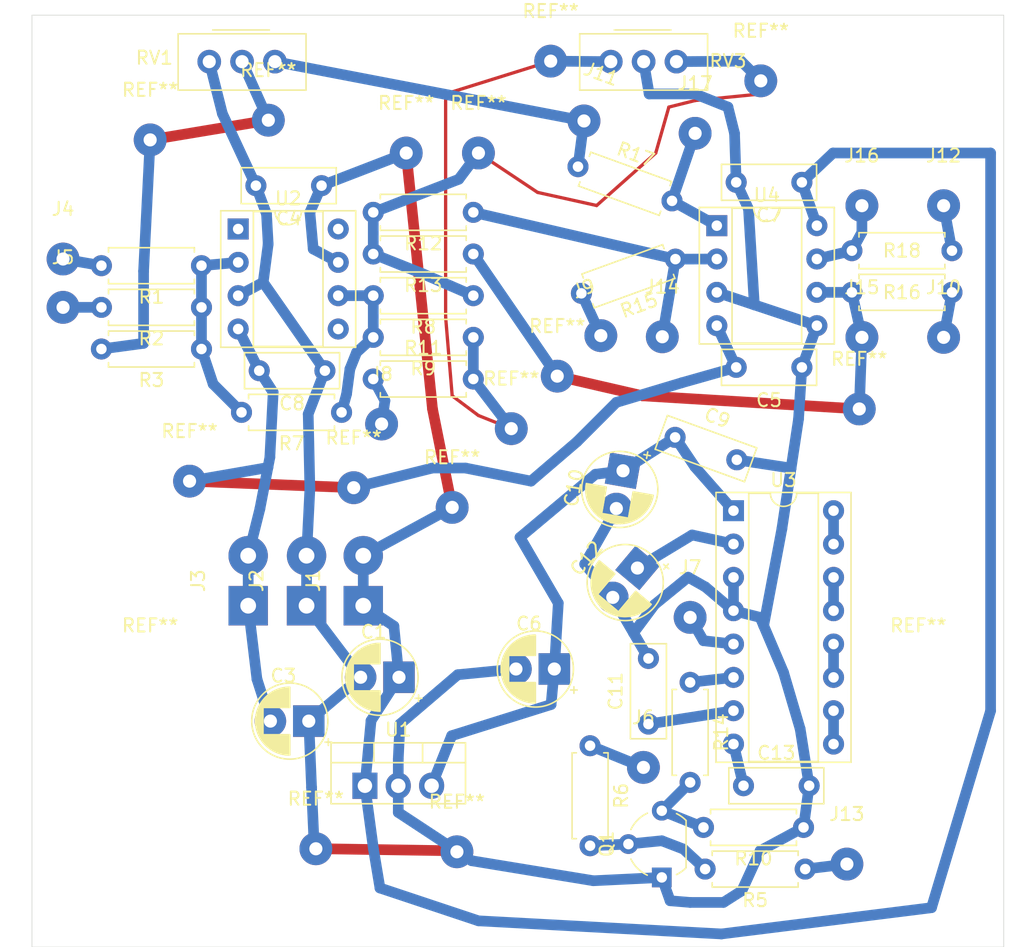
<source format=kicad_pcb>
(kicad_pcb (version 20171130) (host pcbnew "(5.1.2-1)-1")

  (general
    (thickness 1.6)
    (drawings 4)
    (tracks 219)
    (zones 0)
    (modules 69)
    (nets 37)
  )

  (page A4)
  (layers
    (0 F.Cu signal)
    (31 B.Cu signal)
    (32 B.Adhes user)
    (33 F.Adhes user)
    (34 B.Paste user)
    (35 F.Paste user)
    (36 B.SilkS user)
    (37 F.SilkS user)
    (38 B.Mask user)
    (39 F.Mask user)
    (40 Dwgs.User user)
    (41 Cmts.User user)
    (42 Eco1.User user)
    (43 Eco2.User user)
    (44 Edge.Cuts user)
    (45 Margin user)
    (46 B.CrtYd user)
    (47 F.CrtYd user)
    (48 B.Fab user)
    (49 F.Fab user)
  )

  (setup
    (last_trace_width 0.25)
    (user_trace_width 0.4064)
    (user_trace_width 0.8128)
    (trace_clearance 0.2)
    (zone_clearance 0.508)
    (zone_45_only no)
    (trace_min 0.2)
    (via_size 0.8)
    (via_drill 0.4)
    (via_min_size 0.4)
    (via_min_drill 0.3)
    (uvia_size 0.3)
    (uvia_drill 0.1)
    (uvias_allowed no)
    (uvia_min_size 0.2)
    (uvia_min_drill 0.1)
    (edge_width 0.05)
    (segment_width 0.2)
    (pcb_text_width 0.3)
    (pcb_text_size 1.5 1.5)
    (mod_edge_width 0.12)
    (mod_text_size 1 1)
    (mod_text_width 0.15)
    (pad_size 1.524 1.524)
    (pad_drill 0.762)
    (pad_to_mask_clearance 0.051)
    (solder_mask_min_width 0.25)
    (aux_axis_origin 0 0)
    (visible_elements FFFFFF7F)
    (pcbplotparams
      (layerselection 0x010f0_ffffffff)
      (usegerberextensions false)
      (usegerberattributes false)
      (usegerberadvancedattributes false)
      (creategerberjobfile false)
      (excludeedgelayer true)
      (linewidth 0.100000)
      (plotframeref false)
      (viasonmask false)
      (mode 1)
      (useauxorigin false)
      (hpglpennumber 1)
      (hpglpenspeed 20)
      (hpglpendiameter 15.000000)
      (psnegative false)
      (psa4output false)
      (plotreference true)
      (plotvalue true)
      (plotinvisibletext false)
      (padsonsilk false)
      (subtractmaskfromsilk false)
      (outputformat 1)
      (mirror false)
      (drillshape 0)
      (scaleselection 1)
      (outputdirectory ""))
  )

  (net 0 "")
  (net 1 +12V)
  (net 2 Earth)
  (net 3 -12V)
  (net 4 +5V)
  (net 5 "Net-(C11-Pad1)")
  (net 6 "Net-(C12-Pad1)")
  (net 7 "Net-(C13-Pad1)")
  (net 8 "Net-(J4-Pad1)")
  (net 9 "Net-(J5-Pad1)")
  (net 10 "Net-(J6-Pad1)")
  (net 11 "Net-(J7-Pad1)")
  (net 12 "Net-(J8-Pad1)")
  (net 13 "Net-(J9-Pad1)")
  (net 14 "Net-(J10-Pad1)")
  (net 15 "Net-(J11-Pad1)")
  (net 16 "Net-(J12-Pad1)")
  (net 17 "Net-(Q1-Pad2)")
  (net 18 "Net-(Q1-Pad3)")
  (net 19 "Net-(R1-Pad1)")
  (net 20 "Net-(R3-Pad2)")
  (net 21 "Net-(R7-Pad1)")
  (net 22 "Net-(R12-Pad2)")
  (net 23 "Net-(R11-Pad2)")
  (net 24 "Net-(R14-Pad1)")
  (net 25 "Net-(U2-Pad1)")
  (net 26 "Net-(U2-Pad5)")
  (net 27 "Net-(U2-Pad8)")
  (net 28 "Net-(U3-Pad10)")
  (net 29 "Net-(U3-Pad11)")
  (net 30 "Net-(U3-Pad13)")
  (net 31 "Net-(U3-Pad15)")
  (net 32 "Net-(J13-Pad1)")
  (net 33 "Net-(J14-Pad1)")
  (net 34 "Net-(J15-Pad1)")
  (net 35 "Net-(J16-Pad1)")
  (net 36 "Net-(J17-Pad1)")

  (net_class Default "This is the default net class."
    (clearance 0.2)
    (trace_width 0.25)
    (via_dia 0.8)
    (via_drill 0.4)
    (uvia_dia 0.3)
    (uvia_drill 0.1)
    (add_net +12V)
    (add_net +5V)
    (add_net -12V)
    (add_net Earth)
    (add_net "Net-(C11-Pad1)")
    (add_net "Net-(C12-Pad1)")
    (add_net "Net-(C13-Pad1)")
    (add_net "Net-(J10-Pad1)")
    (add_net "Net-(J11-Pad1)")
    (add_net "Net-(J12-Pad1)")
    (add_net "Net-(J13-Pad1)")
    (add_net "Net-(J14-Pad1)")
    (add_net "Net-(J15-Pad1)")
    (add_net "Net-(J16-Pad1)")
    (add_net "Net-(J17-Pad1)")
    (add_net "Net-(J4-Pad1)")
    (add_net "Net-(J5-Pad1)")
    (add_net "Net-(J6-Pad1)")
    (add_net "Net-(J7-Pad1)")
    (add_net "Net-(J8-Pad1)")
    (add_net "Net-(J9-Pad1)")
    (add_net "Net-(Q1-Pad2)")
    (add_net "Net-(Q1-Pad3)")
    (add_net "Net-(R1-Pad1)")
    (add_net "Net-(R11-Pad2)")
    (add_net "Net-(R12-Pad2)")
    (add_net "Net-(R14-Pad1)")
    (add_net "Net-(R3-Pad2)")
    (add_net "Net-(R7-Pad1)")
    (add_net "Net-(U2-Pad1)")
    (add_net "Net-(U2-Pad5)")
    (add_net "Net-(U2-Pad8)")
    (add_net "Net-(U3-Pad10)")
    (add_net "Net-(U3-Pad11)")
    (add_net "Net-(U3-Pad13)")
    (add_net "Net-(U3-Pad15)")
  )

  (module Connector_Wire:SolderWirePad_1x01_Drill1mm (layer F.Cu) (tedit 5AEE5EBE) (tstamp 616531F5)
    (at 45.36 81.74)
    (descr "Wire solder connection")
    (tags connector)
    (attr virtual)
    (fp_text reference REF** (at 0 -3.81) (layer F.SilkS)
      (effects (font (size 1 1) (thickness 0.15)))
    )
    (fp_text value SolderWirePad_1x01_Drill1mm (at 0 3.175) (layer F.Fab)
      (effects (font (size 1 1) (thickness 0.15)))
    )
    (fp_line (start 1.75 1.75) (end -1.75 1.75) (layer F.CrtYd) (width 0.05))
    (fp_line (start 1.75 1.75) (end 1.75 -1.75) (layer F.CrtYd) (width 0.05))
    (fp_line (start -1.75 -1.75) (end -1.75 1.75) (layer F.CrtYd) (width 0.05))
    (fp_line (start -1.75 -1.75) (end 1.75 -1.75) (layer F.CrtYd) (width 0.05))
    (fp_text user %R (at 0 0) (layer F.Fab)
      (effects (font (size 1 1) (thickness 0.15)))
    )
    (pad 1 thru_hole circle (at 0 0) (size 2.49936 2.49936) (drill 1.00076) (layers *.Cu *.Mask))
  )

  (module Connector_Wire:SolderWirePad_1x01_Drill1mm (layer F.Cu) (tedit 5AEE5EBE) (tstamp 616531C7)
    (at 34.62 81.51)
    (descr "Wire solder connection")
    (tags connector)
    (attr virtual)
    (fp_text reference REF** (at 0 -3.81) (layer F.SilkS)
      (effects (font (size 1 1) (thickness 0.15)))
    )
    (fp_text value SolderWirePad_1x01_Drill1mm (at 0 3.175) (layer F.Fab)
      (effects (font (size 1 1) (thickness 0.15)))
    )
    (fp_line (start 1.75 1.75) (end -1.75 1.75) (layer F.CrtYd) (width 0.05))
    (fp_line (start 1.75 1.75) (end 1.75 -1.75) (layer F.CrtYd) (width 0.05))
    (fp_line (start -1.75 -1.75) (end -1.75 1.75) (layer F.CrtYd) (width 0.05))
    (fp_line (start -1.75 -1.75) (end 1.75 -1.75) (layer F.CrtYd) (width 0.05))
    (fp_text user %R (at 0 0) (layer F.Fab)
      (effects (font (size 1 1) (thickness 0.15)))
    )
    (pad 1 thru_hole circle (at 0 0) (size 2.49936 2.49936) (drill 1.00076) (layers *.Cu *.Mask))
  )

  (module Capacitor_THT:CP_Radial_D5.0mm_P2.0mm_Bigger_Holes (layer F.Cu) (tedit 61634441) (tstamp 6162F585)
    (at 57.34 60.96 230)
    (path /616B6EF3)
    (fp_text reference C12 (at 0.1524 2.6416 50) (layer F.SilkS)
      (effects (font (size 1 1) (thickness 0.15)))
    )
    (fp_text value 10u (at 0.254 4.318 50) (layer F.Fab)
      (effects (font (size 1 1) (thickness 0.15)))
    )
    (fp_text user %R (at -0.3335 -0.8128 50) (layer F.Fab)
      (effects (font (size 1 1) (thickness 0.15)))
    )
    (fp_circle (center -0.3335 -0.8128) (end 2.4665 -0.8128) (layer F.Fab) (width 0.1))
    (fp_line (start -2.467105 -1.9003) (end -1.967105 -1.9003) (layer F.Fab) (width 0.1))
    (fp_line (start -2.217105 -2.1503) (end -2.217105 -1.6503) (layer F.Fab) (width 0.1))
    (fp_line (start -0.2135 -3.3908) (end -0.2135 -1.8528) (layer F.SilkS) (width 0.12))
    (fp_line (start -0.2135 0.2272) (end -0.2135 1.7652) (layer F.SilkS) (width 0.12))
    (fp_line (start -0.1735 -3.3888) (end -0.1735 -1.8528) (layer F.SilkS) (width 0.12))
    (fp_line (start -0.1735 0.2272) (end -0.1735 1.7632) (layer F.SilkS) (width 0.12))
    (fp_line (start -0.1335 -3.3858) (end -0.1335 -1.8528) (layer F.SilkS) (width 0.12))
    (fp_line (start -0.1335 0.2272) (end -0.1335 1.7602) (layer F.SilkS) (width 0.12))
    (fp_line (start -0.0935 -3.3818) (end -0.0935 -1.8528) (layer F.SilkS) (width 0.12))
    (fp_line (start -0.0935 0.2272) (end -0.0935 1.7562) (layer F.SilkS) (width 0.12))
    (fp_line (start -0.0535 -3.3778) (end -0.0535 -1.8528) (layer F.SilkS) (width 0.12))
    (fp_line (start -0.0535 0.2272) (end -0.0535 1.7522) (layer F.SilkS) (width 0.12))
    (fp_line (start -0.0135 -3.3738) (end -0.0135 -1.8528) (layer F.SilkS) (width 0.12))
    (fp_line (start -0.0135 0.2272) (end -0.0135 1.7482) (layer F.SilkS) (width 0.12))
    (fp_line (start 0.0265 -3.3688) (end 0.0265 -1.8528) (layer F.SilkS) (width 0.12))
    (fp_line (start 0.0265 0.2272) (end 0.0265 1.7432) (layer F.SilkS) (width 0.12))
    (fp_line (start 0.0665 -3.3628) (end 0.0665 -1.8528) (layer F.SilkS) (width 0.12))
    (fp_line (start 0.0665 0.2272) (end 0.0665 1.7372) (layer F.SilkS) (width 0.12))
    (fp_line (start 0.1065 -3.3558) (end 0.1065 -1.8528) (layer F.SilkS) (width 0.12))
    (fp_line (start 0.1065 0.2272) (end 0.1065 1.7302) (layer F.SilkS) (width 0.12))
    (fp_line (start 0.1465 -3.3488) (end 0.1465 -1.8528) (layer F.SilkS) (width 0.12))
    (fp_line (start 0.1465 0.2272) (end 0.1465 1.7232) (layer F.SilkS) (width 0.12))
    (fp_line (start 0.1865 -3.3408) (end 0.1865 -1.8528) (layer F.SilkS) (width 0.12))
    (fp_line (start 0.7875 0.2272) (end 0.7875 1.5162) (layer F.SilkS) (width 0.12))
    (fp_line (start 0.8275 -3.1228) (end 0.8275 -1.8528) (layer F.SilkS) (width 0.12))
    (fp_line (start 0.8275 0.2272) (end 0.8275 1.4972) (layer F.SilkS) (width 0.12))
    (fp_line (start 0.8675 -3.1028) (end 0.8675 -1.8528) (layer F.SilkS) (width 0.12))
    (fp_line (start 0.8675 0.2272) (end 0.8675 1.4772) (layer F.SilkS) (width 0.12))
    (fp_line (start 0.9075 -3.0808) (end 0.9075 -1.8528) (layer F.SilkS) (width 0.12))
    (fp_line (start 0.9075 0.2272) (end 0.9075 1.4552) (layer F.SilkS) (width 0.12))
    (fp_line (start 0.9475 -3.0598) (end 0.9475 -1.8528) (layer F.SilkS) (width 0.12))
    (fp_line (start 0.9475 0.2272) (end 0.9475 1.4342) (layer F.SilkS) (width 0.12))
    (fp_line (start 0.9875 -3.0368) (end 0.9875 -1.8528) (layer F.SilkS) (width 0.12))
    (fp_line (start 0.9875 0.2272) (end 0.9875 1.4112) (layer F.SilkS) (width 0.12))
    (fp_line (start 1.0275 -3.0128) (end 1.0275 -1.8528) (layer F.SilkS) (width 0.12))
    (fp_line (start 1.0275 0.2272) (end 1.0275 1.3872) (layer F.SilkS) (width 0.12))
    (fp_line (start 1.0675 -2.9878) (end 1.0675 -1.8528) (layer F.SilkS) (width 0.12))
    (fp_line (start 1.0675 0.2272) (end 1.0675 1.3622) (layer F.SilkS) (width 0.12))
    (fp_line (start 1.1075 -2.9618) (end 1.1075 -1.8528) (layer F.SilkS) (width 0.12))
    (fp_circle (center -0.3335 -0.8128) (end 2.6665 -0.8128) (layer F.CrtYd) (width 0.05))
    (fp_line (start -0.2935 -3.3928) (end -0.2935 -1.8528) (layer F.SilkS) (width 0.12))
    (fp_line (start -0.2535 -3.3918) (end -0.2535 -1.8528) (layer F.SilkS) (width 0.12))
    (fp_line (start -0.2535 0.2272) (end -0.2535 1.7662) (layer F.SilkS) (width 0.12))
    (fp_line (start 1.1075 0.2272) (end 1.1075 1.3362) (layer F.SilkS) (width 0.12))
    (fp_line (start 1.1475 -2.9348) (end 1.1475 -1.8528) (layer F.SilkS) (width 0.12))
    (fp_line (start 1.1475 0.2272) (end 1.1475 1.3092) (layer F.SilkS) (width 0.12))
    (fp_line (start 1.1875 -2.9078) (end 1.1875 -1.8528) (layer F.SilkS) (width 0.12))
    (fp_line (start 1.1875 0.2272) (end 1.1875 1.2822) (layer F.SilkS) (width 0.12))
    (fp_line (start 1.2275 -2.8778) (end 1.2275 -1.8528) (layer F.SilkS) (width 0.12))
    (fp_line (start 1.2275 0.2272) (end 1.2275 1.2522) (layer F.SilkS) (width 0.12))
    (fp_line (start 1.2675 -2.8478) (end 1.2675 -1.8528) (layer F.SilkS) (width 0.12))
    (fp_line (start 1.2675 0.2272) (end 1.2675 1.2222) (layer F.SilkS) (width 0.12))
    (fp_line (start -0.3335 0.2272) (end -0.3335 1.7672) (layer F.SilkS) (width 0.12))
    (fp_line (start 0.1865 0.2272) (end 0.1865 1.7152) (layer F.SilkS) (width 0.12))
    (fp_line (start 0.2265 -3.3328) (end 0.2265 -1.8528) (layer F.SilkS) (width 0.12))
    (fp_line (start 0.2265 0.2272) (end 0.2265 1.7072) (layer F.SilkS) (width 0.12))
    (fp_line (start 0.2665 -3.3238) (end 0.2665 -1.8528) (layer F.SilkS) (width 0.12))
    (fp_line (start 0.2665 0.2272) (end 0.2665 1.6982) (layer F.SilkS) (width 0.12))
    (fp_line (start 0.3065 -3.3138) (end 0.3065 -1.8528) (layer F.SilkS) (width 0.12))
    (fp_line (start 0.3065 0.2272) (end 0.3065 1.6882) (layer F.SilkS) (width 0.12))
    (fp_line (start 0.3465 -3.3038) (end 0.3465 -1.8528) (layer F.SilkS) (width 0.12))
    (fp_line (start 1.3075 -2.8168) (end 1.3075 -1.8528) (layer F.SilkS) (width 0.12))
    (fp_line (start 1.3075 0.2272) (end 1.3075 1.1912) (layer F.SilkS) (width 0.12))
    (fp_line (start 1.3475 -2.7838) (end 1.3475 -1.8528) (layer F.SilkS) (width 0.12))
    (fp_line (start 1.3475 0.2272) (end 1.3475 1.1582) (layer F.SilkS) (width 0.12))
    (fp_line (start 1.3875 -2.7498) (end 1.3875 -1.8528) (layer F.SilkS) (width 0.12))
    (fp_line (start 1.3875 0.2272) (end 1.3875 1.1242) (layer F.SilkS) (width 0.12))
    (fp_line (start 1.4275 -2.7138) (end 1.4275 -1.8528) (layer F.SilkS) (width 0.12))
    (fp_line (start 1.4275 0.2272) (end 1.4275 1.0882) (layer F.SilkS) (width 0.12))
    (fp_line (start 1.4675 -2.6768) (end 1.4675 -1.8528) (layer F.SilkS) (width 0.12))
    (fp_line (start 1.4675 0.2272) (end 1.4675 1.0512) (layer F.SilkS) (width 0.12))
    (fp_line (start 1.5075 -2.6388) (end 1.5075 -1.8528) (layer F.SilkS) (width 0.12))
    (fp_line (start 1.5075 0.2272) (end 1.5075 1.0132) (layer F.SilkS) (width 0.12))
    (fp_line (start 1.5475 -2.5978) (end 1.5475 -1.8528) (layer F.SilkS) (width 0.12))
    (fp_line (start 1.5475 0.2272) (end 1.5475 0.9722) (layer F.SilkS) (width 0.12))
    (fp_line (start 1.5875 -2.5558) (end 1.5875 -1.8528) (layer F.SilkS) (width 0.12))
    (fp_line (start 1.5875 0.2272) (end 1.5875 0.9302) (layer F.SilkS) (width 0.12))
    (fp_line (start 1.6275 -2.5118) (end 1.6275 -1.8528) (layer F.SilkS) (width 0.12))
    (fp_line (start 1.6275 0.2272) (end 1.6275 0.8862) (layer F.SilkS) (width 0.12))
    (fp_line (start 1.6675 -2.4658) (end 1.6675 -1.8528) (layer F.SilkS) (width 0.12))
    (fp_line (start 1.6675 0.2272) (end 1.6675 0.8402) (layer F.SilkS) (width 0.12))
    (fp_line (start 1.7075 -2.4178) (end 1.7075 0.7922) (layer F.SilkS) (width 0.12))
    (fp_line (start 1.7475 -2.3668) (end 1.7475 0.7412) (layer F.SilkS) (width 0.12))
    (fp_line (start 1.7875 -2.3128) (end 1.7875 0.6872) (layer F.SilkS) (width 0.12))
    (fp_line (start 1.8275 -2.2558) (end 1.8275 0.6302) (layer F.SilkS) (width 0.12))
    (fp_line (start 1.8675 -2.1958) (end 1.8675 0.5702) (layer F.SilkS) (width 0.12))
    (fp_line (start 1.9075 -2.1318) (end 1.9075 0.5062) (layer F.SilkS) (width 0.12))
    (fp_line (start 1.9475 -2.0638) (end 1.9475 0.4382) (layer F.SilkS) (width 0.12))
    (fp_line (start 1.9875 -1.9908) (end 1.9875 0.3652) (layer F.SilkS) (width 0.12))
    (fp_line (start 2.0275 -1.9108) (end 2.0275 0.2852) (layer F.SilkS) (width 0.12))
    (fp_line (start 2.0675 -1.8238) (end 2.0675 0.1982) (layer F.SilkS) (width 0.12))
    (fp_line (start 2.1075 -1.7278) (end 2.1075 0.1022) (layer F.SilkS) (width 0.12))
    (fp_line (start 2.1475 -1.6178) (end 2.1475 -0.0078) (layer F.SilkS) (width 0.12))
    (fp_line (start 2.1875 -1.4898) (end 2.1875 -0.1358) (layer F.SilkS) (width 0.12))
    (fp_line (start 2.2275 -1.3308) (end 2.2275 -0.2948) (layer F.SilkS) (width 0.12))
    (fp_line (start 2.2675 -1.0968) (end 2.2675 -0.5288) (layer F.SilkS) (width 0.12))
    (fp_line (start -3.519275 -2.4148) (end -3.019275 -2.4148) (layer F.SilkS) (width 0.12))
    (fp_line (start -3.269275 -2.6648) (end -3.269275 -2.1648) (layer F.SilkS) (width 0.12))
    (fp_line (start -0.2935 0.2272) (end -0.2935 1.7672) (layer F.SilkS) (width 0.12))
    (fp_line (start -0.3335 -3.3928) (end -0.3335 -1.8528) (layer F.SilkS) (width 0.12))
    (fp_line (start 0.3465 0.2272) (end 0.3465 1.6782) (layer F.SilkS) (width 0.12))
    (fp_line (start 0.3875 -3.2928) (end 0.3875 -1.8528) (layer F.SilkS) (width 0.12))
    (fp_line (start 0.3875 0.2272) (end 0.3875 1.6672) (layer F.SilkS) (width 0.12))
    (fp_line (start 0.4275 -3.2808) (end 0.4275 -1.8528) (layer F.SilkS) (width 0.12))
    (fp_line (start 0.4275 0.2272) (end 0.4275 1.6552) (layer F.SilkS) (width 0.12))
    (fp_line (start 0.4675 -3.2678) (end 0.4675 -1.8528) (layer F.SilkS) (width 0.12))
    (fp_line (start 0.4675 0.2272) (end 0.4675 1.6422) (layer F.SilkS) (width 0.12))
    (fp_line (start 0.5075 -3.2548) (end 0.5075 -1.8528) (layer F.SilkS) (width 0.12))
    (fp_line (start 0.5075 0.2272) (end 0.5075 1.6292) (layer F.SilkS) (width 0.12))
    (fp_line (start 0.5475 -3.2408) (end 0.5475 -1.8528) (layer F.SilkS) (width 0.12))
    (fp_line (start 0.5475 0.2272) (end 0.5475 1.6152) (layer F.SilkS) (width 0.12))
    (fp_line (start 0.5875 -3.2268) (end 0.5875 -1.8528) (layer F.SilkS) (width 0.12))
    (fp_line (start 0.5875 0.2272) (end 0.5875 1.6012) (layer F.SilkS) (width 0.12))
    (fp_line (start 0.6275 -3.2108) (end 0.6275 -1.8528) (layer F.SilkS) (width 0.12))
    (fp_line (start 0.6275 0.2272) (end 0.6275 1.5852) (layer F.SilkS) (width 0.12))
    (fp_line (start 0.6675 -3.1948) (end 0.6675 -1.8528) (layer F.SilkS) (width 0.12))
    (fp_line (start 0.6675 0.2272) (end 0.6675 1.5692) (layer F.SilkS) (width 0.12))
    (fp_line (start 0.7075 -3.1778) (end 0.7075 -1.8528) (layer F.SilkS) (width 0.12))
    (fp_line (start 0.7075 0.2272) (end 0.7075 1.5522) (layer F.SilkS) (width 0.12))
    (fp_line (start 0.7475 -3.1608) (end 0.7475 -1.8528) (layer F.SilkS) (width 0.12))
    (fp_line (start 0.7475 0.2272) (end 0.7475 1.5352) (layer F.SilkS) (width 0.12))
    (fp_line (start 0.7875 -3.1418) (end 0.7875 -1.8528) (layer F.SilkS) (width 0.12))
    (fp_circle (center -0.3335 -0.8128) (end 2.5665 -0.8128) (layer F.SilkS) (width 0.12))
    (pad 2 thru_hole circle (at 1.143 -0.8128 230) (size 2.4 2.4) (drill 1) (layers *.Cu *.Mask)
      (net 2 Earth))
    (pad 1 thru_hole rect (at -1.778 -0.8128 230) (size 2.4 2.4) (drill 1) (layers *.Cu *.Mask)
      (net 6 "Net-(C12-Pad1)"))
  )

  (module Capacitor_THT:CP_Radial_D5.0mm_P2.0mm_Bigger_Holes (layer F.Cu) (tedit 61634441) (tstamp 6162F506)
    (at 56.9 54.32 260)
    (path /616A8E44)
    (fp_text reference C10 (at 0.1524 2.6416 80) (layer F.SilkS)
      (effects (font (size 1 1) (thickness 0.15)))
    )
    (fp_text value 10u (at 0.254 4.318 80) (layer F.Fab)
      (effects (font (size 1 1) (thickness 0.15)))
    )
    (fp_text user %R (at -0.3335 -0.8128 80) (layer F.Fab)
      (effects (font (size 1 1) (thickness 0.15)))
    )
    (fp_circle (center -0.3335 -0.8128) (end 2.4665 -0.8128) (layer F.Fab) (width 0.1))
    (fp_line (start -2.467105 -1.9003) (end -1.967105 -1.9003) (layer F.Fab) (width 0.1))
    (fp_line (start -2.217105 -2.1503) (end -2.217105 -1.6503) (layer F.Fab) (width 0.1))
    (fp_line (start -0.2135 -3.3908) (end -0.2135 -1.8528) (layer F.SilkS) (width 0.12))
    (fp_line (start -0.2135 0.2272) (end -0.2135 1.7652) (layer F.SilkS) (width 0.12))
    (fp_line (start -0.1735 -3.3888) (end -0.1735 -1.8528) (layer F.SilkS) (width 0.12))
    (fp_line (start -0.1735 0.2272) (end -0.1735 1.7632) (layer F.SilkS) (width 0.12))
    (fp_line (start -0.1335 -3.3858) (end -0.1335 -1.8528) (layer F.SilkS) (width 0.12))
    (fp_line (start -0.1335 0.2272) (end -0.1335 1.7602) (layer F.SilkS) (width 0.12))
    (fp_line (start -0.0935 -3.3818) (end -0.0935 -1.8528) (layer F.SilkS) (width 0.12))
    (fp_line (start -0.0935 0.2272) (end -0.0935 1.7562) (layer F.SilkS) (width 0.12))
    (fp_line (start -0.0535 -3.3778) (end -0.0535 -1.8528) (layer F.SilkS) (width 0.12))
    (fp_line (start -0.0535 0.2272) (end -0.0535 1.7522) (layer F.SilkS) (width 0.12))
    (fp_line (start -0.0135 -3.3738) (end -0.0135 -1.8528) (layer F.SilkS) (width 0.12))
    (fp_line (start -0.0135 0.2272) (end -0.0135 1.7482) (layer F.SilkS) (width 0.12))
    (fp_line (start 0.0265 -3.3688) (end 0.0265 -1.8528) (layer F.SilkS) (width 0.12))
    (fp_line (start 0.0265 0.2272) (end 0.0265 1.7432) (layer F.SilkS) (width 0.12))
    (fp_line (start 0.0665 -3.3628) (end 0.0665 -1.8528) (layer F.SilkS) (width 0.12))
    (fp_line (start 0.0665 0.2272) (end 0.0665 1.7372) (layer F.SilkS) (width 0.12))
    (fp_line (start 0.1065 -3.3558) (end 0.1065 -1.8528) (layer F.SilkS) (width 0.12))
    (fp_line (start 0.1065 0.2272) (end 0.1065 1.7302) (layer F.SilkS) (width 0.12))
    (fp_line (start 0.1465 -3.3488) (end 0.1465 -1.8528) (layer F.SilkS) (width 0.12))
    (fp_line (start 0.1465 0.2272) (end 0.1465 1.7232) (layer F.SilkS) (width 0.12))
    (fp_line (start 0.1865 -3.3408) (end 0.1865 -1.8528) (layer F.SilkS) (width 0.12))
    (fp_line (start 0.7875 0.2272) (end 0.7875 1.5162) (layer F.SilkS) (width 0.12))
    (fp_line (start 0.8275 -3.1228) (end 0.8275 -1.8528) (layer F.SilkS) (width 0.12))
    (fp_line (start 0.8275 0.2272) (end 0.8275 1.4972) (layer F.SilkS) (width 0.12))
    (fp_line (start 0.8675 -3.1028) (end 0.8675 -1.8528) (layer F.SilkS) (width 0.12))
    (fp_line (start 0.8675 0.2272) (end 0.8675 1.4772) (layer F.SilkS) (width 0.12))
    (fp_line (start 0.9075 -3.0808) (end 0.9075 -1.8528) (layer F.SilkS) (width 0.12))
    (fp_line (start 0.9075 0.2272) (end 0.9075 1.4552) (layer F.SilkS) (width 0.12))
    (fp_line (start 0.9475 -3.0598) (end 0.9475 -1.8528) (layer F.SilkS) (width 0.12))
    (fp_line (start 0.9475 0.2272) (end 0.9475 1.4342) (layer F.SilkS) (width 0.12))
    (fp_line (start 0.9875 -3.0368) (end 0.9875 -1.8528) (layer F.SilkS) (width 0.12))
    (fp_line (start 0.9875 0.2272) (end 0.9875 1.4112) (layer F.SilkS) (width 0.12))
    (fp_line (start 1.0275 -3.0128) (end 1.0275 -1.8528) (layer F.SilkS) (width 0.12))
    (fp_line (start 1.0275 0.2272) (end 1.0275 1.3872) (layer F.SilkS) (width 0.12))
    (fp_line (start 1.0675 -2.9878) (end 1.0675 -1.8528) (layer F.SilkS) (width 0.12))
    (fp_line (start 1.0675 0.2272) (end 1.0675 1.3622) (layer F.SilkS) (width 0.12))
    (fp_line (start 1.1075 -2.9618) (end 1.1075 -1.8528) (layer F.SilkS) (width 0.12))
    (fp_circle (center -0.3335 -0.8128) (end 2.6665 -0.8128) (layer F.CrtYd) (width 0.05))
    (fp_line (start -0.2935 -3.3928) (end -0.2935 -1.8528) (layer F.SilkS) (width 0.12))
    (fp_line (start -0.2535 -3.3918) (end -0.2535 -1.8528) (layer F.SilkS) (width 0.12))
    (fp_line (start -0.2535 0.2272) (end -0.2535 1.7662) (layer F.SilkS) (width 0.12))
    (fp_line (start 1.1075 0.2272) (end 1.1075 1.3362) (layer F.SilkS) (width 0.12))
    (fp_line (start 1.1475 -2.9348) (end 1.1475 -1.8528) (layer F.SilkS) (width 0.12))
    (fp_line (start 1.1475 0.2272) (end 1.1475 1.3092) (layer F.SilkS) (width 0.12))
    (fp_line (start 1.1875 -2.9078) (end 1.1875 -1.8528) (layer F.SilkS) (width 0.12))
    (fp_line (start 1.1875 0.2272) (end 1.1875 1.2822) (layer F.SilkS) (width 0.12))
    (fp_line (start 1.2275 -2.8778) (end 1.2275 -1.8528) (layer F.SilkS) (width 0.12))
    (fp_line (start 1.2275 0.2272) (end 1.2275 1.2522) (layer F.SilkS) (width 0.12))
    (fp_line (start 1.2675 -2.8478) (end 1.2675 -1.8528) (layer F.SilkS) (width 0.12))
    (fp_line (start 1.2675 0.2272) (end 1.2675 1.2222) (layer F.SilkS) (width 0.12))
    (fp_line (start -0.3335 0.2272) (end -0.3335 1.7672) (layer F.SilkS) (width 0.12))
    (fp_line (start 0.1865 0.2272) (end 0.1865 1.7152) (layer F.SilkS) (width 0.12))
    (fp_line (start 0.2265 -3.3328) (end 0.2265 -1.8528) (layer F.SilkS) (width 0.12))
    (fp_line (start 0.2265 0.2272) (end 0.2265 1.7072) (layer F.SilkS) (width 0.12))
    (fp_line (start 0.2665 -3.3238) (end 0.2665 -1.8528) (layer F.SilkS) (width 0.12))
    (fp_line (start 0.2665 0.2272) (end 0.2665 1.6982) (layer F.SilkS) (width 0.12))
    (fp_line (start 0.3065 -3.3138) (end 0.3065 -1.8528) (layer F.SilkS) (width 0.12))
    (fp_line (start 0.3065 0.2272) (end 0.3065 1.6882) (layer F.SilkS) (width 0.12))
    (fp_line (start 0.3465 -3.3038) (end 0.3465 -1.8528) (layer F.SilkS) (width 0.12))
    (fp_line (start 1.3075 -2.8168) (end 1.3075 -1.8528) (layer F.SilkS) (width 0.12))
    (fp_line (start 1.3075 0.2272) (end 1.3075 1.1912) (layer F.SilkS) (width 0.12))
    (fp_line (start 1.3475 -2.7838) (end 1.3475 -1.8528) (layer F.SilkS) (width 0.12))
    (fp_line (start 1.3475 0.2272) (end 1.3475 1.1582) (layer F.SilkS) (width 0.12))
    (fp_line (start 1.3875 -2.7498) (end 1.3875 -1.8528) (layer F.SilkS) (width 0.12))
    (fp_line (start 1.3875 0.2272) (end 1.3875 1.1242) (layer F.SilkS) (width 0.12))
    (fp_line (start 1.4275 -2.7138) (end 1.4275 -1.8528) (layer F.SilkS) (width 0.12))
    (fp_line (start 1.4275 0.2272) (end 1.4275 1.0882) (layer F.SilkS) (width 0.12))
    (fp_line (start 1.4675 -2.6768) (end 1.4675 -1.8528) (layer F.SilkS) (width 0.12))
    (fp_line (start 1.4675 0.2272) (end 1.4675 1.0512) (layer F.SilkS) (width 0.12))
    (fp_line (start 1.5075 -2.6388) (end 1.5075 -1.8528) (layer F.SilkS) (width 0.12))
    (fp_line (start 1.5075 0.2272) (end 1.5075 1.0132) (layer F.SilkS) (width 0.12))
    (fp_line (start 1.5475 -2.5978) (end 1.5475 -1.8528) (layer F.SilkS) (width 0.12))
    (fp_line (start 1.5475 0.2272) (end 1.5475 0.9722) (layer F.SilkS) (width 0.12))
    (fp_line (start 1.5875 -2.5558) (end 1.5875 -1.8528) (layer F.SilkS) (width 0.12))
    (fp_line (start 1.5875 0.2272) (end 1.5875 0.9302) (layer F.SilkS) (width 0.12))
    (fp_line (start 1.6275 -2.5118) (end 1.6275 -1.8528) (layer F.SilkS) (width 0.12))
    (fp_line (start 1.6275 0.2272) (end 1.6275 0.8862) (layer F.SilkS) (width 0.12))
    (fp_line (start 1.6675 -2.4658) (end 1.6675 -1.8528) (layer F.SilkS) (width 0.12))
    (fp_line (start 1.6675 0.2272) (end 1.6675 0.8402) (layer F.SilkS) (width 0.12))
    (fp_line (start 1.7075 -2.4178) (end 1.7075 0.7922) (layer F.SilkS) (width 0.12))
    (fp_line (start 1.7475 -2.3668) (end 1.7475 0.7412) (layer F.SilkS) (width 0.12))
    (fp_line (start 1.7875 -2.3128) (end 1.7875 0.6872) (layer F.SilkS) (width 0.12))
    (fp_line (start 1.8275 -2.2558) (end 1.8275 0.6302) (layer F.SilkS) (width 0.12))
    (fp_line (start 1.8675 -2.1958) (end 1.8675 0.5702) (layer F.SilkS) (width 0.12))
    (fp_line (start 1.9075 -2.1318) (end 1.9075 0.5062) (layer F.SilkS) (width 0.12))
    (fp_line (start 1.9475 -2.0638) (end 1.9475 0.4382) (layer F.SilkS) (width 0.12))
    (fp_line (start 1.9875 -1.9908) (end 1.9875 0.3652) (layer F.SilkS) (width 0.12))
    (fp_line (start 2.0275 -1.9108) (end 2.0275 0.2852) (layer F.SilkS) (width 0.12))
    (fp_line (start 2.0675 -1.8238) (end 2.0675 0.1982) (layer F.SilkS) (width 0.12))
    (fp_line (start 2.1075 -1.7278) (end 2.1075 0.1022) (layer F.SilkS) (width 0.12))
    (fp_line (start 2.1475 -1.6178) (end 2.1475 -0.0078) (layer F.SilkS) (width 0.12))
    (fp_line (start 2.1875 -1.4898) (end 2.1875 -0.1358) (layer F.SilkS) (width 0.12))
    (fp_line (start 2.2275 -1.3308) (end 2.2275 -0.2948) (layer F.SilkS) (width 0.12))
    (fp_line (start 2.2675 -1.0968) (end 2.2675 -0.5288) (layer F.SilkS) (width 0.12))
    (fp_line (start -3.519275 -2.4148) (end -3.019275 -2.4148) (layer F.SilkS) (width 0.12))
    (fp_line (start -3.269275 -2.6648) (end -3.269275 -2.1648) (layer F.SilkS) (width 0.12))
    (fp_line (start -0.2935 0.2272) (end -0.2935 1.7672) (layer F.SilkS) (width 0.12))
    (fp_line (start -0.3335 -3.3928) (end -0.3335 -1.8528) (layer F.SilkS) (width 0.12))
    (fp_line (start 0.3465 0.2272) (end 0.3465 1.6782) (layer F.SilkS) (width 0.12))
    (fp_line (start 0.3875 -3.2928) (end 0.3875 -1.8528) (layer F.SilkS) (width 0.12))
    (fp_line (start 0.3875 0.2272) (end 0.3875 1.6672) (layer F.SilkS) (width 0.12))
    (fp_line (start 0.4275 -3.2808) (end 0.4275 -1.8528) (layer F.SilkS) (width 0.12))
    (fp_line (start 0.4275 0.2272) (end 0.4275 1.6552) (layer F.SilkS) (width 0.12))
    (fp_line (start 0.4675 -3.2678) (end 0.4675 -1.8528) (layer F.SilkS) (width 0.12))
    (fp_line (start 0.4675 0.2272) (end 0.4675 1.6422) (layer F.SilkS) (width 0.12))
    (fp_line (start 0.5075 -3.2548) (end 0.5075 -1.8528) (layer F.SilkS) (width 0.12))
    (fp_line (start 0.5075 0.2272) (end 0.5075 1.6292) (layer F.SilkS) (width 0.12))
    (fp_line (start 0.5475 -3.2408) (end 0.5475 -1.8528) (layer F.SilkS) (width 0.12))
    (fp_line (start 0.5475 0.2272) (end 0.5475 1.6152) (layer F.SilkS) (width 0.12))
    (fp_line (start 0.5875 -3.2268) (end 0.5875 -1.8528) (layer F.SilkS) (width 0.12))
    (fp_line (start 0.5875 0.2272) (end 0.5875 1.6012) (layer F.SilkS) (width 0.12))
    (fp_line (start 0.6275 -3.2108) (end 0.6275 -1.8528) (layer F.SilkS) (width 0.12))
    (fp_line (start 0.6275 0.2272) (end 0.6275 1.5852) (layer F.SilkS) (width 0.12))
    (fp_line (start 0.6675 -3.1948) (end 0.6675 -1.8528) (layer F.SilkS) (width 0.12))
    (fp_line (start 0.6675 0.2272) (end 0.6675 1.5692) (layer F.SilkS) (width 0.12))
    (fp_line (start 0.7075 -3.1778) (end 0.7075 -1.8528) (layer F.SilkS) (width 0.12))
    (fp_line (start 0.7075 0.2272) (end 0.7075 1.5522) (layer F.SilkS) (width 0.12))
    (fp_line (start 0.7475 -3.1608) (end 0.7475 -1.8528) (layer F.SilkS) (width 0.12))
    (fp_line (start 0.7475 0.2272) (end 0.7475 1.5352) (layer F.SilkS) (width 0.12))
    (fp_line (start 0.7875 -3.1418) (end 0.7875 -1.8528) (layer F.SilkS) (width 0.12))
    (fp_circle (center -0.3335 -0.8128) (end 2.5665 -0.8128) (layer F.SilkS) (width 0.12))
    (pad 2 thru_hole circle (at 1.143 -0.8128 260) (size 2.4 2.4) (drill 1) (layers *.Cu *.Mask)
      (net 2 Earth))
    (pad 1 thru_hole rect (at -1.778 -0.8128 260) (size 2.4 2.4) (drill 1) (layers *.Cu *.Mask)
      (net 4 +5V))
  )

  (module Capacitor_THT:CP_Radial_D5.0mm_P2.0mm_Bigger_Holes (layer F.Cu) (tedit 61634441) (tstamp 6162F461)
    (at 51 67 180)
    (path /616808B9)
    (fp_text reference C6 (at 0.1524 2.6416) (layer F.SilkS)
      (effects (font (size 1 1) (thickness 0.15)))
    )
    (fp_text value 10u (at 0.254 4.318) (layer F.Fab)
      (effects (font (size 1 1) (thickness 0.15)))
    )
    (fp_text user %R (at -0.3335 -0.8128) (layer F.Fab)
      (effects (font (size 1 1) (thickness 0.15)))
    )
    (fp_circle (center -0.3335 -0.8128) (end 2.4665 -0.8128) (layer F.Fab) (width 0.1))
    (fp_line (start -2.467105 -1.9003) (end -1.967105 -1.9003) (layer F.Fab) (width 0.1))
    (fp_line (start -2.217105 -2.1503) (end -2.217105 -1.6503) (layer F.Fab) (width 0.1))
    (fp_line (start -0.2135 -3.3908) (end -0.2135 -1.8528) (layer F.SilkS) (width 0.12))
    (fp_line (start -0.2135 0.2272) (end -0.2135 1.7652) (layer F.SilkS) (width 0.12))
    (fp_line (start -0.1735 -3.3888) (end -0.1735 -1.8528) (layer F.SilkS) (width 0.12))
    (fp_line (start -0.1735 0.2272) (end -0.1735 1.7632) (layer F.SilkS) (width 0.12))
    (fp_line (start -0.1335 -3.3858) (end -0.1335 -1.8528) (layer F.SilkS) (width 0.12))
    (fp_line (start -0.1335 0.2272) (end -0.1335 1.7602) (layer F.SilkS) (width 0.12))
    (fp_line (start -0.0935 -3.3818) (end -0.0935 -1.8528) (layer F.SilkS) (width 0.12))
    (fp_line (start -0.0935 0.2272) (end -0.0935 1.7562) (layer F.SilkS) (width 0.12))
    (fp_line (start -0.0535 -3.3778) (end -0.0535 -1.8528) (layer F.SilkS) (width 0.12))
    (fp_line (start -0.0535 0.2272) (end -0.0535 1.7522) (layer F.SilkS) (width 0.12))
    (fp_line (start -0.0135 -3.3738) (end -0.0135 -1.8528) (layer F.SilkS) (width 0.12))
    (fp_line (start -0.0135 0.2272) (end -0.0135 1.7482) (layer F.SilkS) (width 0.12))
    (fp_line (start 0.0265 -3.3688) (end 0.0265 -1.8528) (layer F.SilkS) (width 0.12))
    (fp_line (start 0.0265 0.2272) (end 0.0265 1.7432) (layer F.SilkS) (width 0.12))
    (fp_line (start 0.0665 -3.3628) (end 0.0665 -1.8528) (layer F.SilkS) (width 0.12))
    (fp_line (start 0.0665 0.2272) (end 0.0665 1.7372) (layer F.SilkS) (width 0.12))
    (fp_line (start 0.1065 -3.3558) (end 0.1065 -1.8528) (layer F.SilkS) (width 0.12))
    (fp_line (start 0.1065 0.2272) (end 0.1065 1.7302) (layer F.SilkS) (width 0.12))
    (fp_line (start 0.1465 -3.3488) (end 0.1465 -1.8528) (layer F.SilkS) (width 0.12))
    (fp_line (start 0.1465 0.2272) (end 0.1465 1.7232) (layer F.SilkS) (width 0.12))
    (fp_line (start 0.1865 -3.3408) (end 0.1865 -1.8528) (layer F.SilkS) (width 0.12))
    (fp_line (start 0.7875 0.2272) (end 0.7875 1.5162) (layer F.SilkS) (width 0.12))
    (fp_line (start 0.8275 -3.1228) (end 0.8275 -1.8528) (layer F.SilkS) (width 0.12))
    (fp_line (start 0.8275 0.2272) (end 0.8275 1.4972) (layer F.SilkS) (width 0.12))
    (fp_line (start 0.8675 -3.1028) (end 0.8675 -1.8528) (layer F.SilkS) (width 0.12))
    (fp_line (start 0.8675 0.2272) (end 0.8675 1.4772) (layer F.SilkS) (width 0.12))
    (fp_line (start 0.9075 -3.0808) (end 0.9075 -1.8528) (layer F.SilkS) (width 0.12))
    (fp_line (start 0.9075 0.2272) (end 0.9075 1.4552) (layer F.SilkS) (width 0.12))
    (fp_line (start 0.9475 -3.0598) (end 0.9475 -1.8528) (layer F.SilkS) (width 0.12))
    (fp_line (start 0.9475 0.2272) (end 0.9475 1.4342) (layer F.SilkS) (width 0.12))
    (fp_line (start 0.9875 -3.0368) (end 0.9875 -1.8528) (layer F.SilkS) (width 0.12))
    (fp_line (start 0.9875 0.2272) (end 0.9875 1.4112) (layer F.SilkS) (width 0.12))
    (fp_line (start 1.0275 -3.0128) (end 1.0275 -1.8528) (layer F.SilkS) (width 0.12))
    (fp_line (start 1.0275 0.2272) (end 1.0275 1.3872) (layer F.SilkS) (width 0.12))
    (fp_line (start 1.0675 -2.9878) (end 1.0675 -1.8528) (layer F.SilkS) (width 0.12))
    (fp_line (start 1.0675 0.2272) (end 1.0675 1.3622) (layer F.SilkS) (width 0.12))
    (fp_line (start 1.1075 -2.9618) (end 1.1075 -1.8528) (layer F.SilkS) (width 0.12))
    (fp_circle (center -0.3335 -0.8128) (end 2.6665 -0.8128) (layer F.CrtYd) (width 0.05))
    (fp_line (start -0.2935 -3.3928) (end -0.2935 -1.8528) (layer F.SilkS) (width 0.12))
    (fp_line (start -0.2535 -3.3918) (end -0.2535 -1.8528) (layer F.SilkS) (width 0.12))
    (fp_line (start -0.2535 0.2272) (end -0.2535 1.7662) (layer F.SilkS) (width 0.12))
    (fp_line (start 1.1075 0.2272) (end 1.1075 1.3362) (layer F.SilkS) (width 0.12))
    (fp_line (start 1.1475 -2.9348) (end 1.1475 -1.8528) (layer F.SilkS) (width 0.12))
    (fp_line (start 1.1475 0.2272) (end 1.1475 1.3092) (layer F.SilkS) (width 0.12))
    (fp_line (start 1.1875 -2.9078) (end 1.1875 -1.8528) (layer F.SilkS) (width 0.12))
    (fp_line (start 1.1875 0.2272) (end 1.1875 1.2822) (layer F.SilkS) (width 0.12))
    (fp_line (start 1.2275 -2.8778) (end 1.2275 -1.8528) (layer F.SilkS) (width 0.12))
    (fp_line (start 1.2275 0.2272) (end 1.2275 1.2522) (layer F.SilkS) (width 0.12))
    (fp_line (start 1.2675 -2.8478) (end 1.2675 -1.8528) (layer F.SilkS) (width 0.12))
    (fp_line (start 1.2675 0.2272) (end 1.2675 1.2222) (layer F.SilkS) (width 0.12))
    (fp_line (start -0.3335 0.2272) (end -0.3335 1.7672) (layer F.SilkS) (width 0.12))
    (fp_line (start 0.1865 0.2272) (end 0.1865 1.7152) (layer F.SilkS) (width 0.12))
    (fp_line (start 0.2265 -3.3328) (end 0.2265 -1.8528) (layer F.SilkS) (width 0.12))
    (fp_line (start 0.2265 0.2272) (end 0.2265 1.7072) (layer F.SilkS) (width 0.12))
    (fp_line (start 0.2665 -3.3238) (end 0.2665 -1.8528) (layer F.SilkS) (width 0.12))
    (fp_line (start 0.2665 0.2272) (end 0.2665 1.6982) (layer F.SilkS) (width 0.12))
    (fp_line (start 0.3065 -3.3138) (end 0.3065 -1.8528) (layer F.SilkS) (width 0.12))
    (fp_line (start 0.3065 0.2272) (end 0.3065 1.6882) (layer F.SilkS) (width 0.12))
    (fp_line (start 0.3465 -3.3038) (end 0.3465 -1.8528) (layer F.SilkS) (width 0.12))
    (fp_line (start 1.3075 -2.8168) (end 1.3075 -1.8528) (layer F.SilkS) (width 0.12))
    (fp_line (start 1.3075 0.2272) (end 1.3075 1.1912) (layer F.SilkS) (width 0.12))
    (fp_line (start 1.3475 -2.7838) (end 1.3475 -1.8528) (layer F.SilkS) (width 0.12))
    (fp_line (start 1.3475 0.2272) (end 1.3475 1.1582) (layer F.SilkS) (width 0.12))
    (fp_line (start 1.3875 -2.7498) (end 1.3875 -1.8528) (layer F.SilkS) (width 0.12))
    (fp_line (start 1.3875 0.2272) (end 1.3875 1.1242) (layer F.SilkS) (width 0.12))
    (fp_line (start 1.4275 -2.7138) (end 1.4275 -1.8528) (layer F.SilkS) (width 0.12))
    (fp_line (start 1.4275 0.2272) (end 1.4275 1.0882) (layer F.SilkS) (width 0.12))
    (fp_line (start 1.4675 -2.6768) (end 1.4675 -1.8528) (layer F.SilkS) (width 0.12))
    (fp_line (start 1.4675 0.2272) (end 1.4675 1.0512) (layer F.SilkS) (width 0.12))
    (fp_line (start 1.5075 -2.6388) (end 1.5075 -1.8528) (layer F.SilkS) (width 0.12))
    (fp_line (start 1.5075 0.2272) (end 1.5075 1.0132) (layer F.SilkS) (width 0.12))
    (fp_line (start 1.5475 -2.5978) (end 1.5475 -1.8528) (layer F.SilkS) (width 0.12))
    (fp_line (start 1.5475 0.2272) (end 1.5475 0.9722) (layer F.SilkS) (width 0.12))
    (fp_line (start 1.5875 -2.5558) (end 1.5875 -1.8528) (layer F.SilkS) (width 0.12))
    (fp_line (start 1.5875 0.2272) (end 1.5875 0.9302) (layer F.SilkS) (width 0.12))
    (fp_line (start 1.6275 -2.5118) (end 1.6275 -1.8528) (layer F.SilkS) (width 0.12))
    (fp_line (start 1.6275 0.2272) (end 1.6275 0.8862) (layer F.SilkS) (width 0.12))
    (fp_line (start 1.6675 -2.4658) (end 1.6675 -1.8528) (layer F.SilkS) (width 0.12))
    (fp_line (start 1.6675 0.2272) (end 1.6675 0.8402) (layer F.SilkS) (width 0.12))
    (fp_line (start 1.7075 -2.4178) (end 1.7075 0.7922) (layer F.SilkS) (width 0.12))
    (fp_line (start 1.7475 -2.3668) (end 1.7475 0.7412) (layer F.SilkS) (width 0.12))
    (fp_line (start 1.7875 -2.3128) (end 1.7875 0.6872) (layer F.SilkS) (width 0.12))
    (fp_line (start 1.8275 -2.2558) (end 1.8275 0.6302) (layer F.SilkS) (width 0.12))
    (fp_line (start 1.8675 -2.1958) (end 1.8675 0.5702) (layer F.SilkS) (width 0.12))
    (fp_line (start 1.9075 -2.1318) (end 1.9075 0.5062) (layer F.SilkS) (width 0.12))
    (fp_line (start 1.9475 -2.0638) (end 1.9475 0.4382) (layer F.SilkS) (width 0.12))
    (fp_line (start 1.9875 -1.9908) (end 1.9875 0.3652) (layer F.SilkS) (width 0.12))
    (fp_line (start 2.0275 -1.9108) (end 2.0275 0.2852) (layer F.SilkS) (width 0.12))
    (fp_line (start 2.0675 -1.8238) (end 2.0675 0.1982) (layer F.SilkS) (width 0.12))
    (fp_line (start 2.1075 -1.7278) (end 2.1075 0.1022) (layer F.SilkS) (width 0.12))
    (fp_line (start 2.1475 -1.6178) (end 2.1475 -0.0078) (layer F.SilkS) (width 0.12))
    (fp_line (start 2.1875 -1.4898) (end 2.1875 -0.1358) (layer F.SilkS) (width 0.12))
    (fp_line (start 2.2275 -1.3308) (end 2.2275 -0.2948) (layer F.SilkS) (width 0.12))
    (fp_line (start 2.2675 -1.0968) (end 2.2675 -0.5288) (layer F.SilkS) (width 0.12))
    (fp_line (start -3.519275 -2.4148) (end -3.019275 -2.4148) (layer F.SilkS) (width 0.12))
    (fp_line (start -3.269275 -2.6648) (end -3.269275 -2.1648) (layer F.SilkS) (width 0.12))
    (fp_line (start -0.2935 0.2272) (end -0.2935 1.7672) (layer F.SilkS) (width 0.12))
    (fp_line (start -0.3335 -3.3928) (end -0.3335 -1.8528) (layer F.SilkS) (width 0.12))
    (fp_line (start 0.3465 0.2272) (end 0.3465 1.6782) (layer F.SilkS) (width 0.12))
    (fp_line (start 0.3875 -3.2928) (end 0.3875 -1.8528) (layer F.SilkS) (width 0.12))
    (fp_line (start 0.3875 0.2272) (end 0.3875 1.6672) (layer F.SilkS) (width 0.12))
    (fp_line (start 0.4275 -3.2808) (end 0.4275 -1.8528) (layer F.SilkS) (width 0.12))
    (fp_line (start 0.4275 0.2272) (end 0.4275 1.6552) (layer F.SilkS) (width 0.12))
    (fp_line (start 0.4675 -3.2678) (end 0.4675 -1.8528) (layer F.SilkS) (width 0.12))
    (fp_line (start 0.4675 0.2272) (end 0.4675 1.6422) (layer F.SilkS) (width 0.12))
    (fp_line (start 0.5075 -3.2548) (end 0.5075 -1.8528) (layer F.SilkS) (width 0.12))
    (fp_line (start 0.5075 0.2272) (end 0.5075 1.6292) (layer F.SilkS) (width 0.12))
    (fp_line (start 0.5475 -3.2408) (end 0.5475 -1.8528) (layer F.SilkS) (width 0.12))
    (fp_line (start 0.5475 0.2272) (end 0.5475 1.6152) (layer F.SilkS) (width 0.12))
    (fp_line (start 0.5875 -3.2268) (end 0.5875 -1.8528) (layer F.SilkS) (width 0.12))
    (fp_line (start 0.5875 0.2272) (end 0.5875 1.6012) (layer F.SilkS) (width 0.12))
    (fp_line (start 0.6275 -3.2108) (end 0.6275 -1.8528) (layer F.SilkS) (width 0.12))
    (fp_line (start 0.6275 0.2272) (end 0.6275 1.5852) (layer F.SilkS) (width 0.12))
    (fp_line (start 0.6675 -3.1948) (end 0.6675 -1.8528) (layer F.SilkS) (width 0.12))
    (fp_line (start 0.6675 0.2272) (end 0.6675 1.5692) (layer F.SilkS) (width 0.12))
    (fp_line (start 0.7075 -3.1778) (end 0.7075 -1.8528) (layer F.SilkS) (width 0.12))
    (fp_line (start 0.7075 0.2272) (end 0.7075 1.5522) (layer F.SilkS) (width 0.12))
    (fp_line (start 0.7475 -3.1608) (end 0.7475 -1.8528) (layer F.SilkS) (width 0.12))
    (fp_line (start 0.7475 0.2272) (end 0.7475 1.5352) (layer F.SilkS) (width 0.12))
    (fp_line (start 0.7875 -3.1418) (end 0.7875 -1.8528) (layer F.SilkS) (width 0.12))
    (fp_circle (center -0.3335 -0.8128) (end 2.5665 -0.8128) (layer F.SilkS) (width 0.12))
    (pad 2 thru_hole circle (at 1.143 -0.8128 180) (size 2.4 2.4) (drill 1) (layers *.Cu *.Mask)
      (net 2 Earth))
    (pad 1 thru_hole rect (at -1.778 -0.8128 180) (size 2.4 2.4) (drill 1) (layers *.Cu *.Mask)
      (net 4 +5V))
  )

  (module Capacitor_THT:CP_Radial_D5.0mm_P2.0mm_Bigger_Holes (layer F.Cu) (tedit 61634441) (tstamp 6162F3CF)
    (at 32.3 70.97 180)
    (path /616649A9)
    (fp_text reference C3 (at 0.1524 2.6416) (layer F.SilkS)
      (effects (font (size 1 1) (thickness 0.15)))
    )
    (fp_text value 10u (at 0.254 4.318) (layer F.Fab)
      (effects (font (size 1 1) (thickness 0.15)))
    )
    (fp_text user %R (at -0.3335 -0.8128) (layer F.Fab)
      (effects (font (size 1 1) (thickness 0.15)))
    )
    (fp_circle (center -0.3335 -0.8128) (end 2.4665 -0.8128) (layer F.Fab) (width 0.1))
    (fp_line (start -2.467105 -1.9003) (end -1.967105 -1.9003) (layer F.Fab) (width 0.1))
    (fp_line (start -2.217105 -2.1503) (end -2.217105 -1.6503) (layer F.Fab) (width 0.1))
    (fp_line (start -0.2135 -3.3908) (end -0.2135 -1.8528) (layer F.SilkS) (width 0.12))
    (fp_line (start -0.2135 0.2272) (end -0.2135 1.7652) (layer F.SilkS) (width 0.12))
    (fp_line (start -0.1735 -3.3888) (end -0.1735 -1.8528) (layer F.SilkS) (width 0.12))
    (fp_line (start -0.1735 0.2272) (end -0.1735 1.7632) (layer F.SilkS) (width 0.12))
    (fp_line (start -0.1335 -3.3858) (end -0.1335 -1.8528) (layer F.SilkS) (width 0.12))
    (fp_line (start -0.1335 0.2272) (end -0.1335 1.7602) (layer F.SilkS) (width 0.12))
    (fp_line (start -0.0935 -3.3818) (end -0.0935 -1.8528) (layer F.SilkS) (width 0.12))
    (fp_line (start -0.0935 0.2272) (end -0.0935 1.7562) (layer F.SilkS) (width 0.12))
    (fp_line (start -0.0535 -3.3778) (end -0.0535 -1.8528) (layer F.SilkS) (width 0.12))
    (fp_line (start -0.0535 0.2272) (end -0.0535 1.7522) (layer F.SilkS) (width 0.12))
    (fp_line (start -0.0135 -3.3738) (end -0.0135 -1.8528) (layer F.SilkS) (width 0.12))
    (fp_line (start -0.0135 0.2272) (end -0.0135 1.7482) (layer F.SilkS) (width 0.12))
    (fp_line (start 0.0265 -3.3688) (end 0.0265 -1.8528) (layer F.SilkS) (width 0.12))
    (fp_line (start 0.0265 0.2272) (end 0.0265 1.7432) (layer F.SilkS) (width 0.12))
    (fp_line (start 0.0665 -3.3628) (end 0.0665 -1.8528) (layer F.SilkS) (width 0.12))
    (fp_line (start 0.0665 0.2272) (end 0.0665 1.7372) (layer F.SilkS) (width 0.12))
    (fp_line (start 0.1065 -3.3558) (end 0.1065 -1.8528) (layer F.SilkS) (width 0.12))
    (fp_line (start 0.1065 0.2272) (end 0.1065 1.7302) (layer F.SilkS) (width 0.12))
    (fp_line (start 0.1465 -3.3488) (end 0.1465 -1.8528) (layer F.SilkS) (width 0.12))
    (fp_line (start 0.1465 0.2272) (end 0.1465 1.7232) (layer F.SilkS) (width 0.12))
    (fp_line (start 0.1865 -3.3408) (end 0.1865 -1.8528) (layer F.SilkS) (width 0.12))
    (fp_line (start 0.7875 0.2272) (end 0.7875 1.5162) (layer F.SilkS) (width 0.12))
    (fp_line (start 0.8275 -3.1228) (end 0.8275 -1.8528) (layer F.SilkS) (width 0.12))
    (fp_line (start 0.8275 0.2272) (end 0.8275 1.4972) (layer F.SilkS) (width 0.12))
    (fp_line (start 0.8675 -3.1028) (end 0.8675 -1.8528) (layer F.SilkS) (width 0.12))
    (fp_line (start 0.8675 0.2272) (end 0.8675 1.4772) (layer F.SilkS) (width 0.12))
    (fp_line (start 0.9075 -3.0808) (end 0.9075 -1.8528) (layer F.SilkS) (width 0.12))
    (fp_line (start 0.9075 0.2272) (end 0.9075 1.4552) (layer F.SilkS) (width 0.12))
    (fp_line (start 0.9475 -3.0598) (end 0.9475 -1.8528) (layer F.SilkS) (width 0.12))
    (fp_line (start 0.9475 0.2272) (end 0.9475 1.4342) (layer F.SilkS) (width 0.12))
    (fp_line (start 0.9875 -3.0368) (end 0.9875 -1.8528) (layer F.SilkS) (width 0.12))
    (fp_line (start 0.9875 0.2272) (end 0.9875 1.4112) (layer F.SilkS) (width 0.12))
    (fp_line (start 1.0275 -3.0128) (end 1.0275 -1.8528) (layer F.SilkS) (width 0.12))
    (fp_line (start 1.0275 0.2272) (end 1.0275 1.3872) (layer F.SilkS) (width 0.12))
    (fp_line (start 1.0675 -2.9878) (end 1.0675 -1.8528) (layer F.SilkS) (width 0.12))
    (fp_line (start 1.0675 0.2272) (end 1.0675 1.3622) (layer F.SilkS) (width 0.12))
    (fp_line (start 1.1075 -2.9618) (end 1.1075 -1.8528) (layer F.SilkS) (width 0.12))
    (fp_circle (center -0.3335 -0.8128) (end 2.6665 -0.8128) (layer F.CrtYd) (width 0.05))
    (fp_line (start -0.2935 -3.3928) (end -0.2935 -1.8528) (layer F.SilkS) (width 0.12))
    (fp_line (start -0.2535 -3.3918) (end -0.2535 -1.8528) (layer F.SilkS) (width 0.12))
    (fp_line (start -0.2535 0.2272) (end -0.2535 1.7662) (layer F.SilkS) (width 0.12))
    (fp_line (start 1.1075 0.2272) (end 1.1075 1.3362) (layer F.SilkS) (width 0.12))
    (fp_line (start 1.1475 -2.9348) (end 1.1475 -1.8528) (layer F.SilkS) (width 0.12))
    (fp_line (start 1.1475 0.2272) (end 1.1475 1.3092) (layer F.SilkS) (width 0.12))
    (fp_line (start 1.1875 -2.9078) (end 1.1875 -1.8528) (layer F.SilkS) (width 0.12))
    (fp_line (start 1.1875 0.2272) (end 1.1875 1.2822) (layer F.SilkS) (width 0.12))
    (fp_line (start 1.2275 -2.8778) (end 1.2275 -1.8528) (layer F.SilkS) (width 0.12))
    (fp_line (start 1.2275 0.2272) (end 1.2275 1.2522) (layer F.SilkS) (width 0.12))
    (fp_line (start 1.2675 -2.8478) (end 1.2675 -1.8528) (layer F.SilkS) (width 0.12))
    (fp_line (start 1.2675 0.2272) (end 1.2675 1.2222) (layer F.SilkS) (width 0.12))
    (fp_line (start -0.3335 0.2272) (end -0.3335 1.7672) (layer F.SilkS) (width 0.12))
    (fp_line (start 0.1865 0.2272) (end 0.1865 1.7152) (layer F.SilkS) (width 0.12))
    (fp_line (start 0.2265 -3.3328) (end 0.2265 -1.8528) (layer F.SilkS) (width 0.12))
    (fp_line (start 0.2265 0.2272) (end 0.2265 1.7072) (layer F.SilkS) (width 0.12))
    (fp_line (start 0.2665 -3.3238) (end 0.2665 -1.8528) (layer F.SilkS) (width 0.12))
    (fp_line (start 0.2665 0.2272) (end 0.2665 1.6982) (layer F.SilkS) (width 0.12))
    (fp_line (start 0.3065 -3.3138) (end 0.3065 -1.8528) (layer F.SilkS) (width 0.12))
    (fp_line (start 0.3065 0.2272) (end 0.3065 1.6882) (layer F.SilkS) (width 0.12))
    (fp_line (start 0.3465 -3.3038) (end 0.3465 -1.8528) (layer F.SilkS) (width 0.12))
    (fp_line (start 1.3075 -2.8168) (end 1.3075 -1.8528) (layer F.SilkS) (width 0.12))
    (fp_line (start 1.3075 0.2272) (end 1.3075 1.1912) (layer F.SilkS) (width 0.12))
    (fp_line (start 1.3475 -2.7838) (end 1.3475 -1.8528) (layer F.SilkS) (width 0.12))
    (fp_line (start 1.3475 0.2272) (end 1.3475 1.1582) (layer F.SilkS) (width 0.12))
    (fp_line (start 1.3875 -2.7498) (end 1.3875 -1.8528) (layer F.SilkS) (width 0.12))
    (fp_line (start 1.3875 0.2272) (end 1.3875 1.1242) (layer F.SilkS) (width 0.12))
    (fp_line (start 1.4275 -2.7138) (end 1.4275 -1.8528) (layer F.SilkS) (width 0.12))
    (fp_line (start 1.4275 0.2272) (end 1.4275 1.0882) (layer F.SilkS) (width 0.12))
    (fp_line (start 1.4675 -2.6768) (end 1.4675 -1.8528) (layer F.SilkS) (width 0.12))
    (fp_line (start 1.4675 0.2272) (end 1.4675 1.0512) (layer F.SilkS) (width 0.12))
    (fp_line (start 1.5075 -2.6388) (end 1.5075 -1.8528) (layer F.SilkS) (width 0.12))
    (fp_line (start 1.5075 0.2272) (end 1.5075 1.0132) (layer F.SilkS) (width 0.12))
    (fp_line (start 1.5475 -2.5978) (end 1.5475 -1.8528) (layer F.SilkS) (width 0.12))
    (fp_line (start 1.5475 0.2272) (end 1.5475 0.9722) (layer F.SilkS) (width 0.12))
    (fp_line (start 1.5875 -2.5558) (end 1.5875 -1.8528) (layer F.SilkS) (width 0.12))
    (fp_line (start 1.5875 0.2272) (end 1.5875 0.9302) (layer F.SilkS) (width 0.12))
    (fp_line (start 1.6275 -2.5118) (end 1.6275 -1.8528) (layer F.SilkS) (width 0.12))
    (fp_line (start 1.6275 0.2272) (end 1.6275 0.8862) (layer F.SilkS) (width 0.12))
    (fp_line (start 1.6675 -2.4658) (end 1.6675 -1.8528) (layer F.SilkS) (width 0.12))
    (fp_line (start 1.6675 0.2272) (end 1.6675 0.8402) (layer F.SilkS) (width 0.12))
    (fp_line (start 1.7075 -2.4178) (end 1.7075 0.7922) (layer F.SilkS) (width 0.12))
    (fp_line (start 1.7475 -2.3668) (end 1.7475 0.7412) (layer F.SilkS) (width 0.12))
    (fp_line (start 1.7875 -2.3128) (end 1.7875 0.6872) (layer F.SilkS) (width 0.12))
    (fp_line (start 1.8275 -2.2558) (end 1.8275 0.6302) (layer F.SilkS) (width 0.12))
    (fp_line (start 1.8675 -2.1958) (end 1.8675 0.5702) (layer F.SilkS) (width 0.12))
    (fp_line (start 1.9075 -2.1318) (end 1.9075 0.5062) (layer F.SilkS) (width 0.12))
    (fp_line (start 1.9475 -2.0638) (end 1.9475 0.4382) (layer F.SilkS) (width 0.12))
    (fp_line (start 1.9875 -1.9908) (end 1.9875 0.3652) (layer F.SilkS) (width 0.12))
    (fp_line (start 2.0275 -1.9108) (end 2.0275 0.2852) (layer F.SilkS) (width 0.12))
    (fp_line (start 2.0675 -1.8238) (end 2.0675 0.1982) (layer F.SilkS) (width 0.12))
    (fp_line (start 2.1075 -1.7278) (end 2.1075 0.1022) (layer F.SilkS) (width 0.12))
    (fp_line (start 2.1475 -1.6178) (end 2.1475 -0.0078) (layer F.SilkS) (width 0.12))
    (fp_line (start 2.1875 -1.4898) (end 2.1875 -0.1358) (layer F.SilkS) (width 0.12))
    (fp_line (start 2.2275 -1.3308) (end 2.2275 -0.2948) (layer F.SilkS) (width 0.12))
    (fp_line (start 2.2675 -1.0968) (end 2.2675 -0.5288) (layer F.SilkS) (width 0.12))
    (fp_line (start -3.519275 -2.4148) (end -3.019275 -2.4148) (layer F.SilkS) (width 0.12))
    (fp_line (start -3.269275 -2.6648) (end -3.269275 -2.1648) (layer F.SilkS) (width 0.12))
    (fp_line (start -0.2935 0.2272) (end -0.2935 1.7672) (layer F.SilkS) (width 0.12))
    (fp_line (start -0.3335 -3.3928) (end -0.3335 -1.8528) (layer F.SilkS) (width 0.12))
    (fp_line (start 0.3465 0.2272) (end 0.3465 1.6782) (layer F.SilkS) (width 0.12))
    (fp_line (start 0.3875 -3.2928) (end 0.3875 -1.8528) (layer F.SilkS) (width 0.12))
    (fp_line (start 0.3875 0.2272) (end 0.3875 1.6672) (layer F.SilkS) (width 0.12))
    (fp_line (start 0.4275 -3.2808) (end 0.4275 -1.8528) (layer F.SilkS) (width 0.12))
    (fp_line (start 0.4275 0.2272) (end 0.4275 1.6552) (layer F.SilkS) (width 0.12))
    (fp_line (start 0.4675 -3.2678) (end 0.4675 -1.8528) (layer F.SilkS) (width 0.12))
    (fp_line (start 0.4675 0.2272) (end 0.4675 1.6422) (layer F.SilkS) (width 0.12))
    (fp_line (start 0.5075 -3.2548) (end 0.5075 -1.8528) (layer F.SilkS) (width 0.12))
    (fp_line (start 0.5075 0.2272) (end 0.5075 1.6292) (layer F.SilkS) (width 0.12))
    (fp_line (start 0.5475 -3.2408) (end 0.5475 -1.8528) (layer F.SilkS) (width 0.12))
    (fp_line (start 0.5475 0.2272) (end 0.5475 1.6152) (layer F.SilkS) (width 0.12))
    (fp_line (start 0.5875 -3.2268) (end 0.5875 -1.8528) (layer F.SilkS) (width 0.12))
    (fp_line (start 0.5875 0.2272) (end 0.5875 1.6012) (layer F.SilkS) (width 0.12))
    (fp_line (start 0.6275 -3.2108) (end 0.6275 -1.8528) (layer F.SilkS) (width 0.12))
    (fp_line (start 0.6275 0.2272) (end 0.6275 1.5852) (layer F.SilkS) (width 0.12))
    (fp_line (start 0.6675 -3.1948) (end 0.6675 -1.8528) (layer F.SilkS) (width 0.12))
    (fp_line (start 0.6675 0.2272) (end 0.6675 1.5692) (layer F.SilkS) (width 0.12))
    (fp_line (start 0.7075 -3.1778) (end 0.7075 -1.8528) (layer F.SilkS) (width 0.12))
    (fp_line (start 0.7075 0.2272) (end 0.7075 1.5522) (layer F.SilkS) (width 0.12))
    (fp_line (start 0.7475 -3.1608) (end 0.7475 -1.8528) (layer F.SilkS) (width 0.12))
    (fp_line (start 0.7475 0.2272) (end 0.7475 1.5352) (layer F.SilkS) (width 0.12))
    (fp_line (start 0.7875 -3.1418) (end 0.7875 -1.8528) (layer F.SilkS) (width 0.12))
    (fp_circle (center -0.3335 -0.8128) (end 2.5665 -0.8128) (layer F.SilkS) (width 0.12))
    (pad 2 thru_hole circle (at 1.143 -0.8128 180) (size 2.4 2.4) (drill 1) (layers *.Cu *.Mask)
      (net 3 -12V))
    (pad 1 thru_hole rect (at -1.778 -0.8128 180) (size 2.4 2.4) (drill 1) (layers *.Cu *.Mask)
      (net 2 Earth))
  )

  (module Capacitor_THT:CP_Radial_D5.0mm_P2.0mm_Bigger_Holes (layer F.Cu) (tedit 61634441) (tstamp 6162F2F7)
    (at 39.17 67.63 180)
    (path /6167FFA1)
    (fp_text reference C1 (at 0.1524 2.6416) (layer F.SilkS)
      (effects (font (size 1 1) (thickness 0.15)))
    )
    (fp_text value 10u (at 0.254 4.318) (layer F.Fab)
      (effects (font (size 1 1) (thickness 0.15)))
    )
    (fp_text user %R (at -0.3335 -0.8128) (layer F.Fab)
      (effects (font (size 1 1) (thickness 0.15)))
    )
    (fp_circle (center -0.3335 -0.8128) (end 2.4665 -0.8128) (layer F.Fab) (width 0.1))
    (fp_line (start -2.467105 -1.9003) (end -1.967105 -1.9003) (layer F.Fab) (width 0.1))
    (fp_line (start -2.217105 -2.1503) (end -2.217105 -1.6503) (layer F.Fab) (width 0.1))
    (fp_line (start -0.2135 -3.3908) (end -0.2135 -1.8528) (layer F.SilkS) (width 0.12))
    (fp_line (start -0.2135 0.2272) (end -0.2135 1.7652) (layer F.SilkS) (width 0.12))
    (fp_line (start -0.1735 -3.3888) (end -0.1735 -1.8528) (layer F.SilkS) (width 0.12))
    (fp_line (start -0.1735 0.2272) (end -0.1735 1.7632) (layer F.SilkS) (width 0.12))
    (fp_line (start -0.1335 -3.3858) (end -0.1335 -1.8528) (layer F.SilkS) (width 0.12))
    (fp_line (start -0.1335 0.2272) (end -0.1335 1.7602) (layer F.SilkS) (width 0.12))
    (fp_line (start -0.0935 -3.3818) (end -0.0935 -1.8528) (layer F.SilkS) (width 0.12))
    (fp_line (start -0.0935 0.2272) (end -0.0935 1.7562) (layer F.SilkS) (width 0.12))
    (fp_line (start -0.0535 -3.3778) (end -0.0535 -1.8528) (layer F.SilkS) (width 0.12))
    (fp_line (start -0.0535 0.2272) (end -0.0535 1.7522) (layer F.SilkS) (width 0.12))
    (fp_line (start -0.0135 -3.3738) (end -0.0135 -1.8528) (layer F.SilkS) (width 0.12))
    (fp_line (start -0.0135 0.2272) (end -0.0135 1.7482) (layer F.SilkS) (width 0.12))
    (fp_line (start 0.0265 -3.3688) (end 0.0265 -1.8528) (layer F.SilkS) (width 0.12))
    (fp_line (start 0.0265 0.2272) (end 0.0265 1.7432) (layer F.SilkS) (width 0.12))
    (fp_line (start 0.0665 -3.3628) (end 0.0665 -1.8528) (layer F.SilkS) (width 0.12))
    (fp_line (start 0.0665 0.2272) (end 0.0665 1.7372) (layer F.SilkS) (width 0.12))
    (fp_line (start 0.1065 -3.3558) (end 0.1065 -1.8528) (layer F.SilkS) (width 0.12))
    (fp_line (start 0.1065 0.2272) (end 0.1065 1.7302) (layer F.SilkS) (width 0.12))
    (fp_line (start 0.1465 -3.3488) (end 0.1465 -1.8528) (layer F.SilkS) (width 0.12))
    (fp_line (start 0.1465 0.2272) (end 0.1465 1.7232) (layer F.SilkS) (width 0.12))
    (fp_line (start 0.1865 -3.3408) (end 0.1865 -1.8528) (layer F.SilkS) (width 0.12))
    (fp_line (start 0.7875 0.2272) (end 0.7875 1.5162) (layer F.SilkS) (width 0.12))
    (fp_line (start 0.8275 -3.1228) (end 0.8275 -1.8528) (layer F.SilkS) (width 0.12))
    (fp_line (start 0.8275 0.2272) (end 0.8275 1.4972) (layer F.SilkS) (width 0.12))
    (fp_line (start 0.8675 -3.1028) (end 0.8675 -1.8528) (layer F.SilkS) (width 0.12))
    (fp_line (start 0.8675 0.2272) (end 0.8675 1.4772) (layer F.SilkS) (width 0.12))
    (fp_line (start 0.9075 -3.0808) (end 0.9075 -1.8528) (layer F.SilkS) (width 0.12))
    (fp_line (start 0.9075 0.2272) (end 0.9075 1.4552) (layer F.SilkS) (width 0.12))
    (fp_line (start 0.9475 -3.0598) (end 0.9475 -1.8528) (layer F.SilkS) (width 0.12))
    (fp_line (start 0.9475 0.2272) (end 0.9475 1.4342) (layer F.SilkS) (width 0.12))
    (fp_line (start 0.9875 -3.0368) (end 0.9875 -1.8528) (layer F.SilkS) (width 0.12))
    (fp_line (start 0.9875 0.2272) (end 0.9875 1.4112) (layer F.SilkS) (width 0.12))
    (fp_line (start 1.0275 -3.0128) (end 1.0275 -1.8528) (layer F.SilkS) (width 0.12))
    (fp_line (start 1.0275 0.2272) (end 1.0275 1.3872) (layer F.SilkS) (width 0.12))
    (fp_line (start 1.0675 -2.9878) (end 1.0675 -1.8528) (layer F.SilkS) (width 0.12))
    (fp_line (start 1.0675 0.2272) (end 1.0675 1.3622) (layer F.SilkS) (width 0.12))
    (fp_line (start 1.1075 -2.9618) (end 1.1075 -1.8528) (layer F.SilkS) (width 0.12))
    (fp_circle (center -0.3335 -0.8128) (end 2.6665 -0.8128) (layer F.CrtYd) (width 0.05))
    (fp_line (start -0.2935 -3.3928) (end -0.2935 -1.8528) (layer F.SilkS) (width 0.12))
    (fp_line (start -0.2535 -3.3918) (end -0.2535 -1.8528) (layer F.SilkS) (width 0.12))
    (fp_line (start -0.2535 0.2272) (end -0.2535 1.7662) (layer F.SilkS) (width 0.12))
    (fp_line (start 1.1075 0.2272) (end 1.1075 1.3362) (layer F.SilkS) (width 0.12))
    (fp_line (start 1.1475 -2.9348) (end 1.1475 -1.8528) (layer F.SilkS) (width 0.12))
    (fp_line (start 1.1475 0.2272) (end 1.1475 1.3092) (layer F.SilkS) (width 0.12))
    (fp_line (start 1.1875 -2.9078) (end 1.1875 -1.8528) (layer F.SilkS) (width 0.12))
    (fp_line (start 1.1875 0.2272) (end 1.1875 1.2822) (layer F.SilkS) (width 0.12))
    (fp_line (start 1.2275 -2.8778) (end 1.2275 -1.8528) (layer F.SilkS) (width 0.12))
    (fp_line (start 1.2275 0.2272) (end 1.2275 1.2522) (layer F.SilkS) (width 0.12))
    (fp_line (start 1.2675 -2.8478) (end 1.2675 -1.8528) (layer F.SilkS) (width 0.12))
    (fp_line (start 1.2675 0.2272) (end 1.2675 1.2222) (layer F.SilkS) (width 0.12))
    (fp_line (start -0.3335 0.2272) (end -0.3335 1.7672) (layer F.SilkS) (width 0.12))
    (fp_line (start 0.1865 0.2272) (end 0.1865 1.7152) (layer F.SilkS) (width 0.12))
    (fp_line (start 0.2265 -3.3328) (end 0.2265 -1.8528) (layer F.SilkS) (width 0.12))
    (fp_line (start 0.2265 0.2272) (end 0.2265 1.7072) (layer F.SilkS) (width 0.12))
    (fp_line (start 0.2665 -3.3238) (end 0.2665 -1.8528) (layer F.SilkS) (width 0.12))
    (fp_line (start 0.2665 0.2272) (end 0.2665 1.6982) (layer F.SilkS) (width 0.12))
    (fp_line (start 0.3065 -3.3138) (end 0.3065 -1.8528) (layer F.SilkS) (width 0.12))
    (fp_line (start 0.3065 0.2272) (end 0.3065 1.6882) (layer F.SilkS) (width 0.12))
    (fp_line (start 0.3465 -3.3038) (end 0.3465 -1.8528) (layer F.SilkS) (width 0.12))
    (fp_line (start 1.3075 -2.8168) (end 1.3075 -1.8528) (layer F.SilkS) (width 0.12))
    (fp_line (start 1.3075 0.2272) (end 1.3075 1.1912) (layer F.SilkS) (width 0.12))
    (fp_line (start 1.3475 -2.7838) (end 1.3475 -1.8528) (layer F.SilkS) (width 0.12))
    (fp_line (start 1.3475 0.2272) (end 1.3475 1.1582) (layer F.SilkS) (width 0.12))
    (fp_line (start 1.3875 -2.7498) (end 1.3875 -1.8528) (layer F.SilkS) (width 0.12))
    (fp_line (start 1.3875 0.2272) (end 1.3875 1.1242) (layer F.SilkS) (width 0.12))
    (fp_line (start 1.4275 -2.7138) (end 1.4275 -1.8528) (layer F.SilkS) (width 0.12))
    (fp_line (start 1.4275 0.2272) (end 1.4275 1.0882) (layer F.SilkS) (width 0.12))
    (fp_line (start 1.4675 -2.6768) (end 1.4675 -1.8528) (layer F.SilkS) (width 0.12))
    (fp_line (start 1.4675 0.2272) (end 1.4675 1.0512) (layer F.SilkS) (width 0.12))
    (fp_line (start 1.5075 -2.6388) (end 1.5075 -1.8528) (layer F.SilkS) (width 0.12))
    (fp_line (start 1.5075 0.2272) (end 1.5075 1.0132) (layer F.SilkS) (width 0.12))
    (fp_line (start 1.5475 -2.5978) (end 1.5475 -1.8528) (layer F.SilkS) (width 0.12))
    (fp_line (start 1.5475 0.2272) (end 1.5475 0.9722) (layer F.SilkS) (width 0.12))
    (fp_line (start 1.5875 -2.5558) (end 1.5875 -1.8528) (layer F.SilkS) (width 0.12))
    (fp_line (start 1.5875 0.2272) (end 1.5875 0.9302) (layer F.SilkS) (width 0.12))
    (fp_line (start 1.6275 -2.5118) (end 1.6275 -1.8528) (layer F.SilkS) (width 0.12))
    (fp_line (start 1.6275 0.2272) (end 1.6275 0.8862) (layer F.SilkS) (width 0.12))
    (fp_line (start 1.6675 -2.4658) (end 1.6675 -1.8528) (layer F.SilkS) (width 0.12))
    (fp_line (start 1.6675 0.2272) (end 1.6675 0.8402) (layer F.SilkS) (width 0.12))
    (fp_line (start 1.7075 -2.4178) (end 1.7075 0.7922) (layer F.SilkS) (width 0.12))
    (fp_line (start 1.7475 -2.3668) (end 1.7475 0.7412) (layer F.SilkS) (width 0.12))
    (fp_line (start 1.7875 -2.3128) (end 1.7875 0.6872) (layer F.SilkS) (width 0.12))
    (fp_line (start 1.8275 -2.2558) (end 1.8275 0.6302) (layer F.SilkS) (width 0.12))
    (fp_line (start 1.8675 -2.1958) (end 1.8675 0.5702) (layer F.SilkS) (width 0.12))
    (fp_line (start 1.9075 -2.1318) (end 1.9075 0.5062) (layer F.SilkS) (width 0.12))
    (fp_line (start 1.9475 -2.0638) (end 1.9475 0.4382) (layer F.SilkS) (width 0.12))
    (fp_line (start 1.9875 -1.9908) (end 1.9875 0.3652) (layer F.SilkS) (width 0.12))
    (fp_line (start 2.0275 -1.9108) (end 2.0275 0.2852) (layer F.SilkS) (width 0.12))
    (fp_line (start 2.0675 -1.8238) (end 2.0675 0.1982) (layer F.SilkS) (width 0.12))
    (fp_line (start 2.1075 -1.7278) (end 2.1075 0.1022) (layer F.SilkS) (width 0.12))
    (fp_line (start 2.1475 -1.6178) (end 2.1475 -0.0078) (layer F.SilkS) (width 0.12))
    (fp_line (start 2.1875 -1.4898) (end 2.1875 -0.1358) (layer F.SilkS) (width 0.12))
    (fp_line (start 2.2275 -1.3308) (end 2.2275 -0.2948) (layer F.SilkS) (width 0.12))
    (fp_line (start 2.2675 -1.0968) (end 2.2675 -0.5288) (layer F.SilkS) (width 0.12))
    (fp_line (start -3.519275 -2.4148) (end -3.019275 -2.4148) (layer F.SilkS) (width 0.12))
    (fp_line (start -3.269275 -2.6648) (end -3.269275 -2.1648) (layer F.SilkS) (width 0.12))
    (fp_line (start -0.2935 0.2272) (end -0.2935 1.7672) (layer F.SilkS) (width 0.12))
    (fp_line (start -0.3335 -3.3928) (end -0.3335 -1.8528) (layer F.SilkS) (width 0.12))
    (fp_line (start 0.3465 0.2272) (end 0.3465 1.6782) (layer F.SilkS) (width 0.12))
    (fp_line (start 0.3875 -3.2928) (end 0.3875 -1.8528) (layer F.SilkS) (width 0.12))
    (fp_line (start 0.3875 0.2272) (end 0.3875 1.6672) (layer F.SilkS) (width 0.12))
    (fp_line (start 0.4275 -3.2808) (end 0.4275 -1.8528) (layer F.SilkS) (width 0.12))
    (fp_line (start 0.4275 0.2272) (end 0.4275 1.6552) (layer F.SilkS) (width 0.12))
    (fp_line (start 0.4675 -3.2678) (end 0.4675 -1.8528) (layer F.SilkS) (width 0.12))
    (fp_line (start 0.4675 0.2272) (end 0.4675 1.6422) (layer F.SilkS) (width 0.12))
    (fp_line (start 0.5075 -3.2548) (end 0.5075 -1.8528) (layer F.SilkS) (width 0.12))
    (fp_line (start 0.5075 0.2272) (end 0.5075 1.6292) (layer F.SilkS) (width 0.12))
    (fp_line (start 0.5475 -3.2408) (end 0.5475 -1.8528) (layer F.SilkS) (width 0.12))
    (fp_line (start 0.5475 0.2272) (end 0.5475 1.6152) (layer F.SilkS) (width 0.12))
    (fp_line (start 0.5875 -3.2268) (end 0.5875 -1.8528) (layer F.SilkS) (width 0.12))
    (fp_line (start 0.5875 0.2272) (end 0.5875 1.6012) (layer F.SilkS) (width 0.12))
    (fp_line (start 0.6275 -3.2108) (end 0.6275 -1.8528) (layer F.SilkS) (width 0.12))
    (fp_line (start 0.6275 0.2272) (end 0.6275 1.5852) (layer F.SilkS) (width 0.12))
    (fp_line (start 0.6675 -3.1948) (end 0.6675 -1.8528) (layer F.SilkS) (width 0.12))
    (fp_line (start 0.6675 0.2272) (end 0.6675 1.5692) (layer F.SilkS) (width 0.12))
    (fp_line (start 0.7075 -3.1778) (end 0.7075 -1.8528) (layer F.SilkS) (width 0.12))
    (fp_line (start 0.7075 0.2272) (end 0.7075 1.5522) (layer F.SilkS) (width 0.12))
    (fp_line (start 0.7475 -3.1608) (end 0.7475 -1.8528) (layer F.SilkS) (width 0.12))
    (fp_line (start 0.7475 0.2272) (end 0.7475 1.5352) (layer F.SilkS) (width 0.12))
    (fp_line (start 0.7875 -3.1418) (end 0.7875 -1.8528) (layer F.SilkS) (width 0.12))
    (fp_circle (center -0.3335 -0.8128) (end 2.5665 -0.8128) (layer F.SilkS) (width 0.12))
    (pad 2 thru_hole circle (at 1.143 -0.8128 180) (size 2.4 2.4) (drill 1) (layers *.Cu *.Mask)
      (net 2 Earth))
    (pad 1 thru_hole rect (at -1.778 -0.8128 180) (size 2.4 2.4) (drill 1) (layers *.Cu *.Mask)
      (net 1 +12V))
  )

  (module MountingHole:MountingHole_3.5mm (layer F.Cu) (tedit 56D1B4CB) (tstamp 616488EA)
    (at 22 69)
    (descr "Mounting Hole 3.5mm, no annular")
    (tags "mounting hole 3.5mm no annular")
    (attr virtual)
    (fp_text reference REF** (at 0 -4.5) (layer F.SilkS)
      (effects (font (size 1 1) (thickness 0.15)))
    )
    (fp_text value MountingHole_3.5mm (at 0 4.5) (layer F.Fab)
      (effects (font (size 1 1) (thickness 0.15)))
    )
    (fp_circle (center 0 0) (end 3.75 0) (layer F.CrtYd) (width 0.05))
    (fp_circle (center 0 0) (end 3.5 0) (layer Cmts.User) (width 0.15))
    (fp_text user %R (at 0.3 0) (layer F.Fab)
      (effects (font (size 1 1) (thickness 0.15)))
    )
    (pad 1 np_thru_hole circle (at 0 0) (size 3.5 3.5) (drill 3.5) (layers *.Cu *.Mask))
  )

  (module MountingHole:MountingHole_3.5mm (layer F.Cu) (tedit 56D1B4CB) (tstamp 616488C6)
    (at 80.5 69)
    (descr "Mounting Hole 3.5mm, no annular")
    (tags "mounting hole 3.5mm no annular")
    (attr virtual)
    (fp_text reference REF** (at 0 -4.5) (layer F.SilkS)
      (effects (font (size 1 1) (thickness 0.15)))
    )
    (fp_text value MountingHole_3.5mm (at 0 4.5) (layer F.Fab)
      (effects (font (size 1 1) (thickness 0.15)))
    )
    (fp_circle (center 0 0) (end 3.75 0) (layer F.CrtYd) (width 0.05))
    (fp_circle (center 0 0) (end 3.5 0) (layer Cmts.User) (width 0.15))
    (fp_text user %R (at 0.3 0) (layer F.Fab)
      (effects (font (size 1 1) (thickness 0.15)))
    )
    (pad 1 np_thru_hole circle (at 0 0) (size 3.5 3.5) (drill 3.5) (layers *.Cu *.Mask))
  )

  (module Connector_Wire:SolderWirePad_1x01_Drill1mm (layer F.Cu) (tedit 5AEE5EBE) (tstamp 6164869F)
    (at 49.5 49.5)
    (descr "Wire solder connection")
    (tags connector)
    (attr virtual)
    (fp_text reference REF** (at 0 -3.81) (layer F.SilkS)
      (effects (font (size 1 1) (thickness 0.15)))
    )
    (fp_text value SolderWirePad_1x01_Drill1mm (at 0 3.175) (layer F.Fab)
      (effects (font (size 1 1) (thickness 0.15)))
    )
    (fp_line (start 1.75 1.75) (end -1.75 1.75) (layer F.CrtYd) (width 0.05))
    (fp_line (start 1.75 1.75) (end 1.75 -1.75) (layer F.CrtYd) (width 0.05))
    (fp_line (start -1.75 -1.75) (end -1.75 1.75) (layer F.CrtYd) (width 0.05))
    (fp_line (start -1.75 -1.75) (end 1.75 -1.75) (layer F.CrtYd) (width 0.05))
    (fp_text user %R (at 0 0) (layer F.Fab)
      (effects (font (size 1 1) (thickness 0.15)))
    )
    (pad 1 thru_hole circle (at 0 0) (size 2.49936 2.49936) (drill 1.00076) (layers *.Cu *.Mask))
  )

  (module Connector_Wire:SolderWirePad_1x01_Drill1mm (layer F.Cu) (tedit 5AEE5EBE) (tstamp 61648671)
    (at 52.5 21.5)
    (descr "Wire solder connection")
    (tags connector)
    (attr virtual)
    (fp_text reference REF** (at 0 -3.81) (layer F.SilkS)
      (effects (font (size 1 1) (thickness 0.15)))
    )
    (fp_text value SolderWirePad_1x01_Drill1mm (at 0 3.175) (layer F.Fab)
      (effects (font (size 1 1) (thickness 0.15)))
    )
    (fp_line (start 1.75 1.75) (end -1.75 1.75) (layer F.CrtYd) (width 0.05))
    (fp_line (start 1.75 1.75) (end 1.75 -1.75) (layer F.CrtYd) (width 0.05))
    (fp_line (start -1.75 -1.75) (end -1.75 1.75) (layer F.CrtYd) (width 0.05))
    (fp_line (start -1.75 -1.75) (end 1.75 -1.75) (layer F.CrtYd) (width 0.05))
    (fp_text user %R (at 0 0) (layer F.Fab)
      (effects (font (size 1 1) (thickness 0.15)))
    )
    (pad 1 thru_hole circle (at 0 0) (size 2.49936 2.49936) (drill 1.00076) (layers *.Cu *.Mask))
  )

  (module Connector_Wire:SolderWirePad_1x01_Drill1mm (layer F.Cu) (tedit 5AEE5EBE) (tstamp 6164863B)
    (at 68.5 23)
    (descr "Wire solder connection")
    (tags connector)
    (attr virtual)
    (fp_text reference REF** (at 0 -3.81) (layer F.SilkS)
      (effects (font (size 1 1) (thickness 0.15)))
    )
    (fp_text value SolderWirePad_1x01_Drill1mm (at 0 3.175) (layer F.Fab)
      (effects (font (size 1 1) (thickness 0.15)))
    )
    (fp_line (start 1.75 1.75) (end -1.75 1.75) (layer F.CrtYd) (width 0.05))
    (fp_line (start 1.75 1.75) (end 1.75 -1.75) (layer F.CrtYd) (width 0.05))
    (fp_line (start -1.75 -1.75) (end -1.75 1.75) (layer F.CrtYd) (width 0.05))
    (fp_line (start -1.75 -1.75) (end 1.75 -1.75) (layer F.CrtYd) (width 0.05))
    (fp_text user %R (at 0 0) (layer F.Fab)
      (effects (font (size 1 1) (thickness 0.15)))
    )
    (pad 1 thru_hole circle (at 0 0) (size 2.49936 2.49936) (drill 1.00076) (layers *.Cu *.Mask))
  )

  (module Connector_Wire:SolderWirePad_1x01_Drill1mm (layer F.Cu) (tedit 5AEE5EBE) (tstamp 6164860D)
    (at 47 28.5)
    (descr "Wire solder connection")
    (tags connector)
    (attr virtual)
    (fp_text reference REF** (at 0 -3.81) (layer F.SilkS)
      (effects (font (size 1 1) (thickness 0.15)))
    )
    (fp_text value SolderWirePad_1x01_Drill1mm (at 0 3.175) (layer F.Fab)
      (effects (font (size 1 1) (thickness 0.15)))
    )
    (fp_line (start 1.75 1.75) (end -1.75 1.75) (layer F.CrtYd) (width 0.05))
    (fp_line (start 1.75 1.75) (end 1.75 -1.75) (layer F.CrtYd) (width 0.05))
    (fp_line (start -1.75 -1.75) (end -1.75 1.75) (layer F.CrtYd) (width 0.05))
    (fp_line (start -1.75 -1.75) (end 1.75 -1.75) (layer F.CrtYd) (width 0.05))
    (fp_text user %R (at 0 0) (layer F.Fab)
      (effects (font (size 1 1) (thickness 0.15)))
    )
    (pad 1 thru_hole circle (at 0 0) (size 2.49936 2.49936) (drill 1.00076) (layers *.Cu *.Mask))
  )

  (module Connector_Wire:SolderWirePad_1x01_Drill1mm (layer F.Cu) (tedit 5AEE5EBE) (tstamp 616485D2)
    (at 45 55.5)
    (descr "Wire solder connection")
    (tags connector)
    (attr virtual)
    (fp_text reference REF** (at 0 -3.81) (layer F.SilkS)
      (effects (font (size 1 1) (thickness 0.15)))
    )
    (fp_text value SolderWirePad_1x01_Drill1mm (at 0 3.175) (layer F.Fab)
      (effects (font (size 1 1) (thickness 0.15)))
    )
    (fp_line (start 1.75 1.75) (end -1.75 1.75) (layer F.CrtYd) (width 0.05))
    (fp_line (start 1.75 1.75) (end 1.75 -1.75) (layer F.CrtYd) (width 0.05))
    (fp_line (start -1.75 -1.75) (end -1.75 1.75) (layer F.CrtYd) (width 0.05))
    (fp_line (start -1.75 -1.75) (end 1.75 -1.75) (layer F.CrtYd) (width 0.05))
    (fp_text user %R (at 0 0) (layer F.Fab)
      (effects (font (size 1 1) (thickness 0.15)))
    )
    (pad 1 thru_hole circle (at 0 0) (size 2.49936 2.49936) (drill 1.00076) (layers *.Cu *.Mask))
  )

  (module Connector_Wire:SolderWirePad_1x01_Drill1mm (layer F.Cu) (tedit 5AEE5EBE) (tstamp 616485A4)
    (at 41.5 28.5)
    (descr "Wire solder connection")
    (tags connector)
    (attr virtual)
    (fp_text reference REF** (at 0 -3.81) (layer F.SilkS)
      (effects (font (size 1 1) (thickness 0.15)))
    )
    (fp_text value SolderWirePad_1x01_Drill1mm (at 0 3.175) (layer F.Fab)
      (effects (font (size 1 1) (thickness 0.15)))
    )
    (fp_line (start 1.75 1.75) (end -1.75 1.75) (layer F.CrtYd) (width 0.05))
    (fp_line (start 1.75 1.75) (end 1.75 -1.75) (layer F.CrtYd) (width 0.05))
    (fp_line (start -1.75 -1.75) (end -1.75 1.75) (layer F.CrtYd) (width 0.05))
    (fp_line (start -1.75 -1.75) (end 1.75 -1.75) (layer F.CrtYd) (width 0.05))
    (fp_text user %R (at 0 0) (layer F.Fab)
      (effects (font (size 1 1) (thickness 0.15)))
    )
    (pad 1 thru_hole circle (at 0 0) (size 2.49936 2.49936) (drill 1.00076) (layers *.Cu *.Mask))
  )

  (module Connector_Wire:SolderWirePad_1x01_Drill1mm (layer F.Cu) (tedit 5AEE5EBE) (tstamp 61648571)
    (at 31 26)
    (descr "Wire solder connection")
    (tags connector)
    (attr virtual)
    (fp_text reference REF** (at 0 -3.81) (layer F.SilkS)
      (effects (font (size 1 1) (thickness 0.15)))
    )
    (fp_text value SolderWirePad_1x01_Drill1mm (at 0 3.175) (layer F.Fab)
      (effects (font (size 1 1) (thickness 0.15)))
    )
    (fp_line (start 1.75 1.75) (end -1.75 1.75) (layer F.CrtYd) (width 0.05))
    (fp_line (start 1.75 1.75) (end 1.75 -1.75) (layer F.CrtYd) (width 0.05))
    (fp_line (start -1.75 -1.75) (end -1.75 1.75) (layer F.CrtYd) (width 0.05))
    (fp_line (start -1.75 -1.75) (end 1.75 -1.75) (layer F.CrtYd) (width 0.05))
    (fp_text user %R (at 0 0) (layer F.Fab)
      (effects (font (size 1 1) (thickness 0.15)))
    )
    (pad 1 thru_hole circle (at 0 0) (size 2.49936 2.49936) (drill 1.00076) (layers *.Cu *.Mask))
  )

  (module Connector_Wire:SolderWirePad_1x01_Drill1mm (layer F.Cu) (tedit 5AEE5EBE) (tstamp 61648543)
    (at 22 27.5)
    (descr "Wire solder connection")
    (tags connector)
    (attr virtual)
    (fp_text reference REF** (at 0 -3.81) (layer F.SilkS)
      (effects (font (size 1 1) (thickness 0.15)))
    )
    (fp_text value SolderWirePad_1x01_Drill1mm (at 0 3.175) (layer F.Fab)
      (effects (font (size 1 1) (thickness 0.15)))
    )
    (fp_line (start 1.75 1.75) (end -1.75 1.75) (layer F.CrtYd) (width 0.05))
    (fp_line (start 1.75 1.75) (end 1.75 -1.75) (layer F.CrtYd) (width 0.05))
    (fp_line (start -1.75 -1.75) (end -1.75 1.75) (layer F.CrtYd) (width 0.05))
    (fp_line (start -1.75 -1.75) (end 1.75 -1.75) (layer F.CrtYd) (width 0.05))
    (fp_text user %R (at 0 0) (layer F.Fab)
      (effects (font (size 1 1) (thickness 0.15)))
    )
    (pad 1 thru_hole circle (at 0 0) (size 2.49936 2.49936) (drill 1.00076) (layers *.Cu *.Mask))
  )

  (module Connector_Wire:SolderWirePad_1x01_Drill1mm (layer F.Cu) (tedit 5AEE5EBE) (tstamp 6164850F)
    (at 53 45.5)
    (descr "Wire solder connection")
    (tags connector)
    (attr virtual)
    (fp_text reference REF** (at 0 -3.81) (layer F.SilkS)
      (effects (font (size 1 1) (thickness 0.15)))
    )
    (fp_text value SolderWirePad_1x01_Drill1mm (at 0 3.175) (layer F.Fab)
      (effects (font (size 1 1) (thickness 0.15)))
    )
    (fp_line (start 1.75 1.75) (end -1.75 1.75) (layer F.CrtYd) (width 0.05))
    (fp_line (start 1.75 1.75) (end 1.75 -1.75) (layer F.CrtYd) (width 0.05))
    (fp_line (start -1.75 -1.75) (end -1.75 1.75) (layer F.CrtYd) (width 0.05))
    (fp_line (start -1.75 -1.75) (end 1.75 -1.75) (layer F.CrtYd) (width 0.05))
    (fp_text user %R (at 0 0) (layer F.Fab)
      (effects (font (size 1 1) (thickness 0.15)))
    )
    (pad 1 thru_hole circle (at 0 0) (size 2.49936 2.49936) (drill 1.00076) (layers *.Cu *.Mask))
  )

  (module Connector_Wire:SolderWirePad_1x01_Drill1mm (layer F.Cu) (tedit 5AEE5EBE) (tstamp 616484DF)
    (at 76 48)
    (descr "Wire solder connection")
    (tags connector)
    (attr virtual)
    (fp_text reference REF** (at 0 -3.81) (layer F.SilkS)
      (effects (font (size 1 1) (thickness 0.15)))
    )
    (fp_text value SolderWirePad_1x01_Drill1mm (at 0 3.175) (layer F.Fab)
      (effects (font (size 1 1) (thickness 0.15)))
    )
    (fp_line (start 1.75 1.75) (end -1.75 1.75) (layer F.CrtYd) (width 0.05))
    (fp_line (start 1.75 1.75) (end 1.75 -1.75) (layer F.CrtYd) (width 0.05))
    (fp_line (start -1.75 -1.75) (end -1.75 1.75) (layer F.CrtYd) (width 0.05))
    (fp_line (start -1.75 -1.75) (end 1.75 -1.75) (layer F.CrtYd) (width 0.05))
    (fp_text user %R (at 0 0) (layer F.Fab)
      (effects (font (size 1 1) (thickness 0.15)))
    )
    (pad 1 thru_hole circle (at 0 0) (size 2.49936 2.49936) (drill 1.00076) (layers *.Cu *.Mask))
  )

  (module Connector_Wire:SolderWirePad_1x01_Drill1mm (layer F.Cu) (tedit 5AEE5EBE) (tstamp 616484B1)
    (at 37.5 54)
    (descr "Wire solder connection")
    (tags connector)
    (attr virtual)
    (fp_text reference REF** (at 0 -3.81) (layer F.SilkS)
      (effects (font (size 1 1) (thickness 0.15)))
    )
    (fp_text value SolderWirePad_1x01_Drill1mm (at 0 3.175) (layer F.Fab)
      (effects (font (size 1 1) (thickness 0.15)))
    )
    (fp_line (start 1.75 1.75) (end -1.75 1.75) (layer F.CrtYd) (width 0.05))
    (fp_line (start 1.75 1.75) (end 1.75 -1.75) (layer F.CrtYd) (width 0.05))
    (fp_line (start -1.75 -1.75) (end -1.75 1.75) (layer F.CrtYd) (width 0.05))
    (fp_line (start -1.75 -1.75) (end 1.75 -1.75) (layer F.CrtYd) (width 0.05))
    (fp_text user %R (at 0 0) (layer F.Fab)
      (effects (font (size 1 1) (thickness 0.15)))
    )
    (pad 1 thru_hole circle (at 0 0) (size 2.49936 2.49936) (drill 1.00076) (layers *.Cu *.Mask))
  )

  (module Resistor_THT:R_Axial_DIN0207_L6.3mm_D2.5mm_P7.62mm_Horizontal (layer F.Cu) (tedit 5AE5139B) (tstamp 6162F7B0)
    (at 62 36.585075 200)
    (descr "Resistor, Axial_DIN0207 series, Axial, Horizontal, pin pitch=7.62mm, 0.25W = 1/4W, length*diameter=6.3*2.5mm^2, http://cdn-reichelt.de/documents/datenblatt/B400/1_4W%23YAG.pdf")
    (tags "Resistor Axial_DIN0207 series Axial Horizontal pin pitch 7.62mm 0.25W = 1/4W length 6.3mm diameter 2.5mm")
    (path /61641FF5)
    (fp_text reference R15 (at 3.81 -2.37 20) (layer F.SilkS)
      (effects (font (size 1 1) (thickness 0.15)))
    )
    (fp_text value 1k (at 3.81 2.37 20) (layer F.Fab)
      (effects (font (size 1 1) (thickness 0.15)))
    )
    (fp_line (start 0.66 -1.25) (end 0.66 1.25) (layer F.Fab) (width 0.1))
    (fp_line (start 0.66 1.25) (end 6.96 1.25) (layer F.Fab) (width 0.1))
    (fp_line (start 6.96 1.25) (end 6.96 -1.25) (layer F.Fab) (width 0.1))
    (fp_line (start 6.96 -1.25) (end 0.66 -1.25) (layer F.Fab) (width 0.1))
    (fp_line (start 0 0) (end 0.66 0) (layer F.Fab) (width 0.1))
    (fp_line (start 7.62 0) (end 6.96 0) (layer F.Fab) (width 0.1))
    (fp_line (start 0.54 -1.04) (end 0.54 -1.37) (layer F.SilkS) (width 0.12))
    (fp_line (start 0.54 -1.37) (end 7.08 -1.37) (layer F.SilkS) (width 0.12))
    (fp_line (start 7.08 -1.37) (end 7.08 -1.04) (layer F.SilkS) (width 0.12))
    (fp_line (start 0.54 1.04) (end 0.54 1.37) (layer F.SilkS) (width 0.12))
    (fp_line (start 0.54 1.37) (end 7.08 1.37) (layer F.SilkS) (width 0.12))
    (fp_line (start 7.08 1.37) (end 7.08 1.04) (layer F.SilkS) (width 0.12))
    (fp_line (start -1.05 -1.5) (end -1.05 1.5) (layer F.CrtYd) (width 0.05))
    (fp_line (start -1.05 1.5) (end 8.67 1.5) (layer F.CrtYd) (width 0.05))
    (fp_line (start 8.67 1.5) (end 8.67 -1.5) (layer F.CrtYd) (width 0.05))
    (fp_line (start 8.67 -1.5) (end -1.05 -1.5) (layer F.CrtYd) (width 0.05))
    (fp_text user %R (at 3.81 0 20) (layer F.Fab)
      (effects (font (size 1 1) (thickness 0.15)))
    )
    (pad 1 thru_hole circle (at 0 0 200) (size 1.6 1.6) (drill 0.8) (layers *.Cu *.Mask)
      (net 33 "Net-(J14-Pad1)"))
    (pad 2 thru_hole oval (at 7.62 0 200) (size 1.6 1.6) (drill 0.8) (layers *.Cu *.Mask)
      (net 13 "Net-(J9-Pad1)"))
    (model ${KISYS3DMOD}/Resistor_THT.3dshapes/R_Axial_DIN0207_L6.3mm_D2.5mm_P7.62mm_Horizontal.wrl
      (at (xyz 0 0 0))
      (scale (xyz 1 1 1))
      (rotate (xyz 0 0 0))
    )
  )

  (module Connector_Wire:SolderWirePad_1x01_Drill1mm (layer F.Cu) (tedit 5AEE5EBE) (tstamp 61648424)
    (at 25 53.5)
    (descr "Wire solder connection")
    (tags connector)
    (attr virtual)
    (fp_text reference REF** (at 0 -3.81) (layer F.SilkS)
      (effects (font (size 1 1) (thickness 0.15)))
    )
    (fp_text value SolderWirePad_1x01_Drill1mm (at 0 3.175) (layer F.Fab)
      (effects (font (size 1 1) (thickness 0.15)))
    )
    (fp_line (start 1.75 1.75) (end -1.75 1.75) (layer F.CrtYd) (width 0.05))
    (fp_line (start 1.75 1.75) (end 1.75 -1.75) (layer F.CrtYd) (width 0.05))
    (fp_line (start -1.75 -1.75) (end -1.75 1.75) (layer F.CrtYd) (width 0.05))
    (fp_line (start -1.75 -1.75) (end 1.75 -1.75) (layer F.CrtYd) (width 0.05))
    (fp_text user %R (at 0 0) (layer F.Fab)
      (effects (font (size 1 1) (thickness 0.15)))
    )
    (pad 1 thru_hole circle (at 0 0) (size 2.49936 2.49936) (drill 1.00076) (layers *.Cu *.Mask))
  )

  (module Potentiometer_THT:Potentiometer_Alps_RK097_Single_Horizontal_NoClearance (layer F.Cu) (tedit 61633BFD) (tstamp 6162F861)
    (at 59.5 21.5 90)
    (path /6162FF23)
    (fp_text reference RV3 (at 0 6.5 180) (layer F.SilkS)
      (effects (font (size 1 1) (thickness 0.15)))
    )
    (fp_text value 100k (at -1.5 7.5) (layer F.Fab)
      (effects (font (size 1 1) (thickness 0.15)))
    )
    (fp_line (start 2.3749 -2.159) (end 2.3749 2.159) (layer F.SilkS) (width 0.12))
    (fp_line (start 2.2352 -4.9219) (end -2.3381 -4.9219) (layer F.CrtYd) (width 0.05))
    (fp_line (start 2.2352 5.08) (end 2.2352 -4.9219) (layer F.CrtYd) (width 0.05))
    (fp_line (start -2.3381 5.0781) (end 2.2352 5.08) (layer F.CrtYd) (width 0.05))
    (fp_line (start 2.0819 -4.7919) (end 2.0819 4.9481) (layer F.SilkS) (width 0.12))
    (fp_line (start 1.9619 -4.6719) (end 1.9619 4.8281) (layer F.Fab) (width 0.1))
    (fp_text user %R (at -0.176 -0.087 90) (layer F.Fab)
      (effects (font (size 1 1) (thickness 0.15)))
    )
    (fp_line (start -2.0881 -4.6719) (end -2.0881 4.8281) (layer F.Fab) (width 0.1))
    (fp_line (start -2.3381 -4.9219) (end -2.3381 5.0781) (layer F.CrtYd) (width 0.05))
    (fp_line (start -2.2081 -4.7919) (end 2.0819 -4.7919) (layer F.SilkS) (width 0.12))
    (fp_line (start -2.2081 4.9481) (end 2.0819 4.9481) (layer F.SilkS) (width 0.12))
    (fp_line (start -2.2081 -4.7919) (end -2.2081 4.9481) (layer F.SilkS) (width 0.12))
    (fp_line (start -2.0881 4.8281) (end 1.9619 4.8281) (layer F.Fab) (width 0.1))
    (fp_line (start 1.9619 -4.6719) (end -2.0881 -4.6719) (layer F.Fab) (width 0.1))
    (pad 2 thru_hole circle (at -0.0381 0.0781 90) (size 1.8 1.8) (drill 1) (layers *.Cu *.Mask)
      (net 2 Earth))
    (pad 1 thru_hole circle (at -0.0381 2.5781 90) (size 1.8 1.8) (drill 1) (layers *.Cu *.Mask)
      (net 22 "Net-(R12-Pad2)"))
    (pad 3 thru_hole circle (at -0.0381 -2.4219 90) (size 1.8 1.8) (drill 1) (layers *.Cu *.Mask)
      (net 23 "Net-(R11-Pad2)"))
  )

  (module Potentiometer_THT:Potentiometer_Alps_RK097_Single_Horizontal_NoClearance (layer F.Cu) (tedit 61633BFD) (tstamp 6162F80C)
    (at 28.9219 21.5 90)
    (path /6162DA26)
    (fp_text reference RV1 (at 0.254 -6.604) (layer F.SilkS)
      (effects (font (size 1 1) (thickness 0.15)))
    )
    (fp_text value 100k (at -1.5 7.0781) (layer F.Fab)
      (effects (font (size 1 1) (thickness 0.15)))
    )
    (fp_line (start 2.3749 -2.159) (end 2.3749 2.159) (layer F.SilkS) (width 0.12))
    (fp_line (start 2.2352 -4.9219) (end -2.3381 -4.9219) (layer F.CrtYd) (width 0.05))
    (fp_line (start 2.2352 5.08) (end 2.2352 -4.9219) (layer F.CrtYd) (width 0.05))
    (fp_line (start -2.3381 5.0781) (end 2.2352 5.08) (layer F.CrtYd) (width 0.05))
    (fp_line (start 2.0819 -4.7919) (end 2.0819 4.9481) (layer F.SilkS) (width 0.12))
    (fp_line (start 1.9619 -4.6719) (end 1.9619 4.8281) (layer F.Fab) (width 0.1))
    (fp_text user %R (at -0.176 -0.087 90) (layer F.Fab)
      (effects (font (size 1 1) (thickness 0.15)))
    )
    (fp_line (start -2.0881 -4.6719) (end -2.0881 4.8281) (layer F.Fab) (width 0.1))
    (fp_line (start -2.3381 -4.9219) (end -2.3381 5.0781) (layer F.CrtYd) (width 0.05))
    (fp_line (start -2.2081 -4.7919) (end 2.0819 -4.7919) (layer F.SilkS) (width 0.12))
    (fp_line (start -2.2081 4.9481) (end 2.0819 4.9481) (layer F.SilkS) (width 0.12))
    (fp_line (start -2.2081 -4.7919) (end -2.2081 4.9481) (layer F.SilkS) (width 0.12))
    (fp_line (start -2.0881 4.8281) (end 1.9619 4.8281) (layer F.Fab) (width 0.1))
    (fp_line (start 1.9619 -4.6719) (end -2.0881 -4.6719) (layer F.Fab) (width 0.1))
    (pad 2 thru_hole circle (at -0.0381 0.0781 90) (size 1.8 1.8) (drill 1) (layers *.Cu *.Mask)
      (net 20 "Net-(R3-Pad2)"))
    (pad 1 thru_hole circle (at -0.0381 2.5781 90) (size 1.8 1.8) (drill 1) (layers *.Cu *.Mask)
      (net 15 "Net-(J11-Pad1)"))
    (pad 3 thru_hole circle (at -0.0381 -2.4219 90) (size 1.8 1.8) (drill 1) (layers *.Cu *.Mask)
      (net 2 Earth))
  )

  (module Package_TO_SOT_THT:TO-92_Wide (layer F.Cu) (tedit 5A2795B7) (tstamp 6163BEC3)
    (at 60.96 83.693 90)
    (descr "TO-92 leads molded, wide, drill 0.75mm (see NXP sot054_po.pdf)")
    (tags "to-92 sc-43 sc-43a sot54 PA33 transistor")
    (path /616F0A0B)
    (fp_text reference Q1 (at 2.55 -4.19 90) (layer F.SilkS)
      (effects (font (size 1 1) (thickness 0.15)))
    )
    (fp_text value 2N3904 (at 2.54 2.79 90) (layer F.Fab)
      (effects (font (size 1 1) (thickness 0.15)))
    )
    (fp_arc (start 2.54 0) (end 4.34 1.85) (angle -20) (layer F.SilkS) (width 0.12))
    (fp_arc (start 2.54 0) (end 2.54 -2.48) (angle -135) (layer F.Fab) (width 0.1))
    (fp_arc (start 2.54 0) (end 2.54 -2.48) (angle 135) (layer F.Fab) (width 0.1))
    (fp_arc (start 2.54 0) (end 3.65 -2.35) (angle 39.71668247) (layer F.SilkS) (width 0.12))
    (fp_arc (start 2.54 0) (end 1.4 -2.35) (angle -39.12170074) (layer F.SilkS) (width 0.12))
    (fp_arc (start 2.54 0) (end 0.74 1.85) (angle 20) (layer F.SilkS) (width 0.12))
    (fp_line (start 6.09 2.01) (end -1.01 2.01) (layer F.CrtYd) (width 0.05))
    (fp_line (start 6.09 2.01) (end 6.09 -3.55) (layer F.CrtYd) (width 0.05))
    (fp_line (start -1.01 -3.55) (end -1.01 2.01) (layer F.CrtYd) (width 0.05))
    (fp_line (start -1.01 -3.55) (end 6.09 -3.55) (layer F.CrtYd) (width 0.05))
    (fp_line (start 0.8 1.75) (end 4.3 1.75) (layer F.Fab) (width 0.1))
    (fp_line (start 0.74 1.85) (end 4.34 1.85) (layer F.SilkS) (width 0.12))
    (fp_text user %R (at 2.54 0 90) (layer F.Fab)
      (effects (font (size 1 1) (thickness 0.15)))
    )
    (pad 1 thru_hole rect (at 0 0 180) (size 1.5 1.5) (drill 0.8) (layers *.Cu *.Mask)
      (net 2 Earth))
    (pad 3 thru_hole circle (at 5.08 0 180) (size 1.5 1.5) (drill 0.8) (layers *.Cu *.Mask)
      (net 18 "Net-(Q1-Pad3)"))
    (pad 2 thru_hole circle (at 2.54 -2.54 180) (size 1.5 1.5) (drill 0.8) (layers *.Cu *.Mask)
      (net 17 "Net-(Q1-Pad2)"))
    (model ${KISYS3DMOD}/Package_TO_SOT_THT.3dshapes/TO-92_Wide.wrl
      (at (xyz 0 0 0))
      (scale (xyz 1 1 1))
      (rotate (xyz 0 0 0))
    )
  )

  (module Package_DIP:DIP-8_W7.62mm_Socket (layer F.Cu) (tedit 5A02E8C5) (tstamp 6162F971)
    (at 65.151 34.036)
    (descr "8-lead though-hole mounted DIP package, row spacing 7.62 mm (300 mils), Socket")
    (tags "THT DIP DIL PDIP 2.54mm 7.62mm 300mil Socket")
    (path /61634D6E)
    (fp_text reference U4 (at 3.81 -2.33) (layer F.SilkS)
      (effects (font (size 1 1) (thickness 0.15)))
    )
    (fp_text value TL072 (at 3.81 9.95) (layer F.Fab)
      (effects (font (size 1 1) (thickness 0.15)))
    )
    (fp_text user %R (at 3.81 3.81) (layer F.Fab)
      (effects (font (size 1 1) (thickness 0.15)))
    )
    (fp_line (start 9.15 -1.6) (end -1.55 -1.6) (layer F.CrtYd) (width 0.05))
    (fp_line (start 9.15 9.2) (end 9.15 -1.6) (layer F.CrtYd) (width 0.05))
    (fp_line (start -1.55 9.2) (end 9.15 9.2) (layer F.CrtYd) (width 0.05))
    (fp_line (start -1.55 -1.6) (end -1.55 9.2) (layer F.CrtYd) (width 0.05))
    (fp_line (start 8.95 -1.39) (end -1.33 -1.39) (layer F.SilkS) (width 0.12))
    (fp_line (start 8.95 9.01) (end 8.95 -1.39) (layer F.SilkS) (width 0.12))
    (fp_line (start -1.33 9.01) (end 8.95 9.01) (layer F.SilkS) (width 0.12))
    (fp_line (start -1.33 -1.39) (end -1.33 9.01) (layer F.SilkS) (width 0.12))
    (fp_line (start 6.46 -1.33) (end 4.81 -1.33) (layer F.SilkS) (width 0.12))
    (fp_line (start 6.46 8.95) (end 6.46 -1.33) (layer F.SilkS) (width 0.12))
    (fp_line (start 1.16 8.95) (end 6.46 8.95) (layer F.SilkS) (width 0.12))
    (fp_line (start 1.16 -1.33) (end 1.16 8.95) (layer F.SilkS) (width 0.12))
    (fp_line (start 2.81 -1.33) (end 1.16 -1.33) (layer F.SilkS) (width 0.12))
    (fp_line (start 8.89 -1.33) (end -1.27 -1.33) (layer F.Fab) (width 0.1))
    (fp_line (start 8.89 8.95) (end 8.89 -1.33) (layer F.Fab) (width 0.1))
    (fp_line (start -1.27 8.95) (end 8.89 8.95) (layer F.Fab) (width 0.1))
    (fp_line (start -1.27 -1.33) (end -1.27 8.95) (layer F.Fab) (width 0.1))
    (fp_line (start 0.635 -0.27) (end 1.635 -1.27) (layer F.Fab) (width 0.1))
    (fp_line (start 0.635 8.89) (end 0.635 -0.27) (layer F.Fab) (width 0.1))
    (fp_line (start 6.985 8.89) (end 0.635 8.89) (layer F.Fab) (width 0.1))
    (fp_line (start 6.985 -1.27) (end 6.985 8.89) (layer F.Fab) (width 0.1))
    (fp_line (start 1.635 -1.27) (end 6.985 -1.27) (layer F.Fab) (width 0.1))
    (fp_arc (start 3.81 -1.33) (end 2.81 -1.33) (angle -180) (layer F.SilkS) (width 0.12))
    (pad 8 thru_hole oval (at 7.62 0) (size 1.6 1.6) (drill 0.8) (layers *.Cu *.Mask)
      (net 1 +12V))
    (pad 4 thru_hole oval (at 0 7.62) (size 1.6 1.6) (drill 0.8) (layers *.Cu *.Mask)
      (net 3 -12V))
    (pad 7 thru_hole oval (at 7.62 2.54) (size 1.6 1.6) (drill 0.8) (layers *.Cu *.Mask)
      (net 35 "Net-(J16-Pad1)"))
    (pad 3 thru_hole oval (at 0 5.08) (size 1.6 1.6) (drill 0.8) (layers *.Cu *.Mask)
      (net 2 Earth))
    (pad 6 thru_hole oval (at 7.62 5.08) (size 1.6 1.6) (drill 0.8) (layers *.Cu *.Mask)
      (net 34 "Net-(J15-Pad1)"))
    (pad 2 thru_hole oval (at 0 2.54) (size 1.6 1.6) (drill 0.8) (layers *.Cu *.Mask)
      (net 33 "Net-(J14-Pad1)"))
    (pad 5 thru_hole oval (at 7.62 7.62) (size 1.6 1.6) (drill 0.8) (layers *.Cu *.Mask)
      (net 2 Earth))
    (pad 1 thru_hole rect (at 0 0) (size 1.6 1.6) (drill 0.8) (layers *.Cu *.Mask)
      (net 36 "Net-(J17-Pad1)"))
    (model ${KISYS3DMOD}/Package_DIP.3dshapes/DIP-8_W7.62mm_Socket.wrl
      (at (xyz 0 0 0))
      (scale (xyz 1 1 1))
      (rotate (xyz 0 0 0))
    )
  )

  (module Capacitor_THT:C_Rect_L7.0mm_W2.5mm_P5.00mm (layer F.Cu) (tedit 5AE50EF0) (tstamp 6162F3E2)
    (at 35.052 30.988 180)
    (descr "C, Rect series, Radial, pin pitch=5.00mm, , length*width=7*2.5mm^2, Capacitor")
    (tags "C Rect series Radial pin pitch 5.00mm  length 7mm width 2.5mm Capacitor")
    (path /61717F64)
    (fp_text reference C4 (at 2.5 -2.5) (layer F.SilkS)
      (effects (font (size 1 1) (thickness 0.15)))
    )
    (fp_text value 100n (at 2.5 2.5) (layer F.Fab)
      (effects (font (size 1 1) (thickness 0.15)))
    )
    (fp_text user %R (at 2.5 0) (layer F.Fab)
      (effects (font (size 1 1) (thickness 0.15)))
    )
    (fp_line (start 6.25 -1.5) (end -1.25 -1.5) (layer F.CrtYd) (width 0.05))
    (fp_line (start 6.25 1.5) (end 6.25 -1.5) (layer F.CrtYd) (width 0.05))
    (fp_line (start -1.25 1.5) (end 6.25 1.5) (layer F.CrtYd) (width 0.05))
    (fp_line (start -1.25 -1.5) (end -1.25 1.5) (layer F.CrtYd) (width 0.05))
    (fp_line (start 6.12 -1.37) (end 6.12 1.37) (layer F.SilkS) (width 0.12))
    (fp_line (start -1.12 -1.37) (end -1.12 1.37) (layer F.SilkS) (width 0.12))
    (fp_line (start -1.12 1.37) (end 6.12 1.37) (layer F.SilkS) (width 0.12))
    (fp_line (start -1.12 -1.37) (end 6.12 -1.37) (layer F.SilkS) (width 0.12))
    (fp_line (start 6 -1.25) (end -1 -1.25) (layer F.Fab) (width 0.1))
    (fp_line (start 6 1.25) (end 6 -1.25) (layer F.Fab) (width 0.1))
    (fp_line (start -1 1.25) (end 6 1.25) (layer F.Fab) (width 0.1))
    (fp_line (start -1 -1.25) (end -1 1.25) (layer F.Fab) (width 0.1))
    (pad 2 thru_hole circle (at 5 0 180) (size 1.6 1.6) (drill 0.8) (layers *.Cu *.Mask)
      (net 2 Earth))
    (pad 1 thru_hole circle (at 0 0 180) (size 1.6 1.6) (drill 0.8) (layers *.Cu *.Mask)
      (net 1 +12V))
    (model ${KISYS3DMOD}/Capacitor_THT.3dshapes/C_Rect_L7.0mm_W2.5mm_P5.00mm.wrl
      (at (xyz 0 0 0))
      (scale (xyz 1 1 1))
      (rotate (xyz 0 0 0))
    )
  )

  (module Capacitor_THT:C_Rect_L7.0mm_W2.5mm_P5.00mm (layer F.Cu) (tedit 5AE50EF0) (tstamp 6162F3F5)
    (at 71.628 44.831 180)
    (descr "C, Rect series, Radial, pin pitch=5.00mm, , length*width=7*2.5mm^2, Capacitor")
    (tags "C Rect series Radial pin pitch 5.00mm  length 7mm width 2.5mm Capacitor")
    (path /61718B35)
    (fp_text reference C5 (at 2.5 -2.5) (layer F.SilkS)
      (effects (font (size 1 1) (thickness 0.15)))
    )
    (fp_text value 100n (at 2.5 2.5) (layer F.Fab)
      (effects (font (size 1 1) (thickness 0.15)))
    )
    (fp_text user %R (at 2.5 0) (layer F.Fab)
      (effects (font (size 1 1) (thickness 0.15)))
    )
    (fp_line (start 6.25 -1.5) (end -1.25 -1.5) (layer F.CrtYd) (width 0.05))
    (fp_line (start 6.25 1.5) (end 6.25 -1.5) (layer F.CrtYd) (width 0.05))
    (fp_line (start -1.25 1.5) (end 6.25 1.5) (layer F.CrtYd) (width 0.05))
    (fp_line (start -1.25 -1.5) (end -1.25 1.5) (layer F.CrtYd) (width 0.05))
    (fp_line (start 6.12 -1.37) (end 6.12 1.37) (layer F.SilkS) (width 0.12))
    (fp_line (start -1.12 -1.37) (end -1.12 1.37) (layer F.SilkS) (width 0.12))
    (fp_line (start -1.12 1.37) (end 6.12 1.37) (layer F.SilkS) (width 0.12))
    (fp_line (start -1.12 -1.37) (end 6.12 -1.37) (layer F.SilkS) (width 0.12))
    (fp_line (start 6 -1.25) (end -1 -1.25) (layer F.Fab) (width 0.1))
    (fp_line (start 6 1.25) (end 6 -1.25) (layer F.Fab) (width 0.1))
    (fp_line (start -1 1.25) (end 6 1.25) (layer F.Fab) (width 0.1))
    (fp_line (start -1 -1.25) (end -1 1.25) (layer F.Fab) (width 0.1))
    (pad 2 thru_hole circle (at 5 0 180) (size 1.6 1.6) (drill 0.8) (layers *.Cu *.Mask)
      (net 3 -12V))
    (pad 1 thru_hole circle (at 0 0 180) (size 1.6 1.6) (drill 0.8) (layers *.Cu *.Mask)
      (net 2 Earth))
    (model ${KISYS3DMOD}/Capacitor_THT.3dshapes/C_Rect_L7.0mm_W2.5mm_P5.00mm.wrl
      (at (xyz 0 0 0))
      (scale (xyz 1 1 1))
      (rotate (xyz 0 0 0))
    )
  )

  (module Capacitor_THT:C_Rect_L7.0mm_W2.5mm_P5.00mm (layer F.Cu) (tedit 5AE50EF0) (tstamp 6162F474)
    (at 71.628 30.734 180)
    (descr "C, Rect series, Radial, pin pitch=5.00mm, , length*width=7*2.5mm^2, Capacitor")
    (tags "C Rect series Radial pin pitch 5.00mm  length 7mm width 2.5mm Capacitor")
    (path /61718724)
    (fp_text reference C7 (at 2.5 -2.5) (layer F.SilkS)
      (effects (font (size 1 1) (thickness 0.15)))
    )
    (fp_text value 100n (at 2.5 2.5) (layer F.Fab)
      (effects (font (size 1 1) (thickness 0.15)))
    )
    (fp_line (start -1 -1.25) (end -1 1.25) (layer F.Fab) (width 0.1))
    (fp_line (start -1 1.25) (end 6 1.25) (layer F.Fab) (width 0.1))
    (fp_line (start 6 1.25) (end 6 -1.25) (layer F.Fab) (width 0.1))
    (fp_line (start 6 -1.25) (end -1 -1.25) (layer F.Fab) (width 0.1))
    (fp_line (start -1.12 -1.37) (end 6.12 -1.37) (layer F.SilkS) (width 0.12))
    (fp_line (start -1.12 1.37) (end 6.12 1.37) (layer F.SilkS) (width 0.12))
    (fp_line (start -1.12 -1.37) (end -1.12 1.37) (layer F.SilkS) (width 0.12))
    (fp_line (start 6.12 -1.37) (end 6.12 1.37) (layer F.SilkS) (width 0.12))
    (fp_line (start -1.25 -1.5) (end -1.25 1.5) (layer F.CrtYd) (width 0.05))
    (fp_line (start -1.25 1.5) (end 6.25 1.5) (layer F.CrtYd) (width 0.05))
    (fp_line (start 6.25 1.5) (end 6.25 -1.5) (layer F.CrtYd) (width 0.05))
    (fp_line (start 6.25 -1.5) (end -1.25 -1.5) (layer F.CrtYd) (width 0.05))
    (fp_text user %R (at 2.5 0) (layer F.Fab)
      (effects (font (size 1 1) (thickness 0.15)))
    )
    (pad 1 thru_hole circle (at 0 0 180) (size 1.6 1.6) (drill 0.8) (layers *.Cu *.Mask)
      (net 1 +12V))
    (pad 2 thru_hole circle (at 5 0 180) (size 1.6 1.6) (drill 0.8) (layers *.Cu *.Mask)
      (net 2 Earth))
    (model ${KISYS3DMOD}/Capacitor_THT.3dshapes/C_Rect_L7.0mm_W2.5mm_P5.00mm.wrl
      (at (xyz 0 0 0))
      (scale (xyz 1 1 1))
      (rotate (xyz 0 0 0))
    )
  )

  (module Capacitor_THT:C_Rect_L7.0mm_W2.5mm_P5.00mm (layer F.Cu) (tedit 5AE50EF0) (tstamp 6162F487)
    (at 35.306 45.085 180)
    (descr "C, Rect series, Radial, pin pitch=5.00mm, , length*width=7*2.5mm^2, Capacitor")
    (tags "C Rect series Radial pin pitch 5.00mm  length 7mm width 2.5mm Capacitor")
    (path /61719185)
    (fp_text reference C8 (at 2.5 -2.5) (layer F.SilkS)
      (effects (font (size 1 1) (thickness 0.15)))
    )
    (fp_text value 100n (at 2.5 2.5) (layer F.Fab)
      (effects (font (size 1 1) (thickness 0.15)))
    )
    (fp_line (start -1 -1.25) (end -1 1.25) (layer F.Fab) (width 0.1))
    (fp_line (start -1 1.25) (end 6 1.25) (layer F.Fab) (width 0.1))
    (fp_line (start 6 1.25) (end 6 -1.25) (layer F.Fab) (width 0.1))
    (fp_line (start 6 -1.25) (end -1 -1.25) (layer F.Fab) (width 0.1))
    (fp_line (start -1.12 -1.37) (end 6.12 -1.37) (layer F.SilkS) (width 0.12))
    (fp_line (start -1.12 1.37) (end 6.12 1.37) (layer F.SilkS) (width 0.12))
    (fp_line (start -1.12 -1.37) (end -1.12 1.37) (layer F.SilkS) (width 0.12))
    (fp_line (start 6.12 -1.37) (end 6.12 1.37) (layer F.SilkS) (width 0.12))
    (fp_line (start -1.25 -1.5) (end -1.25 1.5) (layer F.CrtYd) (width 0.05))
    (fp_line (start -1.25 1.5) (end 6.25 1.5) (layer F.CrtYd) (width 0.05))
    (fp_line (start 6.25 1.5) (end 6.25 -1.5) (layer F.CrtYd) (width 0.05))
    (fp_line (start 6.25 -1.5) (end -1.25 -1.5) (layer F.CrtYd) (width 0.05))
    (fp_text user %R (at 2.5 0) (layer F.Fab)
      (effects (font (size 1 1) (thickness 0.15)))
    )
    (pad 1 thru_hole circle (at 0 0 180) (size 1.6 1.6) (drill 0.8) (layers *.Cu *.Mask)
      (net 2 Earth))
    (pad 2 thru_hole circle (at 5 0 180) (size 1.6 1.6) (drill 0.8) (layers *.Cu *.Mask)
      (net 3 -12V))
    (model ${KISYS3DMOD}/Capacitor_THT.3dshapes/C_Rect_L7.0mm_W2.5mm_P5.00mm.wrl
      (at (xyz 0 0 0))
      (scale (xyz 1 1 1))
      (rotate (xyz 0 0 0))
    )
  )

  (module Capacitor_THT:C_Rect_L7.0mm_W2.5mm_P5.00mm (layer F.Cu) (tedit 5AE50EF0) (tstamp 6162F49A)
    (at 61.976 50.165 340)
    (descr "C, Rect series, Radial, pin pitch=5.00mm, , length*width=7*2.5mm^2, Capacitor")
    (tags "C Rect series Radial pin pitch 5.00mm  length 7mm width 2.5mm Capacitor")
    (path /616A97EF)
    (fp_text reference C9 (at 2.5 -2.5 160) (layer F.SilkS)
      (effects (font (size 1 1) (thickness 0.15)))
    )
    (fp_text value 100n (at 2.581296 2.694652 160) (layer F.Fab)
      (effects (font (size 1 1) (thickness 0.15)))
    )
    (fp_line (start -1 -1.25) (end -1 1.25) (layer F.Fab) (width 0.1))
    (fp_line (start -1 1.25) (end 6 1.25) (layer F.Fab) (width 0.1))
    (fp_line (start 6 1.25) (end 6 -1.25) (layer F.Fab) (width 0.1))
    (fp_line (start 6 -1.25) (end -1 -1.25) (layer F.Fab) (width 0.1))
    (fp_line (start -1.12 -1.37) (end 6.12 -1.37) (layer F.SilkS) (width 0.12))
    (fp_line (start -1.12 1.37) (end 6.12 1.37) (layer F.SilkS) (width 0.12))
    (fp_line (start -1.12 -1.37) (end -1.12 1.37) (layer F.SilkS) (width 0.12))
    (fp_line (start 6.12 -1.37) (end 6.12 1.37) (layer F.SilkS) (width 0.12))
    (fp_line (start -1.25 -1.5) (end -1.25 1.5) (layer F.CrtYd) (width 0.05))
    (fp_line (start -1.25 1.5) (end 6.25 1.5) (layer F.CrtYd) (width 0.05))
    (fp_line (start 6.25 1.5) (end 6.25 -1.5) (layer F.CrtYd) (width 0.05))
    (fp_line (start 6.25 -1.5) (end -1.25 -1.5) (layer F.CrtYd) (width 0.05))
    (fp_text user %R (at 2.5 0 160) (layer F.Fab)
      (effects (font (size 1 1) (thickness 0.15)))
    )
    (pad 1 thru_hole circle (at 0 0 340) (size 1.6 1.6) (drill 0.8) (layers *.Cu *.Mask)
      (net 4 +5V))
    (pad 2 thru_hole circle (at 5 0 340) (size 1.6 1.6) (drill 0.8) (layers *.Cu *.Mask)
      (net 2 Earth))
    (model ${KISYS3DMOD}/Capacitor_THT.3dshapes/C_Rect_L7.0mm_W2.5mm_P5.00mm.wrl
      (at (xyz 0 0 0))
      (scale (xyz 1 1 1))
      (rotate (xyz 0 0 0))
    )
  )

  (module Capacitor_THT:C_Rect_L7.0mm_W2.5mm_P5.00mm (layer F.Cu) (tedit 5AE50EF0) (tstamp 6162F519)
    (at 59.944 72.009 90)
    (descr "C, Rect series, Radial, pin pitch=5.00mm, , length*width=7*2.5mm^2, Capacitor")
    (tags "C Rect series Radial pin pitch 5.00mm  length 7mm width 2.5mm Capacitor")
    (path /616C58E3)
    (fp_text reference C11 (at 2.5 -2.5 90) (layer F.SilkS)
      (effects (font (size 1 1) (thickness 0.15)))
    )
    (fp_text value 100n (at 2.5 2.5 90) (layer F.Fab)
      (effects (font (size 1 1) (thickness 0.15)))
    )
    (fp_text user %R (at 2.5 0 90) (layer F.Fab)
      (effects (font (size 1 1) (thickness 0.15)))
    )
    (fp_line (start 6.25 -1.5) (end -1.25 -1.5) (layer F.CrtYd) (width 0.05))
    (fp_line (start 6.25 1.5) (end 6.25 -1.5) (layer F.CrtYd) (width 0.05))
    (fp_line (start -1.25 1.5) (end 6.25 1.5) (layer F.CrtYd) (width 0.05))
    (fp_line (start -1.25 -1.5) (end -1.25 1.5) (layer F.CrtYd) (width 0.05))
    (fp_line (start 6.12 -1.37) (end 6.12 1.37) (layer F.SilkS) (width 0.12))
    (fp_line (start -1.12 -1.37) (end -1.12 1.37) (layer F.SilkS) (width 0.12))
    (fp_line (start -1.12 1.37) (end 6.12 1.37) (layer F.SilkS) (width 0.12))
    (fp_line (start -1.12 -1.37) (end 6.12 -1.37) (layer F.SilkS) (width 0.12))
    (fp_line (start 6 -1.25) (end -1 -1.25) (layer F.Fab) (width 0.1))
    (fp_line (start 6 1.25) (end 6 -1.25) (layer F.Fab) (width 0.1))
    (fp_line (start -1 1.25) (end 6 1.25) (layer F.Fab) (width 0.1))
    (fp_line (start -1 -1.25) (end -1 1.25) (layer F.Fab) (width 0.1))
    (pad 2 thru_hole circle (at 5 0 90) (size 1.6 1.6) (drill 0.8) (layers *.Cu *.Mask)
      (net 2 Earth))
    (pad 1 thru_hole circle (at 0 0 90) (size 1.6 1.6) (drill 0.8) (layers *.Cu *.Mask)
      (net 5 "Net-(C11-Pad1)"))
    (model ${KISYS3DMOD}/Capacitor_THT.3dshapes/C_Rect_L7.0mm_W2.5mm_P5.00mm.wrl
      (at (xyz 0 0 0))
      (scale (xyz 1 1 1))
      (rotate (xyz 0 0 0))
    )
  )

  (module Capacitor_THT:C_Rect_L7.0mm_W2.5mm_P5.00mm (layer F.Cu) (tedit 5AE50EF0) (tstamp 6162F598)
    (at 67.183 76.708)
    (descr "C, Rect series, Radial, pin pitch=5.00mm, , length*width=7*2.5mm^2, Capacitor")
    (tags "C Rect series Radial pin pitch 5.00mm  length 7mm width 2.5mm Capacitor")
    (path /616C60BA)
    (fp_text reference C13 (at 2.5 -2.5) (layer F.SilkS)
      (effects (font (size 1 1) (thickness 0.15)))
    )
    (fp_text value 100n (at 2.5 2.5) (layer F.Fab)
      (effects (font (size 1 1) (thickness 0.15)))
    )
    (fp_line (start -1 -1.25) (end -1 1.25) (layer F.Fab) (width 0.1))
    (fp_line (start -1 1.25) (end 6 1.25) (layer F.Fab) (width 0.1))
    (fp_line (start 6 1.25) (end 6 -1.25) (layer F.Fab) (width 0.1))
    (fp_line (start 6 -1.25) (end -1 -1.25) (layer F.Fab) (width 0.1))
    (fp_line (start -1.12 -1.37) (end 6.12 -1.37) (layer F.SilkS) (width 0.12))
    (fp_line (start -1.12 1.37) (end 6.12 1.37) (layer F.SilkS) (width 0.12))
    (fp_line (start -1.12 -1.37) (end -1.12 1.37) (layer F.SilkS) (width 0.12))
    (fp_line (start 6.12 -1.37) (end 6.12 1.37) (layer F.SilkS) (width 0.12))
    (fp_line (start -1.25 -1.5) (end -1.25 1.5) (layer F.CrtYd) (width 0.05))
    (fp_line (start -1.25 1.5) (end 6.25 1.5) (layer F.CrtYd) (width 0.05))
    (fp_line (start 6.25 1.5) (end 6.25 -1.5) (layer F.CrtYd) (width 0.05))
    (fp_line (start 6.25 -1.5) (end -1.25 -1.5) (layer F.CrtYd) (width 0.05))
    (fp_text user %R (at 2.5 0) (layer F.Fab)
      (effects (font (size 1 1) (thickness 0.15)))
    )
    (pad 1 thru_hole circle (at 0 0) (size 1.6 1.6) (drill 0.8) (layers *.Cu *.Mask)
      (net 7 "Net-(C13-Pad1)"))
    (pad 2 thru_hole circle (at 5 0) (size 1.6 1.6) (drill 0.8) (layers *.Cu *.Mask)
      (net 2 Earth))
    (model ${KISYS3DMOD}/Capacitor_THT.3dshapes/C_Rect_L7.0mm_W2.5mm_P5.00mm.wrl
      (at (xyz 0 0 0))
      (scale (xyz 1 1 1))
      (rotate (xyz 0 0 0))
    )
  )

  (module Connector_Wire:SolderWirePad_1x02_P3.81mm_Drill1.2mm (layer F.Cu) (tedit 5AEE5EF3) (tstamp 6162F5A3)
    (at 38.227 62.992 90)
    (descr "Wire solder connection")
    (tags connector)
    (path /616613D0)
    (attr virtual)
    (fp_text reference J1 (at 1.905 -3.81 90) (layer F.SilkS)
      (effects (font (size 1 1) (thickness 0.15)))
    )
    (fp_text value +12V_Conn (at 1.905 3.81 90) (layer F.Fab)
      (effects (font (size 1 1) (thickness 0.15)))
    )
    (fp_text user %R (at 1.905 0 90) (layer F.Fab)
      (effects (font (size 1 1) (thickness 0.15)))
    )
    (fp_line (start -1.99 -2) (end 5.81 -2) (layer F.CrtYd) (width 0.05))
    (fp_line (start -1.99 -2) (end -1.99 2) (layer F.CrtYd) (width 0.05))
    (fp_line (start 5.81 2) (end 5.81 -2) (layer F.CrtYd) (width 0.05))
    (fp_line (start 5.81 2) (end -1.99 2) (layer F.CrtYd) (width 0.05))
    (pad 1 thru_hole rect (at 0 0 90) (size 2.99974 2.99974) (drill 1.19888) (layers *.Cu *.Mask)
      (net 1 +12V))
    (pad 2 thru_hole circle (at 3.81 0 90) (size 2.99974 2.99974) (drill 1.19888) (layers *.Cu *.Mask)
      (net 1 +12V))
  )

  (module Connector_Wire:SolderWirePad_1x02_P3.81mm_Drill1.2mm (layer F.Cu) (tedit 5AEE5EF3) (tstamp 6162F5AE)
    (at 33.909 62.992 90)
    (descr "Wire solder connection")
    (tags connector)
    (path /61662E47)
    (attr virtual)
    (fp_text reference J2 (at 1.905 -3.81 90) (layer F.SilkS)
      (effects (font (size 1 1) (thickness 0.15)))
    )
    (fp_text value GN_Conn (at 1.905 3.81 90) (layer F.Fab)
      (effects (font (size 1 1) (thickness 0.15)))
    )
    (fp_line (start 5.81 2) (end -1.99 2) (layer F.CrtYd) (width 0.05))
    (fp_line (start 5.81 2) (end 5.81 -2) (layer F.CrtYd) (width 0.05))
    (fp_line (start -1.99 -2) (end -1.99 2) (layer F.CrtYd) (width 0.05))
    (fp_line (start -1.99 -2) (end 5.81 -2) (layer F.CrtYd) (width 0.05))
    (fp_text user %R (at 1.905 0 90) (layer F.Fab)
      (effects (font (size 1 1) (thickness 0.15)))
    )
    (pad 2 thru_hole circle (at 3.81 0 90) (size 2.99974 2.99974) (drill 1.19888) (layers *.Cu *.Mask)
      (net 2 Earth))
    (pad 1 thru_hole rect (at 0 0 90) (size 2.99974 2.99974) (drill 1.19888) (layers *.Cu *.Mask)
      (net 2 Earth))
  )

  (module Connector_Wire:SolderWirePad_1x02_P3.81mm_Drill1.2mm (layer F.Cu) (tedit 5AEE5EF3) (tstamp 6162F5B9)
    (at 29.464 62.992 90)
    (descr "Wire solder connection")
    (tags connector)
    (path /61663651)
    (attr virtual)
    (fp_text reference J3 (at 1.905 -3.81 90) (layer F.SilkS)
      (effects (font (size 1 1) (thickness 0.15)))
    )
    (fp_text value -12V_Conn (at 1.905 3.81 90) (layer F.Fab)
      (effects (font (size 1 1) (thickness 0.15)))
    )
    (fp_text user %R (at 1.905 0 90) (layer F.Fab)
      (effects (font (size 1 1) (thickness 0.15)))
    )
    (fp_line (start -1.99 -2) (end 5.81 -2) (layer F.CrtYd) (width 0.05))
    (fp_line (start -1.99 -2) (end -1.99 2) (layer F.CrtYd) (width 0.05))
    (fp_line (start 5.81 2) (end 5.81 -2) (layer F.CrtYd) (width 0.05))
    (fp_line (start 5.81 2) (end -1.99 2) (layer F.CrtYd) (width 0.05))
    (pad 1 thru_hole rect (at 0 0 90) (size 2.99974 2.99974) (drill 1.19888) (layers *.Cu *.Mask)
      (net 3 -12V))
    (pad 2 thru_hole circle (at 3.81 0 90) (size 2.99974 2.99974) (drill 1.19888) (layers *.Cu *.Mask)
      (net 3 -12V))
  )

  (module Connector_Wire:SolderWirePad_1x01_Drill1mm (layer F.Cu) (tedit 5AEE5EBE) (tstamp 6162F5C3)
    (at 15.367 36.576)
    (descr "Wire solder connection")
    (tags connector)
    (path /6162C534)
    (attr virtual)
    (fp_text reference J4 (at 0 -3.81) (layer F.SilkS)
      (effects (font (size 1 1) (thickness 0.15)))
    )
    (fp_text value In_1 (at 0 3.175) (layer F.Fab)
      (effects (font (size 1 1) (thickness 0.15)))
    )
    (fp_text user %R (at 0 0) (layer F.Fab)
      (effects (font (size 1 1) (thickness 0.15)))
    )
    (fp_line (start -1.75 -1.75) (end 1.75 -1.75) (layer F.CrtYd) (width 0.05))
    (fp_line (start -1.75 -1.75) (end -1.75 1.75) (layer F.CrtYd) (width 0.05))
    (fp_line (start 1.75 1.75) (end 1.75 -1.75) (layer F.CrtYd) (width 0.05))
    (fp_line (start 1.75 1.75) (end -1.75 1.75) (layer F.CrtYd) (width 0.05))
    (pad 1 thru_hole circle (at 0 0) (size 2.49936 2.49936) (drill 1.00076) (layers *.Cu *.Mask)
      (net 8 "Net-(J4-Pad1)"))
  )

  (module Connector_Wire:SolderWirePad_1x01_Drill1mm (layer F.Cu) (tedit 5AEE5EBE) (tstamp 6162F5CD)
    (at 15.367 40.259)
    (descr "Wire solder connection")
    (tags connector)
    (path /6162CA69)
    (attr virtual)
    (fp_text reference J5 (at 0 -3.81) (layer F.SilkS)
      (effects (font (size 1 1) (thickness 0.15)))
    )
    (fp_text value In_2 (at 0 3.175) (layer F.Fab)
      (effects (font (size 1 1) (thickness 0.15)))
    )
    (fp_text user %R (at 0 0) (layer F.Fab)
      (effects (font (size 1 1) (thickness 0.15)))
    )
    (fp_line (start -1.75 -1.75) (end 1.75 -1.75) (layer F.CrtYd) (width 0.05))
    (fp_line (start -1.75 -1.75) (end -1.75 1.75) (layer F.CrtYd) (width 0.05))
    (fp_line (start 1.75 1.75) (end 1.75 -1.75) (layer F.CrtYd) (width 0.05))
    (fp_line (start 1.75 1.75) (end -1.75 1.75) (layer F.CrtYd) (width 0.05))
    (pad 1 thru_hole circle (at 0 0) (size 2.49936 2.49936) (drill 1.00076) (layers *.Cu *.Mask)
      (net 9 "Net-(J5-Pad1)"))
  )

  (module Connector_Wire:SolderWirePad_1x01_Drill1mm (layer F.Cu) (tedit 5AEE5EBE) (tstamp 6162F5D7)
    (at 59.563 75.311)
    (descr "Wire solder connection")
    (tags connector)
    (path /6170FEE5)
    (attr virtual)
    (fp_text reference J6 (at 0 -3.81) (layer F.SilkS)
      (effects (font (size 1 1) (thickness 0.15)))
    )
    (fp_text value CK_CV (at 0 3.175) (layer F.Fab)
      (effects (font (size 1 1) (thickness 0.15)))
    )
    (fp_line (start 1.75 1.75) (end -1.75 1.75) (layer F.CrtYd) (width 0.05))
    (fp_line (start 1.75 1.75) (end 1.75 -1.75) (layer F.CrtYd) (width 0.05))
    (fp_line (start -1.75 -1.75) (end -1.75 1.75) (layer F.CrtYd) (width 0.05))
    (fp_line (start -1.75 -1.75) (end 1.75 -1.75) (layer F.CrtYd) (width 0.05))
    (fp_text user %R (at 0 0) (layer F.Fab)
      (effects (font (size 1 1) (thickness 0.15)))
    )
    (pad 1 thru_hole circle (at 0 0) (size 2.49936 2.49936) (drill 1.00076) (layers *.Cu *.Mask)
      (net 10 "Net-(J6-Pad1)"))
  )

  (module Connector_Wire:SolderWirePad_1x01_Drill1mm (layer F.Cu) (tedit 5AEE5EBE) (tstamp 6162F5E1)
    (at 63.119 63.881)
    (descr "Wire solder connection")
    (tags connector)
    (path /61752708)
    (attr virtual)
    (fp_text reference J7 (at 0 -3.81) (layer F.SilkS)
      (effects (font (size 1 1) (thickness 0.15)))
    )
    (fp_text value X1 (at 0 3.175) (layer F.Fab)
      (effects (font (size 1 1) (thickness 0.15)))
    )
    (fp_line (start 1.75 1.75) (end -1.75 1.75) (layer F.CrtYd) (width 0.05))
    (fp_line (start 1.75 1.75) (end 1.75 -1.75) (layer F.CrtYd) (width 0.05))
    (fp_line (start -1.75 -1.75) (end -1.75 1.75) (layer F.CrtYd) (width 0.05))
    (fp_line (start -1.75 -1.75) (end 1.75 -1.75) (layer F.CrtYd) (width 0.05))
    (fp_text user %R (at 0 0) (layer F.Fab)
      (effects (font (size 1 1) (thickness 0.15)))
    )
    (pad 1 thru_hole circle (at 0 0) (size 2.49936 2.49936) (drill 1.00076) (layers *.Cu *.Mask)
      (net 11 "Net-(J7-Pad1)"))
  )

  (module Connector_Wire:SolderWirePad_1x01_Drill1mm (layer F.Cu) (tedit 5AEE5EBE) (tstamp 6162F5EB)
    (at 39.624 49.149)
    (descr "Wire solder connection")
    (tags connector)
    (path /6164A74D)
    (attr virtual)
    (fp_text reference J8 (at 0 -3.81) (layer F.SilkS)
      (effects (font (size 1 1) (thickness 0.15)))
    )
    (fp_text value A_In (at 0 3.175) (layer F.Fab)
      (effects (font (size 1 1) (thickness 0.15)))
    )
    (fp_line (start 1.75 1.75) (end -1.75 1.75) (layer F.CrtYd) (width 0.05))
    (fp_line (start 1.75 1.75) (end 1.75 -1.75) (layer F.CrtYd) (width 0.05))
    (fp_line (start -1.75 -1.75) (end -1.75 1.75) (layer F.CrtYd) (width 0.05))
    (fp_line (start -1.75 -1.75) (end 1.75 -1.75) (layer F.CrtYd) (width 0.05))
    (fp_text user %R (at 0 0) (layer F.Fab)
      (effects (font (size 1 1) (thickness 0.15)))
    )
    (pad 1 thru_hole circle (at 0 0) (size 2.49936 2.49936) (drill 1.00076) (layers *.Cu *.Mask)
      (net 12 "Net-(J8-Pad1)"))
  )

  (module Connector_Wire:SolderWirePad_1x01_Drill1mm (layer F.Cu) (tedit 5AEE5EBE) (tstamp 6162F5F5)
    (at 56.319423 42.413475 20)
    (descr "Wire solder connection")
    (tags connector)
    (path /61647F14)
    (attr virtual)
    (fp_text reference J9 (at 0 -3.81 20) (layer F.SilkS)
      (effects (font (size 1 1) (thickness 0.15)))
    )
    (fp_text value L_Out (at 0 3.175 20) (layer F.Fab)
      (effects (font (size 1 1) (thickness 0.15)))
    )
    (fp_line (start 1.75 1.75) (end -1.75 1.75) (layer F.CrtYd) (width 0.05))
    (fp_line (start 1.75 1.75) (end 1.75 -1.75) (layer F.CrtYd) (width 0.05))
    (fp_line (start -1.75 -1.75) (end -1.75 1.75) (layer F.CrtYd) (width 0.05))
    (fp_line (start -1.75 -1.75) (end 1.75 -1.75) (layer F.CrtYd) (width 0.05))
    (fp_text user %R (at 0 0 20) (layer F.Fab)
      (effects (font (size 1 1) (thickness 0.15)))
    )
    (pad 1 thru_hole circle (at 0 0 20) (size 2.49936 2.49936) (drill 1.00076) (layers *.Cu *.Mask)
      (net 13 "Net-(J9-Pad1)"))
  )

  (module Connector_Wire:SolderWirePad_1x01_Drill1mm (layer F.Cu) (tedit 5AEE5EBE) (tstamp 6162F5FF)
    (at 82.423 42.545)
    (descr "Wire solder connection")
    (tags connector)
    (path /61648B8F)
    (attr virtual)
    (fp_text reference J10 (at 0 -3.81) (layer F.SilkS)
      (effects (font (size 1 1) (thickness 0.15)))
    )
    (fp_text value R_Out (at 0 3.175) (layer F.Fab)
      (effects (font (size 1 1) (thickness 0.15)))
    )
    (fp_text user %R (at 0 0) (layer F.Fab)
      (effects (font (size 1 1) (thickness 0.15)))
    )
    (fp_line (start -1.75 -1.75) (end 1.75 -1.75) (layer F.CrtYd) (width 0.05))
    (fp_line (start -1.75 -1.75) (end -1.75 1.75) (layer F.CrtYd) (width 0.05))
    (fp_line (start 1.75 1.75) (end 1.75 -1.75) (layer F.CrtYd) (width 0.05))
    (fp_line (start 1.75 1.75) (end -1.75 1.75) (layer F.CrtYd) (width 0.05))
    (pad 1 thru_hole circle (at 0 0) (size 2.49936 2.49936) (drill 1.00076) (layers *.Cu *.Mask)
      (net 14 "Net-(J10-Pad1)"))
  )

  (module Connector_Wire:SolderWirePad_1x01_Drill1mm (layer F.Cu) (tedit 5AEE5EBE) (tstamp 6162F609)
    (at 55.036514 26.056826 340)
    (descr "Wire solder connection")
    (tags connector)
    (path /6164C394)
    (attr virtual)
    (fp_text reference J11 (at 0 -3.81 160) (layer F.SilkS)
      (effects (font (size 1 1) (thickness 0.15)))
    )
    (fp_text value Left (at 0 3.175 160) (layer F.Fab)
      (effects (font (size 1 1) (thickness 0.15)))
    )
    (fp_text user %R (at 0 0 160) (layer F.Fab)
      (effects (font (size 1 1) (thickness 0.15)))
    )
    (fp_line (start -1.75 -1.75) (end 1.75 -1.75) (layer F.CrtYd) (width 0.05))
    (fp_line (start -1.75 -1.75) (end -1.75 1.75) (layer F.CrtYd) (width 0.05))
    (fp_line (start 1.75 1.75) (end 1.75 -1.75) (layer F.CrtYd) (width 0.05))
    (fp_line (start 1.75 1.75) (end -1.75 1.75) (layer F.CrtYd) (width 0.05))
    (pad 1 thru_hole circle (at 0 0 340) (size 2.49936 2.49936) (drill 1.00076) (layers *.Cu *.Mask)
      (net 15 "Net-(J11-Pad1)"))
  )

  (module Connector_Wire:SolderWirePad_1x01_Drill1mm (layer F.Cu) (tedit 5AEE5EBE) (tstamp 6162F613)
    (at 82.423 32.512)
    (descr "Wire solder connection")
    (tags connector)
    (path /6164C9C1)
    (attr virtual)
    (fp_text reference J12 (at 0 -3.81) (layer F.SilkS)
      (effects (font (size 1 1) (thickness 0.15)))
    )
    (fp_text value Right (at 0 3.175) (layer F.Fab)
      (effects (font (size 1 1) (thickness 0.15)))
    )
    (fp_line (start 1.75 1.75) (end -1.75 1.75) (layer F.CrtYd) (width 0.05))
    (fp_line (start 1.75 1.75) (end 1.75 -1.75) (layer F.CrtYd) (width 0.05))
    (fp_line (start -1.75 -1.75) (end -1.75 1.75) (layer F.CrtYd) (width 0.05))
    (fp_line (start -1.75 -1.75) (end 1.75 -1.75) (layer F.CrtYd) (width 0.05))
    (fp_text user %R (at 0 0) (layer F.Fab)
      (effects (font (size 1 1) (thickness 0.15)))
    )
    (pad 1 thru_hole circle (at 0 0) (size 2.49936 2.49936) (drill 1.00076) (layers *.Cu *.Mask)
      (net 16 "Net-(J12-Pad1)"))
  )

  (module Connector_Wire:SolderWirePad_1x01_Drill1mm (layer F.Cu) (tedit 5AEE5EBE) (tstamp 6162F61D)
    (at 75.057 82.677)
    (descr "Wire solder connection")
    (tags connector)
    (path /617C35D2)
    (attr virtual)
    (fp_text reference J13 (at 0 -3.81) (layer F.SilkS)
      (effects (font (size 1 1) (thickness 0.15)))
    )
    (fp_text value CK_Pot (at 0 3.175) (layer F.Fab)
      (effects (font (size 1 1) (thickness 0.15)))
    )
    (fp_text user %R (at 0 0) (layer F.Fab)
      (effects (font (size 1 1) (thickness 0.15)))
    )
    (fp_line (start -1.75 -1.75) (end 1.75 -1.75) (layer F.CrtYd) (width 0.05))
    (fp_line (start -1.75 -1.75) (end -1.75 1.75) (layer F.CrtYd) (width 0.05))
    (fp_line (start 1.75 1.75) (end 1.75 -1.75) (layer F.CrtYd) (width 0.05))
    (fp_line (start 1.75 1.75) (end -1.75 1.75) (layer F.CrtYd) (width 0.05))
    (pad 1 thru_hole circle (at 0 0) (size 2.49936 2.49936) (drill 1.00076) (layers *.Cu *.Mask)
      (net 32 "Net-(J13-Pad1)"))
  )

  (module Connector_Wire:SolderWirePad_1x01_Drill1mm (layer F.Cu) (tedit 5AEE5EBE) (tstamp 6162F627)
    (at 61 42.5)
    (descr "Wire solder connection")
    (tags connector)
    (path /617D4D36)
    (attr virtual)
    (fp_text reference J14 (at 0 -3.81) (layer F.SilkS)
      (effects (font (size 1 1) (thickness 0.15)))
    )
    (fp_text value L1 (at 0 3.175) (layer F.Fab)
      (effects (font (size 1 1) (thickness 0.15)))
    )
    (fp_text user %R (at 0 0) (layer F.Fab)
      (effects (font (size 1 1) (thickness 0.15)))
    )
    (fp_line (start -1.75 -1.75) (end 1.75 -1.75) (layer F.CrtYd) (width 0.05))
    (fp_line (start -1.75 -1.75) (end -1.75 1.75) (layer F.CrtYd) (width 0.05))
    (fp_line (start 1.75 1.75) (end 1.75 -1.75) (layer F.CrtYd) (width 0.05))
    (fp_line (start 1.75 1.75) (end -1.75 1.75) (layer F.CrtYd) (width 0.05))
    (pad 1 thru_hole circle (at 0 0) (size 2.49936 2.49936) (drill 1.00076) (layers *.Cu *.Mask)
      (net 33 "Net-(J14-Pad1)"))
  )

  (module Connector_Wire:SolderWirePad_1x01_Drill1mm (layer F.Cu) (tedit 5AEE5EBE) (tstamp 6162F631)
    (at 76.2 42.545)
    (descr "Wire solder connection")
    (tags connector)
    (path /617D2D7F)
    (attr virtual)
    (fp_text reference J15 (at 0 -3.81) (layer F.SilkS)
      (effects (font (size 1 1) (thickness 0.15)))
    )
    (fp_text value R1 (at 0 3.175) (layer F.Fab)
      (effects (font (size 1 1) (thickness 0.15)))
    )
    (fp_line (start 1.75 1.75) (end -1.75 1.75) (layer F.CrtYd) (width 0.05))
    (fp_line (start 1.75 1.75) (end 1.75 -1.75) (layer F.CrtYd) (width 0.05))
    (fp_line (start -1.75 -1.75) (end -1.75 1.75) (layer F.CrtYd) (width 0.05))
    (fp_line (start -1.75 -1.75) (end 1.75 -1.75) (layer F.CrtYd) (width 0.05))
    (fp_text user %R (at 0 0) (layer F.Fab)
      (effects (font (size 1 1) (thickness 0.15)))
    )
    (pad 1 thru_hole circle (at 0 0) (size 2.49936 2.49936) (drill 1.00076) (layers *.Cu *.Mask)
      (net 34 "Net-(J15-Pad1)"))
  )

  (module Connector_Wire:SolderWirePad_1x01_Drill1mm (layer F.Cu) (tedit 5AEE5EBE) (tstamp 6162F63B)
    (at 76.2 32.512)
    (descr "Wire solder connection")
    (tags connector)
    (path /617D36E5)
    (attr virtual)
    (fp_text reference J16 (at 0 -3.81) (layer F.SilkS)
      (effects (font (size 1 1) (thickness 0.15)))
    )
    (fp_text value R3 (at 0 3.175) (layer F.Fab)
      (effects (font (size 1 1) (thickness 0.15)))
    )
    (fp_text user %R (at 0 0) (layer F.Fab)
      (effects (font (size 1 1) (thickness 0.15)))
    )
    (fp_line (start -1.75 -1.75) (end 1.75 -1.75) (layer F.CrtYd) (width 0.05))
    (fp_line (start -1.75 -1.75) (end -1.75 1.75) (layer F.CrtYd) (width 0.05))
    (fp_line (start 1.75 1.75) (end 1.75 -1.75) (layer F.CrtYd) (width 0.05))
    (fp_line (start 1.75 1.75) (end -1.75 1.75) (layer F.CrtYd) (width 0.05))
    (pad 1 thru_hole circle (at 0 0) (size 2.49936 2.49936) (drill 1.00076) (layers *.Cu *.Mask)
      (net 35 "Net-(J16-Pad1)"))
  )

  (module Connector_Wire:SolderWirePad_1x01_Drill1mm (layer F.Cu) (tedit 5AEE5EBE) (tstamp 6162F645)
    (at 63.5 27)
    (descr "Wire solder connection")
    (tags connector)
    (path /617D3C99)
    (attr virtual)
    (fp_text reference J17 (at 0 -3.81) (layer F.SilkS)
      (effects (font (size 1 1) (thickness 0.15)))
    )
    (fp_text value L3 (at 0 3.175) (layer F.Fab)
      (effects (font (size 1 1) (thickness 0.15)))
    )
    (fp_line (start 1.75 1.75) (end -1.75 1.75) (layer F.CrtYd) (width 0.05))
    (fp_line (start 1.75 1.75) (end 1.75 -1.75) (layer F.CrtYd) (width 0.05))
    (fp_line (start -1.75 -1.75) (end -1.75 1.75) (layer F.CrtYd) (width 0.05))
    (fp_line (start -1.75 -1.75) (end 1.75 -1.75) (layer F.CrtYd) (width 0.05))
    (fp_text user %R (at 0 0) (layer F.Fab)
      (effects (font (size 1 1) (thickness 0.15)))
    )
    (pad 1 thru_hole circle (at 0 0) (size 2.49936 2.49936) (drill 1.00076) (layers *.Cu *.Mask)
      (net 36 "Net-(J17-Pad1)"))
  )

  (module Resistor_THT:R_Axial_DIN0207_L6.3mm_D2.5mm_P7.62mm_Horizontal (layer F.Cu) (tedit 5AE5139B) (tstamp 6162F66E)
    (at 25.908 37.084 180)
    (descr "Resistor, Axial_DIN0207 series, Axial, Horizontal, pin pitch=7.62mm, 0.25W = 1/4W, length*diameter=6.3*2.5mm^2, http://cdn-reichelt.de/documents/datenblatt/B400/1_4W%23YAG.pdf")
    (tags "Resistor Axial_DIN0207 series Axial Horizontal pin pitch 7.62mm 0.25W = 1/4W length 6.3mm diameter 2.5mm")
    (path /6162AE67)
    (fp_text reference R1 (at 3.81 -2.37) (layer F.SilkS)
      (effects (font (size 1 1) (thickness 0.15)))
    )
    (fp_text value 20k (at 3.81 2.37) (layer F.Fab)
      (effects (font (size 1 1) (thickness 0.15)))
    )
    (fp_text user %R (at 3.81 0) (layer F.Fab)
      (effects (font (size 1 1) (thickness 0.15)))
    )
    (fp_line (start 8.67 -1.5) (end -1.05 -1.5) (layer F.CrtYd) (width 0.05))
    (fp_line (start 8.67 1.5) (end 8.67 -1.5) (layer F.CrtYd) (width 0.05))
    (fp_line (start -1.05 1.5) (end 8.67 1.5) (layer F.CrtYd) (width 0.05))
    (fp_line (start -1.05 -1.5) (end -1.05 1.5) (layer F.CrtYd) (width 0.05))
    (fp_line (start 7.08 1.37) (end 7.08 1.04) (layer F.SilkS) (width 0.12))
    (fp_line (start 0.54 1.37) (end 7.08 1.37) (layer F.SilkS) (width 0.12))
    (fp_line (start 0.54 1.04) (end 0.54 1.37) (layer F.SilkS) (width 0.12))
    (fp_line (start 7.08 -1.37) (end 7.08 -1.04) (layer F.SilkS) (width 0.12))
    (fp_line (start 0.54 -1.37) (end 7.08 -1.37) (layer F.SilkS) (width 0.12))
    (fp_line (start 0.54 -1.04) (end 0.54 -1.37) (layer F.SilkS) (width 0.12))
    (fp_line (start 7.62 0) (end 6.96 0) (layer F.Fab) (width 0.1))
    (fp_line (start 0 0) (end 0.66 0) (layer F.Fab) (width 0.1))
    (fp_line (start 6.96 -1.25) (end 0.66 -1.25) (layer F.Fab) (width 0.1))
    (fp_line (start 6.96 1.25) (end 6.96 -1.25) (layer F.Fab) (width 0.1))
    (fp_line (start 0.66 1.25) (end 6.96 1.25) (layer F.Fab) (width 0.1))
    (fp_line (start 0.66 -1.25) (end 0.66 1.25) (layer F.Fab) (width 0.1))
    (pad 2 thru_hole oval (at 7.62 0 180) (size 1.6 1.6) (drill 0.8) (layers *.Cu *.Mask)
      (net 8 "Net-(J4-Pad1)"))
    (pad 1 thru_hole circle (at 0 0 180) (size 1.6 1.6) (drill 0.8) (layers *.Cu *.Mask)
      (net 19 "Net-(R1-Pad1)"))
    (model ${KISYS3DMOD}/Resistor_THT.3dshapes/R_Axial_DIN0207_L6.3mm_D2.5mm_P7.62mm_Horizontal.wrl
      (at (xyz 0 0 0))
      (scale (xyz 1 1 1))
      (rotate (xyz 0 0 0))
    )
  )

  (module Resistor_THT:R_Axial_DIN0207_L6.3mm_D2.5mm_P7.62mm_Horizontal (layer F.Cu) (tedit 5AE5139B) (tstamp 6162F685)
    (at 25.908 40.259 180)
    (descr "Resistor, Axial_DIN0207 series, Axial, Horizontal, pin pitch=7.62mm, 0.25W = 1/4W, length*diameter=6.3*2.5mm^2, http://cdn-reichelt.de/documents/datenblatt/B400/1_4W%23YAG.pdf")
    (tags "Resistor Axial_DIN0207 series Axial Horizontal pin pitch 7.62mm 0.25W = 1/4W length 6.3mm diameter 2.5mm")
    (path /6162B48B)
    (fp_text reference R2 (at 3.81 -2.37) (layer F.SilkS)
      (effects (font (size 1 1) (thickness 0.15)))
    )
    (fp_text value 20k (at 3.81 2.37) (layer F.Fab)
      (effects (font (size 1 1) (thickness 0.15)))
    )
    (fp_line (start 0.66 -1.25) (end 0.66 1.25) (layer F.Fab) (width 0.1))
    (fp_line (start 0.66 1.25) (end 6.96 1.25) (layer F.Fab) (width 0.1))
    (fp_line (start 6.96 1.25) (end 6.96 -1.25) (layer F.Fab) (width 0.1))
    (fp_line (start 6.96 -1.25) (end 0.66 -1.25) (layer F.Fab) (width 0.1))
    (fp_line (start 0 0) (end 0.66 0) (layer F.Fab) (width 0.1))
    (fp_line (start 7.62 0) (end 6.96 0) (layer F.Fab) (width 0.1))
    (fp_line (start 0.54 -1.04) (end 0.54 -1.37) (layer F.SilkS) (width 0.12))
    (fp_line (start 0.54 -1.37) (end 7.08 -1.37) (layer F.SilkS) (width 0.12))
    (fp_line (start 7.08 -1.37) (end 7.08 -1.04) (layer F.SilkS) (width 0.12))
    (fp_line (start 0.54 1.04) (end 0.54 1.37) (layer F.SilkS) (width 0.12))
    (fp_line (start 0.54 1.37) (end 7.08 1.37) (layer F.SilkS) (width 0.12))
    (fp_line (start 7.08 1.37) (end 7.08 1.04) (layer F.SilkS) (width 0.12))
    (fp_line (start -1.05 -1.5) (end -1.05 1.5) (layer F.CrtYd) (width 0.05))
    (fp_line (start -1.05 1.5) (end 8.67 1.5) (layer F.CrtYd) (width 0.05))
    (fp_line (start 8.67 1.5) (end 8.67 -1.5) (layer F.CrtYd) (width 0.05))
    (fp_line (start 8.67 -1.5) (end -1.05 -1.5) (layer F.CrtYd) (width 0.05))
    (fp_text user %R (at 3.81 0) (layer F.Fab)
      (effects (font (size 1 1) (thickness 0.15)))
    )
    (pad 1 thru_hole circle (at 0 0 180) (size 1.6 1.6) (drill 0.8) (layers *.Cu *.Mask)
      (net 19 "Net-(R1-Pad1)"))
    (pad 2 thru_hole oval (at 7.62 0 180) (size 1.6 1.6) (drill 0.8) (layers *.Cu *.Mask)
      (net 9 "Net-(J5-Pad1)"))
    (model ${KISYS3DMOD}/Resistor_THT.3dshapes/R_Axial_DIN0207_L6.3mm_D2.5mm_P7.62mm_Horizontal.wrl
      (at (xyz 0 0 0))
      (scale (xyz 1 1 1))
      (rotate (xyz 0 0 0))
    )
  )

  (module Resistor_THT:R_Axial_DIN0207_L6.3mm_D2.5mm_P7.62mm_Horizontal (layer F.Cu) (tedit 5AE5139B) (tstamp 6162F69C)
    (at 25.908 43.434 180)
    (descr "Resistor, Axial_DIN0207 series, Axial, Horizontal, pin pitch=7.62mm, 0.25W = 1/4W, length*diameter=6.3*2.5mm^2, http://cdn-reichelt.de/documents/datenblatt/B400/1_4W%23YAG.pdf")
    (tags "Resistor Axial_DIN0207 series Axial Horizontal pin pitch 7.62mm 0.25W = 1/4W length 6.3mm diameter 2.5mm")
    (path /6162CFDC)
    (fp_text reference R3 (at 3.81 -2.37) (layer F.SilkS)
      (effects (font (size 1 1) (thickness 0.15)))
    )
    (fp_text value 20k (at 3.81 2.37) (layer F.Fab)
      (effects (font (size 1 1) (thickness 0.15)))
    )
    (fp_text user %R (at 3.81 0) (layer F.Fab)
      (effects (font (size 1 1) (thickness 0.15)))
    )
    (fp_line (start 8.67 -1.5) (end -1.05 -1.5) (layer F.CrtYd) (width 0.05))
    (fp_line (start 8.67 1.5) (end 8.67 -1.5) (layer F.CrtYd) (width 0.05))
    (fp_line (start -1.05 1.5) (end 8.67 1.5) (layer F.CrtYd) (width 0.05))
    (fp_line (start -1.05 -1.5) (end -1.05 1.5) (layer F.CrtYd) (width 0.05))
    (fp_line (start 7.08 1.37) (end 7.08 1.04) (layer F.SilkS) (width 0.12))
    (fp_line (start 0.54 1.37) (end 7.08 1.37) (layer F.SilkS) (width 0.12))
    (fp_line (start 0.54 1.04) (end 0.54 1.37) (layer F.SilkS) (width 0.12))
    (fp_line (start 7.08 -1.37) (end 7.08 -1.04) (layer F.SilkS) (width 0.12))
    (fp_line (start 0.54 -1.37) (end 7.08 -1.37) (layer F.SilkS) (width 0.12))
    (fp_line (start 0.54 -1.04) (end 0.54 -1.37) (layer F.SilkS) (width 0.12))
    (fp_line (start 7.62 0) (end 6.96 0) (layer F.Fab) (width 0.1))
    (fp_line (start 0 0) (end 0.66 0) (layer F.Fab) (width 0.1))
    (fp_line (start 6.96 -1.25) (end 0.66 -1.25) (layer F.Fab) (width 0.1))
    (fp_line (start 6.96 1.25) (end 6.96 -1.25) (layer F.Fab) (width 0.1))
    (fp_line (start 0.66 1.25) (end 6.96 1.25) (layer F.Fab) (width 0.1))
    (fp_line (start 0.66 -1.25) (end 0.66 1.25) (layer F.Fab) (width 0.1))
    (pad 2 thru_hole oval (at 7.62 0 180) (size 1.6 1.6) (drill 0.8) (layers *.Cu *.Mask)
      (net 20 "Net-(R3-Pad2)"))
    (pad 1 thru_hole circle (at 0 0 180) (size 1.6 1.6) (drill 0.8) (layers *.Cu *.Mask)
      (net 19 "Net-(R1-Pad1)"))
    (model ${KISYS3DMOD}/Resistor_THT.3dshapes/R_Axial_DIN0207_L6.3mm_D2.5mm_P7.62mm_Horizontal.wrl
      (at (xyz 0 0 0))
      (scale (xyz 1 1 1))
      (rotate (xyz 0 0 0))
    )
  )

  (module Resistor_THT:R_Axial_DIN0207_L6.3mm_D2.5mm_P7.62mm_Horizontal (layer F.Cu) (tedit 5AE5139B) (tstamp 6162F6CA)
    (at 71.882 83.058 180)
    (descr "Resistor, Axial_DIN0207 series, Axial, Horizontal, pin pitch=7.62mm, 0.25W = 1/4W, length*diameter=6.3*2.5mm^2, http://cdn-reichelt.de/documents/datenblatt/B400/1_4W%23YAG.pdf")
    (tags "Resistor Axial_DIN0207 series Axial Horizontal pin pitch 7.62mm 0.25W = 1/4W length 6.3mm diameter 2.5mm")
    (path /616FC68C)
    (fp_text reference R5 (at 3.81 -2.37) (layer F.SilkS)
      (effects (font (size 1 1) (thickness 0.15)))
    )
    (fp_text value 1M (at 3.81 2.37) (layer F.Fab)
      (effects (font (size 1 1) (thickness 0.15)))
    )
    (fp_line (start 0.66 -1.25) (end 0.66 1.25) (layer F.Fab) (width 0.1))
    (fp_line (start 0.66 1.25) (end 6.96 1.25) (layer F.Fab) (width 0.1))
    (fp_line (start 6.96 1.25) (end 6.96 -1.25) (layer F.Fab) (width 0.1))
    (fp_line (start 6.96 -1.25) (end 0.66 -1.25) (layer F.Fab) (width 0.1))
    (fp_line (start 0 0) (end 0.66 0) (layer F.Fab) (width 0.1))
    (fp_line (start 7.62 0) (end 6.96 0) (layer F.Fab) (width 0.1))
    (fp_line (start 0.54 -1.04) (end 0.54 -1.37) (layer F.SilkS) (width 0.12))
    (fp_line (start 0.54 -1.37) (end 7.08 -1.37) (layer F.SilkS) (width 0.12))
    (fp_line (start 7.08 -1.37) (end 7.08 -1.04) (layer F.SilkS) (width 0.12))
    (fp_line (start 0.54 1.04) (end 0.54 1.37) (layer F.SilkS) (width 0.12))
    (fp_line (start 0.54 1.37) (end 7.08 1.37) (layer F.SilkS) (width 0.12))
    (fp_line (start 7.08 1.37) (end 7.08 1.04) (layer F.SilkS) (width 0.12))
    (fp_line (start -1.05 -1.5) (end -1.05 1.5) (layer F.CrtYd) (width 0.05))
    (fp_line (start -1.05 1.5) (end 8.67 1.5) (layer F.CrtYd) (width 0.05))
    (fp_line (start 8.67 1.5) (end 8.67 -1.5) (layer F.CrtYd) (width 0.05))
    (fp_line (start 8.67 -1.5) (end -1.05 -1.5) (layer F.CrtYd) (width 0.05))
    (fp_text user %R (at 3.81 0) (layer F.Fab)
      (effects (font (size 1 1) (thickness 0.15)))
    )
    (pad 1 thru_hole circle (at 0 0 180) (size 1.6 1.6) (drill 0.8) (layers *.Cu *.Mask)
      (net 32 "Net-(J13-Pad1)"))
    (pad 2 thru_hole oval (at 7.62 0 180) (size 1.6 1.6) (drill 0.8) (layers *.Cu *.Mask)
      (net 17 "Net-(Q1-Pad2)"))
    (model ${KISYS3DMOD}/Resistor_THT.3dshapes/R_Axial_DIN0207_L6.3mm_D2.5mm_P7.62mm_Horizontal.wrl
      (at (xyz 0 0 0))
      (scale (xyz 1 1 1))
      (rotate (xyz 0 0 0))
    )
  )

  (module Resistor_THT:R_Axial_DIN0207_L6.3mm_D2.5mm_P7.62mm_Horizontal (layer F.Cu) (tedit 5AE5139B) (tstamp 6162F6E1)
    (at 55.499 73.66 270)
    (descr "Resistor, Axial_DIN0207 series, Axial, Horizontal, pin pitch=7.62mm, 0.25W = 1/4W, length*diameter=6.3*2.5mm^2, http://cdn-reichelt.de/documents/datenblatt/B400/1_4W%23YAG.pdf")
    (tags "Resistor Axial_DIN0207 series Axial Horizontal pin pitch 7.62mm 0.25W = 1/4W length 6.3mm diameter 2.5mm")
    (path /616FD14A)
    (fp_text reference R6 (at 3.81 -2.37 90) (layer F.SilkS)
      (effects (font (size 1 1) (thickness 0.15)))
    )
    (fp_text value 2M2 (at 3.81 2.37 90) (layer F.Fab)
      (effects (font (size 1 1) (thickness 0.15)))
    )
    (fp_line (start 0.66 -1.25) (end 0.66 1.25) (layer F.Fab) (width 0.1))
    (fp_line (start 0.66 1.25) (end 6.96 1.25) (layer F.Fab) (width 0.1))
    (fp_line (start 6.96 1.25) (end 6.96 -1.25) (layer F.Fab) (width 0.1))
    (fp_line (start 6.96 -1.25) (end 0.66 -1.25) (layer F.Fab) (width 0.1))
    (fp_line (start 0 0) (end 0.66 0) (layer F.Fab) (width 0.1))
    (fp_line (start 7.62 0) (end 6.96 0) (layer F.Fab) (width 0.1))
    (fp_line (start 0.54 -1.04) (end 0.54 -1.37) (layer F.SilkS) (width 0.12))
    (fp_line (start 0.54 -1.37) (end 7.08 -1.37) (layer F.SilkS) (width 0.12))
    (fp_line (start 7.08 -1.37) (end 7.08 -1.04) (layer F.SilkS) (width 0.12))
    (fp_line (start 0.54 1.04) (end 0.54 1.37) (layer F.SilkS) (width 0.12))
    (fp_line (start 0.54 1.37) (end 7.08 1.37) (layer F.SilkS) (width 0.12))
    (fp_line (start 7.08 1.37) (end 7.08 1.04) (layer F.SilkS) (width 0.12))
    (fp_line (start -1.05 -1.5) (end -1.05 1.5) (layer F.CrtYd) (width 0.05))
    (fp_line (start -1.05 1.5) (end 8.67 1.5) (layer F.CrtYd) (width 0.05))
    (fp_line (start 8.67 1.5) (end 8.67 -1.5) (layer F.CrtYd) (width 0.05))
    (fp_line (start 8.67 -1.5) (end -1.05 -1.5) (layer F.CrtYd) (width 0.05))
    (fp_text user %R (at 3.81 0 90) (layer F.Fab)
      (effects (font (size 1 1) (thickness 0.15)))
    )
    (pad 1 thru_hole circle (at 0 0 270) (size 1.6 1.6) (drill 0.8) (layers *.Cu *.Mask)
      (net 10 "Net-(J6-Pad1)"))
    (pad 2 thru_hole oval (at 7.62 0 270) (size 1.6 1.6) (drill 0.8) (layers *.Cu *.Mask)
      (net 17 "Net-(Q1-Pad2)"))
    (model ${KISYS3DMOD}/Resistor_THT.3dshapes/R_Axial_DIN0207_L6.3mm_D2.5mm_P7.62mm_Horizontal.wrl
      (at (xyz 0 0 0))
      (scale (xyz 1 1 1))
      (rotate (xyz 0 0 0))
    )
  )

  (module Resistor_THT:R_Axial_DIN0207_L6.3mm_D2.5mm_P7.62mm_Horizontal (layer F.Cu) (tedit 5AE5139B) (tstamp 6162F6F8)
    (at 36.576 48.26 180)
    (descr "Resistor, Axial_DIN0207 series, Axial, Horizontal, pin pitch=7.62mm, 0.25W = 1/4W, length*diameter=6.3*2.5mm^2, http://cdn-reichelt.de/documents/datenblatt/B400/1_4W%23YAG.pdf")
    (tags "Resistor Axial_DIN0207 series Axial Horizontal pin pitch 7.62mm 0.25W = 1/4W length 6.3mm diameter 2.5mm")
    (path /6162A667)
    (fp_text reference R7 (at 3.81 -2.37) (layer F.SilkS)
      (effects (font (size 1 1) (thickness 0.15)))
    )
    (fp_text value 10k (at 3.81 2.37) (layer F.Fab)
      (effects (font (size 1 1) (thickness 0.15)))
    )
    (fp_line (start 0.66 -1.25) (end 0.66 1.25) (layer F.Fab) (width 0.1))
    (fp_line (start 0.66 1.25) (end 6.96 1.25) (layer F.Fab) (width 0.1))
    (fp_line (start 6.96 1.25) (end 6.96 -1.25) (layer F.Fab) (width 0.1))
    (fp_line (start 6.96 -1.25) (end 0.66 -1.25) (layer F.Fab) (width 0.1))
    (fp_line (start 0 0) (end 0.66 0) (layer F.Fab) (width 0.1))
    (fp_line (start 7.62 0) (end 6.96 0) (layer F.Fab) (width 0.1))
    (fp_line (start 0.54 -1.04) (end 0.54 -1.37) (layer F.SilkS) (width 0.12))
    (fp_line (start 0.54 -1.37) (end 7.08 -1.37) (layer F.SilkS) (width 0.12))
    (fp_line (start 7.08 -1.37) (end 7.08 -1.04) (layer F.SilkS) (width 0.12))
    (fp_line (start 0.54 1.04) (end 0.54 1.37) (layer F.SilkS) (width 0.12))
    (fp_line (start 0.54 1.37) (end 7.08 1.37) (layer F.SilkS) (width 0.12))
    (fp_line (start 7.08 1.37) (end 7.08 1.04) (layer F.SilkS) (width 0.12))
    (fp_line (start -1.05 -1.5) (end -1.05 1.5) (layer F.CrtYd) (width 0.05))
    (fp_line (start -1.05 1.5) (end 8.67 1.5) (layer F.CrtYd) (width 0.05))
    (fp_line (start 8.67 1.5) (end 8.67 -1.5) (layer F.CrtYd) (width 0.05))
    (fp_line (start 8.67 -1.5) (end -1.05 -1.5) (layer F.CrtYd) (width 0.05))
    (fp_text user %R (at 3.81 0) (layer F.Fab)
      (effects (font (size 1 1) (thickness 0.15)))
    )
    (pad 1 thru_hole circle (at 0 0 180) (size 1.6 1.6) (drill 0.8) (layers *.Cu *.Mask)
      (net 21 "Net-(R7-Pad1)"))
    (pad 2 thru_hole oval (at 7.62 0 180) (size 1.6 1.6) (drill 0.8) (layers *.Cu *.Mask)
      (net 19 "Net-(R1-Pad1)"))
    (model ${KISYS3DMOD}/Resistor_THT.3dshapes/R_Axial_DIN0207_L6.3mm_D2.5mm_P7.62mm_Horizontal.wrl
      (at (xyz 0 0 0))
      (scale (xyz 1 1 1))
      (rotate (xyz 0 0 0))
    )
  )

  (module Resistor_THT:R_Axial_DIN0207_L6.3mm_D2.5mm_P7.62mm_Horizontal (layer F.Cu) (tedit 5AE5139B) (tstamp 6162F70F)
    (at 46.609 39.37 180)
    (descr "Resistor, Axial_DIN0207 series, Axial, Horizontal, pin pitch=7.62mm, 0.25W = 1/4W, length*diameter=6.3*2.5mm^2, http://cdn-reichelt.de/documents/datenblatt/B400/1_4W%23YAG.pdf")
    (tags "Resistor Axial_DIN0207 series Axial Horizontal pin pitch 7.62mm 0.25W = 1/4W length 6.3mm diameter 2.5mm")
    (path /6162EF3B)
    (fp_text reference R8 (at 3.81 -2.37) (layer F.SilkS)
      (effects (font (size 1 1) (thickness 0.15)))
    )
    (fp_text value 10k (at 3.81 2.37) (layer F.Fab)
      (effects (font (size 1 1) (thickness 0.15)))
    )
    (fp_line (start 0.66 -1.25) (end 0.66 1.25) (layer F.Fab) (width 0.1))
    (fp_line (start 0.66 1.25) (end 6.96 1.25) (layer F.Fab) (width 0.1))
    (fp_line (start 6.96 1.25) (end 6.96 -1.25) (layer F.Fab) (width 0.1))
    (fp_line (start 6.96 -1.25) (end 0.66 -1.25) (layer F.Fab) (width 0.1))
    (fp_line (start 0 0) (end 0.66 0) (layer F.Fab) (width 0.1))
    (fp_line (start 7.62 0) (end 6.96 0) (layer F.Fab) (width 0.1))
    (fp_line (start 0.54 -1.04) (end 0.54 -1.37) (layer F.SilkS) (width 0.12))
    (fp_line (start 0.54 -1.37) (end 7.08 -1.37) (layer F.SilkS) (width 0.12))
    (fp_line (start 7.08 -1.37) (end 7.08 -1.04) (layer F.SilkS) (width 0.12))
    (fp_line (start 0.54 1.04) (end 0.54 1.37) (layer F.SilkS) (width 0.12))
    (fp_line (start 0.54 1.37) (end 7.08 1.37) (layer F.SilkS) (width 0.12))
    (fp_line (start 7.08 1.37) (end 7.08 1.04) (layer F.SilkS) (width 0.12))
    (fp_line (start -1.05 -1.5) (end -1.05 1.5) (layer F.CrtYd) (width 0.05))
    (fp_line (start -1.05 1.5) (end 8.67 1.5) (layer F.CrtYd) (width 0.05))
    (fp_line (start 8.67 1.5) (end 8.67 -1.5) (layer F.CrtYd) (width 0.05))
    (fp_line (start 8.67 -1.5) (end -1.05 -1.5) (layer F.CrtYd) (width 0.05))
    (fp_text user %R (at 3.81 0) (layer F.Fab)
      (effects (font (size 1 1) (thickness 0.15)))
    )
    (pad 1 thru_hole circle (at 0 0 180) (size 1.6 1.6) (drill 0.8) (layers *.Cu *.Mask)
      (net 22 "Net-(R12-Pad2)"))
    (pad 2 thru_hole oval (at 7.62 0 180) (size 1.6 1.6) (drill 0.8) (layers *.Cu *.Mask)
      (net 21 "Net-(R7-Pad1)"))
    (model ${KISYS3DMOD}/Resistor_THT.3dshapes/R_Axial_DIN0207_L6.3mm_D2.5mm_P7.62mm_Horizontal.wrl
      (at (xyz 0 0 0))
      (scale (xyz 1 1 1))
      (rotate (xyz 0 0 0))
    )
  )

  (module Resistor_THT:R_Axial_DIN0207_L6.3mm_D2.5mm_P7.62mm_Horizontal (layer F.Cu) (tedit 5AE5139B) (tstamp 6162F726)
    (at 46.609 42.545 180)
    (descr "Resistor, Axial_DIN0207 series, Axial, Horizontal, pin pitch=7.62mm, 0.25W = 1/4W, length*diameter=6.3*2.5mm^2, http://cdn-reichelt.de/documents/datenblatt/B400/1_4W%23YAG.pdf")
    (tags "Resistor Axial_DIN0207 series Axial Horizontal pin pitch 7.62mm 0.25W = 1/4W length 6.3mm diameter 2.5mm")
    (path /6162F55F)
    (fp_text reference R9 (at 3.81 -2.37) (layer F.SilkS)
      (effects (font (size 1 1) (thickness 0.15)))
    )
    (fp_text value 10k (at 3.81 2.37) (layer F.Fab)
      (effects (font (size 1 1) (thickness 0.15)))
    )
    (fp_text user %R (at 3.81 0) (layer F.Fab)
      (effects (font (size 1 1) (thickness 0.15)))
    )
    (fp_line (start 8.67 -1.5) (end -1.05 -1.5) (layer F.CrtYd) (width 0.05))
    (fp_line (start 8.67 1.5) (end 8.67 -1.5) (layer F.CrtYd) (width 0.05))
    (fp_line (start -1.05 1.5) (end 8.67 1.5) (layer F.CrtYd) (width 0.05))
    (fp_line (start -1.05 -1.5) (end -1.05 1.5) (layer F.CrtYd) (width 0.05))
    (fp_line (start 7.08 1.37) (end 7.08 1.04) (layer F.SilkS) (width 0.12))
    (fp_line (start 0.54 1.37) (end 7.08 1.37) (layer F.SilkS) (width 0.12))
    (fp_line (start 0.54 1.04) (end 0.54 1.37) (layer F.SilkS) (width 0.12))
    (fp_line (start 7.08 -1.37) (end 7.08 -1.04) (layer F.SilkS) (width 0.12))
    (fp_line (start 0.54 -1.37) (end 7.08 -1.37) (layer F.SilkS) (width 0.12))
    (fp_line (start 0.54 -1.04) (end 0.54 -1.37) (layer F.SilkS) (width 0.12))
    (fp_line (start 7.62 0) (end 6.96 0) (layer F.Fab) (width 0.1))
    (fp_line (start 0 0) (end 0.66 0) (layer F.Fab) (width 0.1))
    (fp_line (start 6.96 -1.25) (end 0.66 -1.25) (layer F.Fab) (width 0.1))
    (fp_line (start 6.96 1.25) (end 6.96 -1.25) (layer F.Fab) (width 0.1))
    (fp_line (start 0.66 1.25) (end 6.96 1.25) (layer F.Fab) (width 0.1))
    (fp_line (start 0.66 -1.25) (end 0.66 1.25) (layer F.Fab) (width 0.1))
    (pad 2 thru_hole oval (at 7.62 0 180) (size 1.6 1.6) (drill 0.8) (layers *.Cu *.Mask)
      (net 21 "Net-(R7-Pad1)"))
    (pad 1 thru_hole circle (at 0 0 180) (size 1.6 1.6) (drill 0.8) (layers *.Cu *.Mask)
      (net 23 "Net-(R11-Pad2)"))
    (model ${KISYS3DMOD}/Resistor_THT.3dshapes/R_Axial_DIN0207_L6.3mm_D2.5mm_P7.62mm_Horizontal.wrl
      (at (xyz 0 0 0))
      (scale (xyz 1 1 1))
      (rotate (xyz 0 0 0))
    )
  )

  (module Resistor_THT:R_Axial_DIN0207_L6.3mm_D2.5mm_P7.62mm_Horizontal (layer F.Cu) (tedit 5AE5139B) (tstamp 6162F73D)
    (at 71.755 79.883 180)
    (descr "Resistor, Axial_DIN0207 series, Axial, Horizontal, pin pitch=7.62mm, 0.25W = 1/4W, length*diameter=6.3*2.5mm^2, http://cdn-reichelt.de/documents/datenblatt/B400/1_4W%23YAG.pdf")
    (tags "Resistor Axial_DIN0207 series Axial Horizontal pin pitch 7.62mm 0.25W = 1/4W length 6.3mm diameter 2.5mm")
    (path /616E5AD1)
    (fp_text reference R10 (at 3.81 -2.37) (layer F.SilkS)
      (effects (font (size 1 1) (thickness 0.15)))
    )
    (fp_text value 33k (at 3.81 2.37) (layer F.Fab)
      (effects (font (size 1 1) (thickness 0.15)))
    )
    (fp_line (start 0.66 -1.25) (end 0.66 1.25) (layer F.Fab) (width 0.1))
    (fp_line (start 0.66 1.25) (end 6.96 1.25) (layer F.Fab) (width 0.1))
    (fp_line (start 6.96 1.25) (end 6.96 -1.25) (layer F.Fab) (width 0.1))
    (fp_line (start 6.96 -1.25) (end 0.66 -1.25) (layer F.Fab) (width 0.1))
    (fp_line (start 0 0) (end 0.66 0) (layer F.Fab) (width 0.1))
    (fp_line (start 7.62 0) (end 6.96 0) (layer F.Fab) (width 0.1))
    (fp_line (start 0.54 -1.04) (end 0.54 -1.37) (layer F.SilkS) (width 0.12))
    (fp_line (start 0.54 -1.37) (end 7.08 -1.37) (layer F.SilkS) (width 0.12))
    (fp_line (start 7.08 -1.37) (end 7.08 -1.04) (layer F.SilkS) (width 0.12))
    (fp_line (start 0.54 1.04) (end 0.54 1.37) (layer F.SilkS) (width 0.12))
    (fp_line (start 0.54 1.37) (end 7.08 1.37) (layer F.SilkS) (width 0.12))
    (fp_line (start 7.08 1.37) (end 7.08 1.04) (layer F.SilkS) (width 0.12))
    (fp_line (start -1.05 -1.5) (end -1.05 1.5) (layer F.CrtYd) (width 0.05))
    (fp_line (start -1.05 1.5) (end 8.67 1.5) (layer F.CrtYd) (width 0.05))
    (fp_line (start 8.67 1.5) (end 8.67 -1.5) (layer F.CrtYd) (width 0.05))
    (fp_line (start 8.67 -1.5) (end -1.05 -1.5) (layer F.CrtYd) (width 0.05))
    (fp_text user %R (at 3.81 0) (layer F.Fab)
      (effects (font (size 1 1) (thickness 0.15)))
    )
    (pad 1 thru_hole circle (at 0 0 180) (size 1.6 1.6) (drill 0.8) (layers *.Cu *.Mask)
      (net 2 Earth))
    (pad 2 thru_hole oval (at 7.62 0 180) (size 1.6 1.6) (drill 0.8) (layers *.Cu *.Mask)
      (net 18 "Net-(Q1-Pad3)"))
    (model ${KISYS3DMOD}/Resistor_THT.3dshapes/R_Axial_DIN0207_L6.3mm_D2.5mm_P7.62mm_Horizontal.wrl
      (at (xyz 0 0 0))
      (scale (xyz 1 1 1))
      (rotate (xyz 0 0 0))
    )
  )

  (module Resistor_THT:R_Axial_DIN0207_L6.3mm_D2.5mm_P7.62mm_Horizontal (layer F.Cu) (tedit 5AE5139B) (tstamp 6162F754)
    (at 38.989 45.72)
    (descr "Resistor, Axial_DIN0207 series, Axial, Horizontal, pin pitch=7.62mm, 0.25W = 1/4W, length*diameter=6.3*2.5mm^2, http://cdn-reichelt.de/documents/datenblatt/B400/1_4W%23YAG.pdf")
    (tags "Resistor Axial_DIN0207 series Axial Horizontal pin pitch 7.62mm 0.25W = 1/4W length 6.3mm diameter 2.5mm")
    (path /6164909A)
    (fp_text reference R11 (at 3.81 -2.37) (layer F.SilkS)
      (effects (font (size 1 1) (thickness 0.15)))
    )
    (fp_text value 10k (at 3.81 2.37) (layer F.Fab)
      (effects (font (size 1 1) (thickness 0.15)))
    )
    (fp_text user %R (at 3.81 0) (layer F.Fab)
      (effects (font (size 1 1) (thickness 0.15)))
    )
    (fp_line (start 8.67 -1.5) (end -1.05 -1.5) (layer F.CrtYd) (width 0.05))
    (fp_line (start 8.67 1.5) (end 8.67 -1.5) (layer F.CrtYd) (width 0.05))
    (fp_line (start -1.05 1.5) (end 8.67 1.5) (layer F.CrtYd) (width 0.05))
    (fp_line (start -1.05 -1.5) (end -1.05 1.5) (layer F.CrtYd) (width 0.05))
    (fp_line (start 7.08 1.37) (end 7.08 1.04) (layer F.SilkS) (width 0.12))
    (fp_line (start 0.54 1.37) (end 7.08 1.37) (layer F.SilkS) (width 0.12))
    (fp_line (start 0.54 1.04) (end 0.54 1.37) (layer F.SilkS) (width 0.12))
    (fp_line (start 7.08 -1.37) (end 7.08 -1.04) (layer F.SilkS) (width 0.12))
    (fp_line (start 0.54 -1.37) (end 7.08 -1.37) (layer F.SilkS) (width 0.12))
    (fp_line (start 0.54 -1.04) (end 0.54 -1.37) (layer F.SilkS) (width 0.12))
    (fp_line (start 7.62 0) (end 6.96 0) (layer F.Fab) (width 0.1))
    (fp_line (start 0 0) (end 0.66 0) (layer F.Fab) (width 0.1))
    (fp_line (start 6.96 -1.25) (end 0.66 -1.25) (layer F.Fab) (width 0.1))
    (fp_line (start 6.96 1.25) (end 6.96 -1.25) (layer F.Fab) (width 0.1))
    (fp_line (start 0.66 1.25) (end 6.96 1.25) (layer F.Fab) (width 0.1))
    (fp_line (start 0.66 -1.25) (end 0.66 1.25) (layer F.Fab) (width 0.1))
    (pad 2 thru_hole oval (at 7.62 0) (size 1.6 1.6) (drill 0.8) (layers *.Cu *.Mask)
      (net 23 "Net-(R11-Pad2)"))
    (pad 1 thru_hole circle (at 0 0) (size 1.6 1.6) (drill 0.8) (layers *.Cu *.Mask)
      (net 12 "Net-(J8-Pad1)"))
    (model ${KISYS3DMOD}/Resistor_THT.3dshapes/R_Axial_DIN0207_L6.3mm_D2.5mm_P7.62mm_Horizontal.wrl
      (at (xyz 0 0 0))
      (scale (xyz 1 1 1))
      (rotate (xyz 0 0 0))
    )
  )

  (module Resistor_THT:R_Axial_DIN0207_L6.3mm_D2.5mm_P7.62mm_Horizontal (layer F.Cu) (tedit 5AE5139B) (tstamp 6162F76B)
    (at 46.609 33.02 180)
    (descr "Resistor, Axial_DIN0207 series, Axial, Horizontal, pin pitch=7.62mm, 0.25W = 1/4W, length*diameter=6.3*2.5mm^2, http://cdn-reichelt.de/documents/datenblatt/B400/1_4W%23YAG.pdf")
    (tags "Resistor Axial_DIN0207 series Axial Horizontal pin pitch 7.62mm 0.25W = 1/4W length 6.3mm diameter 2.5mm")
    (path /616325B1)
    (fp_text reference R12 (at 3.81 -2.37) (layer F.SilkS)
      (effects (font (size 1 1) (thickness 0.15)))
    )
    (fp_text value 10k (at 3.81 2.37) (layer F.Fab)
      (effects (font (size 1 1) (thickness 0.15)))
    )
    (fp_line (start 0.66 -1.25) (end 0.66 1.25) (layer F.Fab) (width 0.1))
    (fp_line (start 0.66 1.25) (end 6.96 1.25) (layer F.Fab) (width 0.1))
    (fp_line (start 6.96 1.25) (end 6.96 -1.25) (layer F.Fab) (width 0.1))
    (fp_line (start 6.96 -1.25) (end 0.66 -1.25) (layer F.Fab) (width 0.1))
    (fp_line (start 0 0) (end 0.66 0) (layer F.Fab) (width 0.1))
    (fp_line (start 7.62 0) (end 6.96 0) (layer F.Fab) (width 0.1))
    (fp_line (start 0.54 -1.04) (end 0.54 -1.37) (layer F.SilkS) (width 0.12))
    (fp_line (start 0.54 -1.37) (end 7.08 -1.37) (layer F.SilkS) (width 0.12))
    (fp_line (start 7.08 -1.37) (end 7.08 -1.04) (layer F.SilkS) (width 0.12))
    (fp_line (start 0.54 1.04) (end 0.54 1.37) (layer F.SilkS) (width 0.12))
    (fp_line (start 0.54 1.37) (end 7.08 1.37) (layer F.SilkS) (width 0.12))
    (fp_line (start 7.08 1.37) (end 7.08 1.04) (layer F.SilkS) (width 0.12))
    (fp_line (start -1.05 -1.5) (end -1.05 1.5) (layer F.CrtYd) (width 0.05))
    (fp_line (start -1.05 1.5) (end 8.67 1.5) (layer F.CrtYd) (width 0.05))
    (fp_line (start 8.67 1.5) (end 8.67 -1.5) (layer F.CrtYd) (width 0.05))
    (fp_line (start 8.67 -1.5) (end -1.05 -1.5) (layer F.CrtYd) (width 0.05))
    (fp_text user %R (at 3.81 0) (layer F.Fab)
      (effects (font (size 1 1) (thickness 0.15)))
    )
    (pad 1 thru_hole circle (at 0 0 180) (size 1.6 1.6) (drill 0.8) (layers *.Cu *.Mask)
      (net 33 "Net-(J14-Pad1)"))
    (pad 2 thru_hole oval (at 7.62 0 180) (size 1.6 1.6) (drill 0.8) (layers *.Cu *.Mask)
      (net 22 "Net-(R12-Pad2)"))
    (model ${KISYS3DMOD}/Resistor_THT.3dshapes/R_Axial_DIN0207_L6.3mm_D2.5mm_P7.62mm_Horizontal.wrl
      (at (xyz 0 0 0))
      (scale (xyz 1 1 1))
      (rotate (xyz 0 0 0))
    )
  )

  (module Resistor_THT:R_Axial_DIN0207_L6.3mm_D2.5mm_P7.62mm_Horizontal (layer F.Cu) (tedit 5AE5139B) (tstamp 6162F782)
    (at 46.609 36.195 180)
    (descr "Resistor, Axial_DIN0207 series, Axial, Horizontal, pin pitch=7.62mm, 0.25W = 1/4W, length*diameter=6.3*2.5mm^2, http://cdn-reichelt.de/documents/datenblatt/B400/1_4W%23YAG.pdf")
    (tags "Resistor Axial_DIN0207 series Axial Horizontal pin pitch 7.62mm 0.25W = 1/4W length 6.3mm diameter 2.5mm")
    (path /61633162)
    (fp_text reference R13 (at 3.81 -2.37) (layer F.SilkS)
      (effects (font (size 1 1) (thickness 0.15)))
    )
    (fp_text value 10k (at 3.81 2.37) (layer F.Fab)
      (effects (font (size 1 1) (thickness 0.15)))
    )
    (fp_text user %R (at 3.81 0) (layer F.Fab)
      (effects (font (size 1 1) (thickness 0.15)))
    )
    (fp_line (start 8.67 -1.5) (end -1.05 -1.5) (layer F.CrtYd) (width 0.05))
    (fp_line (start 8.67 1.5) (end 8.67 -1.5) (layer F.CrtYd) (width 0.05))
    (fp_line (start -1.05 1.5) (end 8.67 1.5) (layer F.CrtYd) (width 0.05))
    (fp_line (start -1.05 -1.5) (end -1.05 1.5) (layer F.CrtYd) (width 0.05))
    (fp_line (start 7.08 1.37) (end 7.08 1.04) (layer F.SilkS) (width 0.12))
    (fp_line (start 0.54 1.37) (end 7.08 1.37) (layer F.SilkS) (width 0.12))
    (fp_line (start 0.54 1.04) (end 0.54 1.37) (layer F.SilkS) (width 0.12))
    (fp_line (start 7.08 -1.37) (end 7.08 -1.04) (layer F.SilkS) (width 0.12))
    (fp_line (start 0.54 -1.37) (end 7.08 -1.37) (layer F.SilkS) (width 0.12))
    (fp_line (start 0.54 -1.04) (end 0.54 -1.37) (layer F.SilkS) (width 0.12))
    (fp_line (start 7.62 0) (end 6.96 0) (layer F.Fab) (width 0.1))
    (fp_line (start 0 0) (end 0.66 0) (layer F.Fab) (width 0.1))
    (fp_line (start 6.96 -1.25) (end 0.66 -1.25) (layer F.Fab) (width 0.1))
    (fp_line (start 6.96 1.25) (end 6.96 -1.25) (layer F.Fab) (width 0.1))
    (fp_line (start 0.66 1.25) (end 6.96 1.25) (layer F.Fab) (width 0.1))
    (fp_line (start 0.66 -1.25) (end 0.66 1.25) (layer F.Fab) (width 0.1))
    (pad 2 thru_hole oval (at 7.62 0 180) (size 1.6 1.6) (drill 0.8) (layers *.Cu *.Mask)
      (net 22 "Net-(R12-Pad2)"))
    (pad 1 thru_hole circle (at 0 0 180) (size 1.6 1.6) (drill 0.8) (layers *.Cu *.Mask)
      (net 34 "Net-(J15-Pad1)"))
    (model ${KISYS3DMOD}/Resistor_THT.3dshapes/R_Axial_DIN0207_L6.3mm_D2.5mm_P7.62mm_Horizontal.wrl
      (at (xyz 0 0 0))
      (scale (xyz 1 1 1))
      (rotate (xyz 0 0 0))
    )
  )

  (module Resistor_THT:R_Axial_DIN0207_L6.3mm_D2.5mm_P7.62mm_Horizontal (layer F.Cu) (tedit 5AE5139B) (tstamp 6162F799)
    (at 63.119 68.834 270)
    (descr "Resistor, Axial_DIN0207 series, Axial, Horizontal, pin pitch=7.62mm, 0.25W = 1/4W, length*diameter=6.3*2.5mm^2, http://cdn-reichelt.de/documents/datenblatt/B400/1_4W%23YAG.pdf")
    (tags "Resistor Axial_DIN0207 series Axial Horizontal pin pitch 7.62mm 0.25W = 1/4W length 6.3mm diameter 2.5mm")
    (path /616E0000)
    (fp_text reference R14 (at 3.81 -2.37 90) (layer F.SilkS)
      (effects (font (size 1 1) (thickness 0.15)))
    )
    (fp_text value 2k2 (at 3.81 2.37 90) (layer F.Fab)
      (effects (font (size 1 1) (thickness 0.15)))
    )
    (fp_text user %R (at 3.81 0 90) (layer F.Fab)
      (effects (font (size 1 1) (thickness 0.15)))
    )
    (fp_line (start 8.67 -1.5) (end -1.05 -1.5) (layer F.CrtYd) (width 0.05))
    (fp_line (start 8.67 1.5) (end 8.67 -1.5) (layer F.CrtYd) (width 0.05))
    (fp_line (start -1.05 1.5) (end 8.67 1.5) (layer F.CrtYd) (width 0.05))
    (fp_line (start -1.05 -1.5) (end -1.05 1.5) (layer F.CrtYd) (width 0.05))
    (fp_line (start 7.08 1.37) (end 7.08 1.04) (layer F.SilkS) (width 0.12))
    (fp_line (start 0.54 1.37) (end 7.08 1.37) (layer F.SilkS) (width 0.12))
    (fp_line (start 0.54 1.04) (end 0.54 1.37) (layer F.SilkS) (width 0.12))
    (fp_line (start 7.08 -1.37) (end 7.08 -1.04) (layer F.SilkS) (width 0.12))
    (fp_line (start 0.54 -1.37) (end 7.08 -1.37) (layer F.SilkS) (width 0.12))
    (fp_line (start 0.54 -1.04) (end 0.54 -1.37) (layer F.SilkS) (width 0.12))
    (fp_line (start 7.62 0) (end 6.96 0) (layer F.Fab) (width 0.1))
    (fp_line (start 0 0) (end 0.66 0) (layer F.Fab) (width 0.1))
    (fp_line (start 6.96 -1.25) (end 0.66 -1.25) (layer F.Fab) (width 0.1))
    (fp_line (start 6.96 1.25) (end 6.96 -1.25) (layer F.Fab) (width 0.1))
    (fp_line (start 0.66 1.25) (end 6.96 1.25) (layer F.Fab) (width 0.1))
    (fp_line (start 0.66 -1.25) (end 0.66 1.25) (layer F.Fab) (width 0.1))
    (pad 2 thru_hole oval (at 7.62 0 270) (size 1.6 1.6) (drill 0.8) (layers *.Cu *.Mask)
      (net 18 "Net-(Q1-Pad3)"))
    (pad 1 thru_hole circle (at 0 0 270) (size 1.6 1.6) (drill 0.8) (layers *.Cu *.Mask)
      (net 24 "Net-(R14-Pad1)"))
    (model ${KISYS3DMOD}/Resistor_THT.3dshapes/R_Axial_DIN0207_L6.3mm_D2.5mm_P7.62mm_Horizontal.wrl
      (at (xyz 0 0 0))
      (scale (xyz 1 1 1))
      (rotate (xyz 0 0 0))
    )
  )

  (module Resistor_THT:R_Axial_DIN0207_L6.3mm_D2.5mm_P7.62mm_Horizontal (layer F.Cu) (tedit 5AE5139B) (tstamp 6162F7C7)
    (at 75.438 39.116)
    (descr "Resistor, Axial_DIN0207 series, Axial, Horizontal, pin pitch=7.62mm, 0.25W = 1/4W, length*diameter=6.3*2.5mm^2, http://cdn-reichelt.de/documents/datenblatt/B400/1_4W%23YAG.pdf")
    (tags "Resistor Axial_DIN0207 series Axial Horizontal pin pitch 7.62mm 0.25W = 1/4W length 6.3mm diameter 2.5mm")
    (path /61642E29)
    (fp_text reference R16 (at 3.81 0) (layer F.SilkS)
      (effects (font (size 1 1) (thickness 0.15)))
    )
    (fp_text value 1k (at 3.81 2.37) (layer F.Fab)
      (effects (font (size 1 1) (thickness 0.15)))
    )
    (fp_text user %R (at 3.81 0) (layer F.Fab)
      (effects (font (size 1 1) (thickness 0.15)))
    )
    (fp_line (start 8.67 -1.5) (end -1.05 -1.5) (layer F.CrtYd) (width 0.05))
    (fp_line (start 8.67 1.5) (end 8.67 -1.5) (layer F.CrtYd) (width 0.05))
    (fp_line (start -1.05 1.5) (end 8.67 1.5) (layer F.CrtYd) (width 0.05))
    (fp_line (start -1.05 -1.5) (end -1.05 1.5) (layer F.CrtYd) (width 0.05))
    (fp_line (start 7.08 1.37) (end 7.08 1.04) (layer F.SilkS) (width 0.12))
    (fp_line (start 0.54 1.37) (end 7.08 1.37) (layer F.SilkS) (width 0.12))
    (fp_line (start 0.54 1.04) (end 0.54 1.37) (layer F.SilkS) (width 0.12))
    (fp_line (start 7.08 -1.37) (end 7.08 -1.04) (layer F.SilkS) (width 0.12))
    (fp_line (start 0.54 -1.37) (end 7.08 -1.37) (layer F.SilkS) (width 0.12))
    (fp_line (start 0.54 -1.04) (end 0.54 -1.37) (layer F.SilkS) (width 0.12))
    (fp_line (start 7.62 0) (end 6.96 0) (layer F.Fab) (width 0.1))
    (fp_line (start 0 0) (end 0.66 0) (layer F.Fab) (width 0.1))
    (fp_line (start 6.96 -1.25) (end 0.66 -1.25) (layer F.Fab) (width 0.1))
    (fp_line (start 6.96 1.25) (end 6.96 -1.25) (layer F.Fab) (width 0.1))
    (fp_line (start 0.66 1.25) (end 6.96 1.25) (layer F.Fab) (width 0.1))
    (fp_line (start 0.66 -1.25) (end 0.66 1.25) (layer F.Fab) (width 0.1))
    (pad 2 thru_hole oval (at 7.62 0) (size 1.6 1.6) (drill 0.8) (layers *.Cu *.Mask)
      (net 14 "Net-(J10-Pad1)"))
    (pad 1 thru_hole circle (at 0 0) (size 1.6 1.6) (drill 0.8) (layers *.Cu *.Mask)
      (net 34 "Net-(J15-Pad1)"))
    (model ${KISYS3DMOD}/Resistor_THT.3dshapes/R_Axial_DIN0207_L6.3mm_D2.5mm_P7.62mm_Horizontal.wrl
      (at (xyz 0 0 0))
      (scale (xyz 1 1 1))
      (rotate (xyz 0 0 0))
    )
  )

  (module Resistor_THT:R_Axial_DIN0207_L6.3mm_D2.5mm_P7.62mm_Horizontal (layer F.Cu) (tedit 5AE5139B) (tstamp 6162F7DE)
    (at 54.579773 29.539652 340)
    (descr "Resistor, Axial_DIN0207 series, Axial, Horizontal, pin pitch=7.62mm, 0.25W = 1/4W, length*diameter=6.3*2.5mm^2, http://cdn-reichelt.de/documents/datenblatt/B400/1_4W%23YAG.pdf")
    (tags "Resistor Axial_DIN0207 series Axial Horizontal pin pitch 7.62mm 0.25W = 1/4W length 6.3mm diameter 2.5mm")
    (path /6164B0BA)
    (fp_text reference R17 (at 3.81 -2.37 160) (layer F.SilkS)
      (effects (font (size 1 1) (thickness 0.15)))
    )
    (fp_text value 1k (at 3.81 2.37 160) (layer F.Fab)
      (effects (font (size 1 1) (thickness 0.15)))
    )
    (fp_text user %R (at 3.81 0 160) (layer F.Fab)
      (effects (font (size 1 1) (thickness 0.15)))
    )
    (fp_line (start 8.67 -1.5) (end -1.05 -1.5) (layer F.CrtYd) (width 0.05))
    (fp_line (start 8.67 1.5) (end 8.67 -1.5) (layer F.CrtYd) (width 0.05))
    (fp_line (start -1.05 1.5) (end 8.67 1.5) (layer F.CrtYd) (width 0.05))
    (fp_line (start -1.05 -1.5) (end -1.05 1.5) (layer F.CrtYd) (width 0.05))
    (fp_line (start 7.08 1.37) (end 7.08 1.04) (layer F.SilkS) (width 0.12))
    (fp_line (start 0.54 1.37) (end 7.08 1.37) (layer F.SilkS) (width 0.12))
    (fp_line (start 0.54 1.04) (end 0.54 1.37) (layer F.SilkS) (width 0.12))
    (fp_line (start 7.08 -1.37) (end 7.08 -1.04) (layer F.SilkS) (width 0.12))
    (fp_line (start 0.54 -1.37) (end 7.08 -1.37) (layer F.SilkS) (width 0.12))
    (fp_line (start 0.54 -1.04) (end 0.54 -1.37) (layer F.SilkS) (width 0.12))
    (fp_line (start 7.62 0) (end 6.96 0) (layer F.Fab) (width 0.1))
    (fp_line (start 0 0) (end 0.66 0) (layer F.Fab) (width 0.1))
    (fp_line (start 6.96 -1.25) (end 0.66 -1.25) (layer F.Fab) (width 0.1))
    (fp_line (start 6.96 1.25) (end 6.96 -1.25) (layer F.Fab) (width 0.1))
    (fp_line (start 0.66 1.25) (end 6.96 1.25) (layer F.Fab) (width 0.1))
    (fp_line (start 0.66 -1.25) (end 0.66 1.25) (layer F.Fab) (width 0.1))
    (pad 2 thru_hole oval (at 7.62 0 340) (size 1.6 1.6) (drill 0.8) (layers *.Cu *.Mask)
      (net 36 "Net-(J17-Pad1)"))
    (pad 1 thru_hole circle (at 0 0 340) (size 1.6 1.6) (drill 0.8) (layers *.Cu *.Mask)
      (net 15 "Net-(J11-Pad1)"))
    (model ${KISYS3DMOD}/Resistor_THT.3dshapes/R_Axial_DIN0207_L6.3mm_D2.5mm_P7.62mm_Horizontal.wrl
      (at (xyz 0 0 0))
      (scale (xyz 1 1 1))
      (rotate (xyz 0 0 0))
    )
  )

  (module Resistor_THT:R_Axial_DIN0207_L6.3mm_D2.5mm_P7.62mm_Horizontal (layer F.Cu) (tedit 5AE5139B) (tstamp 6162F7F5)
    (at 83.058 35.941 180)
    (descr "Resistor, Axial_DIN0207 series, Axial, Horizontal, pin pitch=7.62mm, 0.25W = 1/4W, length*diameter=6.3*2.5mm^2, http://cdn-reichelt.de/documents/datenblatt/B400/1_4W%23YAG.pdf")
    (tags "Resistor Axial_DIN0207 series Axial Horizontal pin pitch 7.62mm 0.25W = 1/4W length 6.3mm diameter 2.5mm")
    (path /6164BDC7)
    (fp_text reference R18 (at 3.81 0) (layer F.SilkS)
      (effects (font (size 1 1) (thickness 0.15)))
    )
    (fp_text value 1k (at 3.81 2.37) (layer F.Fab)
      (effects (font (size 1 1) (thickness 0.15)))
    )
    (fp_line (start 0.66 -1.25) (end 0.66 1.25) (layer F.Fab) (width 0.1))
    (fp_line (start 0.66 1.25) (end 6.96 1.25) (layer F.Fab) (width 0.1))
    (fp_line (start 6.96 1.25) (end 6.96 -1.25) (layer F.Fab) (width 0.1))
    (fp_line (start 6.96 -1.25) (end 0.66 -1.25) (layer F.Fab) (width 0.1))
    (fp_line (start 0 0) (end 0.66 0) (layer F.Fab) (width 0.1))
    (fp_line (start 7.62 0) (end 6.96 0) (layer F.Fab) (width 0.1))
    (fp_line (start 0.54 -1.04) (end 0.54 -1.37) (layer F.SilkS) (width 0.12))
    (fp_line (start 0.54 -1.37) (end 7.08 -1.37) (layer F.SilkS) (width 0.12))
    (fp_line (start 7.08 -1.37) (end 7.08 -1.04) (layer F.SilkS) (width 0.12))
    (fp_line (start 0.54 1.04) (end 0.54 1.37) (layer F.SilkS) (width 0.12))
    (fp_line (start 0.54 1.37) (end 7.08 1.37) (layer F.SilkS) (width 0.12))
    (fp_line (start 7.08 1.37) (end 7.08 1.04) (layer F.SilkS) (width 0.12))
    (fp_line (start -1.05 -1.5) (end -1.05 1.5) (layer F.CrtYd) (width 0.05))
    (fp_line (start -1.05 1.5) (end 8.67 1.5) (layer F.CrtYd) (width 0.05))
    (fp_line (start 8.67 1.5) (end 8.67 -1.5) (layer F.CrtYd) (width 0.05))
    (fp_line (start 8.67 -1.5) (end -1.05 -1.5) (layer F.CrtYd) (width 0.05))
    (fp_text user %R (at 3.81 0) (layer F.Fab)
      (effects (font (size 1 1) (thickness 0.15)))
    )
    (pad 1 thru_hole circle (at 0 0 180) (size 1.6 1.6) (drill 0.8) (layers *.Cu *.Mask)
      (net 16 "Net-(J12-Pad1)"))
    (pad 2 thru_hole oval (at 7.62 0 180) (size 1.6 1.6) (drill 0.8) (layers *.Cu *.Mask)
      (net 35 "Net-(J16-Pad1)"))
    (model ${KISYS3DMOD}/Resistor_THT.3dshapes/R_Axial_DIN0207_L6.3mm_D2.5mm_P7.62mm_Horizontal.wrl
      (at (xyz 0 0 0))
      (scale (xyz 1 1 1))
      (rotate (xyz 0 0 0))
    )
  )

  (module Package_TO_SOT_THT:TO-220-3_Vertical (layer F.Cu) (tedit 5AC8BA0D) (tstamp 6162F8F7)
    (at 38.354 76.708)
    (descr "TO-220-3, Vertical, RM 2.54mm, see https://www.vishay.com/docs/66542/to-220-1.pdf")
    (tags "TO-220-3 Vertical RM 2.54mm")
    (path /61660987)
    (fp_text reference U1 (at 2.54 -4.27) (layer F.SilkS)
      (effects (font (size 1 1) (thickness 0.15)))
    )
    (fp_text value L7805 (at 2.54 2.5) (layer F.Fab)
      (effects (font (size 1 1) (thickness 0.15)))
    )
    (fp_line (start -2.46 -3.15) (end -2.46 1.25) (layer F.Fab) (width 0.1))
    (fp_line (start -2.46 1.25) (end 7.54 1.25) (layer F.Fab) (width 0.1))
    (fp_line (start 7.54 1.25) (end 7.54 -3.15) (layer F.Fab) (width 0.1))
    (fp_line (start 7.54 -3.15) (end -2.46 -3.15) (layer F.Fab) (width 0.1))
    (fp_line (start -2.46 -1.88) (end 7.54 -1.88) (layer F.Fab) (width 0.1))
    (fp_line (start 0.69 -3.15) (end 0.69 -1.88) (layer F.Fab) (width 0.1))
    (fp_line (start 4.39 -3.15) (end 4.39 -1.88) (layer F.Fab) (width 0.1))
    (fp_line (start -2.58 -3.27) (end 7.66 -3.27) (layer F.SilkS) (width 0.12))
    (fp_line (start -2.58 1.371) (end 7.66 1.371) (layer F.SilkS) (width 0.12))
    (fp_line (start -2.58 -3.27) (end -2.58 1.371) (layer F.SilkS) (width 0.12))
    (fp_line (start 7.66 -3.27) (end 7.66 1.371) (layer F.SilkS) (width 0.12))
    (fp_line (start -2.58 -1.76) (end 7.66 -1.76) (layer F.SilkS) (width 0.12))
    (fp_line (start 0.69 -3.27) (end 0.69 -1.76) (layer F.SilkS) (width 0.12))
    (fp_line (start 4.391 -3.27) (end 4.391 -1.76) (layer F.SilkS) (width 0.12))
    (fp_line (start -2.71 -3.4) (end -2.71 1.51) (layer F.CrtYd) (width 0.05))
    (fp_line (start -2.71 1.51) (end 7.79 1.51) (layer F.CrtYd) (width 0.05))
    (fp_line (start 7.79 1.51) (end 7.79 -3.4) (layer F.CrtYd) (width 0.05))
    (fp_line (start 7.79 -3.4) (end -2.71 -3.4) (layer F.CrtYd) (width 0.05))
    (fp_text user %R (at 2.54 -4.27) (layer F.Fab)
      (effects (font (size 1 1) (thickness 0.15)))
    )
    (pad 1 thru_hole rect (at 0 0) (size 1.905 2) (drill 1.1) (layers *.Cu *.Mask)
      (net 1 +12V))
    (pad 2 thru_hole oval (at 2.54 0) (size 1.905 2) (drill 1.1) (layers *.Cu *.Mask)
      (net 2 Earth))
    (pad 3 thru_hole oval (at 5.08 0) (size 1.905 2) (drill 1.1) (layers *.Cu *.Mask)
      (net 4 +5V))
    (model ${KISYS3DMOD}/Package_TO_SOT_THT.3dshapes/TO-220-3_Vertical.wrl
      (at (xyz 0 0 0))
      (scale (xyz 1 1 1))
      (rotate (xyz 0 0 0))
    )
  )

  (module Package_DIP:DIP-8_W7.62mm_Socket (layer F.Cu) (tedit 5A02E8C5) (tstamp 6162F91B)
    (at 28.702 34.29)
    (descr "8-lead though-hole mounted DIP package, row spacing 7.62 mm (300 mils), Socket")
    (tags "THT DIP DIL PDIP 2.54mm 7.62mm 300mil Socket")
    (path /61626B82)
    (fp_text reference U2 (at 3.81 -2.33) (layer F.SilkS)
      (effects (font (size 1 1) (thickness 0.15)))
    )
    (fp_text value TL071 (at 3.81 9.95) (layer F.Fab)
      (effects (font (size 1 1) (thickness 0.15)))
    )
    (fp_arc (start 3.81 -1.33) (end 2.81 -1.33) (angle -180) (layer F.SilkS) (width 0.12))
    (fp_line (start 1.635 -1.27) (end 6.985 -1.27) (layer F.Fab) (width 0.1))
    (fp_line (start 6.985 -1.27) (end 6.985 8.89) (layer F.Fab) (width 0.1))
    (fp_line (start 6.985 8.89) (end 0.635 8.89) (layer F.Fab) (width 0.1))
    (fp_line (start 0.635 8.89) (end 0.635 -0.27) (layer F.Fab) (width 0.1))
    (fp_line (start 0.635 -0.27) (end 1.635 -1.27) (layer F.Fab) (width 0.1))
    (fp_line (start -1.27 -1.33) (end -1.27 8.95) (layer F.Fab) (width 0.1))
    (fp_line (start -1.27 8.95) (end 8.89 8.95) (layer F.Fab) (width 0.1))
    (fp_line (start 8.89 8.95) (end 8.89 -1.33) (layer F.Fab) (width 0.1))
    (fp_line (start 8.89 -1.33) (end -1.27 -1.33) (layer F.Fab) (width 0.1))
    (fp_line (start 2.81 -1.33) (end 1.16 -1.33) (layer F.SilkS) (width 0.12))
    (fp_line (start 1.16 -1.33) (end 1.16 8.95) (layer F.SilkS) (width 0.12))
    (fp_line (start 1.16 8.95) (end 6.46 8.95) (layer F.SilkS) (width 0.12))
    (fp_line (start 6.46 8.95) (end 6.46 -1.33) (layer F.SilkS) (width 0.12))
    (fp_line (start 6.46 -1.33) (end 4.81 -1.33) (layer F.SilkS) (width 0.12))
    (fp_line (start -1.33 -1.39) (end -1.33 9.01) (layer F.SilkS) (width 0.12))
    (fp_line (start -1.33 9.01) (end 8.95 9.01) (layer F.SilkS) (width 0.12))
    (fp_line (start 8.95 9.01) (end 8.95 -1.39) (layer F.SilkS) (width 0.12))
    (fp_line (start 8.95 -1.39) (end -1.33 -1.39) (layer F.SilkS) (width 0.12))
    (fp_line (start -1.55 -1.6) (end -1.55 9.2) (layer F.CrtYd) (width 0.05))
    (fp_line (start -1.55 9.2) (end 9.15 9.2) (layer F.CrtYd) (width 0.05))
    (fp_line (start 9.15 9.2) (end 9.15 -1.6) (layer F.CrtYd) (width 0.05))
    (fp_line (start 9.15 -1.6) (end -1.55 -1.6) (layer F.CrtYd) (width 0.05))
    (fp_text user %R (at 3.81 3.81) (layer F.Fab)
      (effects (font (size 1 1) (thickness 0.15)))
    )
    (pad 1 thru_hole rect (at 0 0) (size 1.6 1.6) (drill 0.8) (layers *.Cu *.Mask)
      (net 25 "Net-(U2-Pad1)"))
    (pad 5 thru_hole oval (at 7.62 7.62) (size 1.6 1.6) (drill 0.8) (layers *.Cu *.Mask)
      (net 26 "Net-(U2-Pad5)"))
    (pad 2 thru_hole oval (at 0 2.54) (size 1.6 1.6) (drill 0.8) (layers *.Cu *.Mask)
      (net 19 "Net-(R1-Pad1)"))
    (pad 6 thru_hole oval (at 7.62 5.08) (size 1.6 1.6) (drill 0.8) (layers *.Cu *.Mask)
      (net 21 "Net-(R7-Pad1)"))
    (pad 3 thru_hole oval (at 0 5.08) (size 1.6 1.6) (drill 0.8) (layers *.Cu *.Mask)
      (net 2 Earth))
    (pad 7 thru_hole oval (at 7.62 2.54) (size 1.6 1.6) (drill 0.8) (layers *.Cu *.Mask)
      (net 1 +12V))
    (pad 4 thru_hole oval (at 0 7.62) (size 1.6 1.6) (drill 0.8) (layers *.Cu *.Mask)
      (net 3 -12V))
    (pad 8 thru_hole oval (at 7.62 0) (size 1.6 1.6) (drill 0.8) (layers *.Cu *.Mask)
      (net 27 "Net-(U2-Pad8)"))
    (model ${KISYS3DMOD}/Package_DIP.3dshapes/DIP-8_W7.62mm_Socket.wrl
      (at (xyz 0 0 0))
      (scale (xyz 1 1 1))
      (rotate (xyz 0 0 0))
    )
  )

  (module Package_DIP:DIP-16_W7.62mm_Socket (layer F.Cu) (tedit 5A02E8C5) (tstamp 6162F947)
    (at 66.421 55.753)
    (descr "16-lead though-hole mounted DIP package, row spacing 7.62 mm (300 mils), Socket")
    (tags "THT DIP DIL PDIP 2.54mm 7.62mm 300mil Socket")
    (path /6168FBA7)
    (fp_text reference U3 (at 3.81 -2.33) (layer F.SilkS)
      (effects (font (size 1 1) (thickness 0.15)))
    )
    (fp_text value PT2399 (at 3.81 20.11) (layer F.Fab)
      (effects (font (size 1 1) (thickness 0.15)))
    )
    (fp_arc (start 3.81 -1.33) (end 2.81 -1.33) (angle -180) (layer F.SilkS) (width 0.12))
    (fp_line (start 1.635 -1.27) (end 6.985 -1.27) (layer F.Fab) (width 0.1))
    (fp_line (start 6.985 -1.27) (end 6.985 19.05) (layer F.Fab) (width 0.1))
    (fp_line (start 6.985 19.05) (end 0.635 19.05) (layer F.Fab) (width 0.1))
    (fp_line (start 0.635 19.05) (end 0.635 -0.27) (layer F.Fab) (width 0.1))
    (fp_line (start 0.635 -0.27) (end 1.635 -1.27) (layer F.Fab) (width 0.1))
    (fp_line (start -1.27 -1.33) (end -1.27 19.11) (layer F.Fab) (width 0.1))
    (fp_line (start -1.27 19.11) (end 8.89 19.11) (layer F.Fab) (width 0.1))
    (fp_line (start 8.89 19.11) (end 8.89 -1.33) (layer F.Fab) (width 0.1))
    (fp_line (start 8.89 -1.33) (end -1.27 -1.33) (layer F.Fab) (width 0.1))
    (fp_line (start 2.81 -1.33) (end 1.16 -1.33) (layer F.SilkS) (width 0.12))
    (fp_line (start 1.16 -1.33) (end 1.16 19.11) (layer F.SilkS) (width 0.12))
    (fp_line (start 1.16 19.11) (end 6.46 19.11) (layer F.SilkS) (width 0.12))
    (fp_line (start 6.46 19.11) (end 6.46 -1.33) (layer F.SilkS) (width 0.12))
    (fp_line (start 6.46 -1.33) (end 4.81 -1.33) (layer F.SilkS) (width 0.12))
    (fp_line (start -1.33 -1.39) (end -1.33 19.17) (layer F.SilkS) (width 0.12))
    (fp_line (start -1.33 19.17) (end 8.95 19.17) (layer F.SilkS) (width 0.12))
    (fp_line (start 8.95 19.17) (end 8.95 -1.39) (layer F.SilkS) (width 0.12))
    (fp_line (start 8.95 -1.39) (end -1.33 -1.39) (layer F.SilkS) (width 0.12))
    (fp_line (start -1.55 -1.6) (end -1.55 19.4) (layer F.CrtYd) (width 0.05))
    (fp_line (start -1.55 19.4) (end 9.15 19.4) (layer F.CrtYd) (width 0.05))
    (fp_line (start 9.15 19.4) (end 9.15 -1.6) (layer F.CrtYd) (width 0.05))
    (fp_line (start 9.15 -1.6) (end -1.55 -1.6) (layer F.CrtYd) (width 0.05))
    (fp_text user %R (at 3.81 8.89) (layer F.Fab)
      (effects (font (size 1 1) (thickness 0.15)))
    )
    (pad 1 thru_hole rect (at 0 0) (size 1.6 1.6) (drill 0.8) (layers *.Cu *.Mask)
      (net 4 +5V))
    (pad 9 thru_hole oval (at 7.62 17.78) (size 1.6 1.6) (drill 0.8) (layers *.Cu *.Mask)
      (net 28 "Net-(U3-Pad10)"))
    (pad 2 thru_hole oval (at 0 2.54) (size 1.6 1.6) (drill 0.8) (layers *.Cu *.Mask)
      (net 6 "Net-(C12-Pad1)"))
    (pad 10 thru_hole oval (at 7.62 15.24) (size 1.6 1.6) (drill 0.8) (layers *.Cu *.Mask)
      (net 28 "Net-(U3-Pad10)"))
    (pad 3 thru_hole oval (at 0 5.08) (size 1.6 1.6) (drill 0.8) (layers *.Cu *.Mask)
      (net 2 Earth))
    (pad 11 thru_hole oval (at 7.62 12.7) (size 1.6 1.6) (drill 0.8) (layers *.Cu *.Mask)
      (net 29 "Net-(U3-Pad11)"))
    (pad 4 thru_hole oval (at 0 7.62) (size 1.6 1.6) (drill 0.8) (layers *.Cu *.Mask)
      (net 2 Earth))
    (pad 12 thru_hole oval (at 7.62 10.16) (size 1.6 1.6) (drill 0.8) (layers *.Cu *.Mask)
      (net 29 "Net-(U3-Pad11)"))
    (pad 5 thru_hole oval (at 0 10.16) (size 1.6 1.6) (drill 0.8) (layers *.Cu *.Mask)
      (net 11 "Net-(J7-Pad1)"))
    (pad 13 thru_hole oval (at 7.62 7.62) (size 1.6 1.6) (drill 0.8) (layers *.Cu *.Mask)
      (net 30 "Net-(U3-Pad13)"))
    (pad 6 thru_hole oval (at 0 12.7) (size 1.6 1.6) (drill 0.8) (layers *.Cu *.Mask)
      (net 24 "Net-(R14-Pad1)"))
    (pad 14 thru_hole oval (at 7.62 5.08) (size 1.6 1.6) (drill 0.8) (layers *.Cu *.Mask)
      (net 30 "Net-(U3-Pad13)"))
    (pad 7 thru_hole oval (at 0 15.24) (size 1.6 1.6) (drill 0.8) (layers *.Cu *.Mask)
      (net 5 "Net-(C11-Pad1)"))
    (pad 15 thru_hole oval (at 7.62 2.54) (size 1.6 1.6) (drill 0.8) (layers *.Cu *.Mask)
      (net 31 "Net-(U3-Pad15)"))
    (pad 8 thru_hole oval (at 0 17.78) (size 1.6 1.6) (drill 0.8) (layers *.Cu *.Mask)
      (net 7 "Net-(C13-Pad1)"))
    (pad 16 thru_hole oval (at 7.62 0) (size 1.6 1.6) (drill 0.8) (layers *.Cu *.Mask)
      (net 31 "Net-(U3-Pad15)"))
    (model ${KISYS3DMOD}/Package_DIP.3dshapes/DIP-16_W7.62mm_Socket.wrl
      (at (xyz 0 0 0))
      (scale (xyz 1 1 1))
      (rotate (xyz 0 0 0))
    )
  )

  (gr_line (start 87 89) (end 13 89) (layer Edge.Cuts) (width 0.05) (tstamp 61648908))
  (gr_line (start 87 18) (end 87 89) (layer Edge.Cuts) (width 0.05))
  (gr_line (start 13 18) (end 87 18) (layer Edge.Cuts) (width 0.05))
  (gr_line (start 13 89) (end 13 18) (layer Edge.Cuts) (width 0.05))

  (segment (start 36.322 36.83) (end 34.417 35.814) (width 0.8128) (layer B.Cu) (net 1))
  (segment (start 34.417 35.814) (end 34.163 33.02) (width 0.8128) (layer B.Cu) (net 1))
  (segment (start 34.163 33.02) (end 35.052 30.988) (width 0.8128) (layer B.Cu) (net 1))
  (segment (start 71.628 30.734) (end 72.771 34.036) (width 0.8128) (layer B.Cu) (net 1))
  (segment (start 38.227 59.182) (end 38.227 62.992) (width 0.8128) (layer B.Cu) (net 1))
  (segment (start 38.227 59.182) (end 45 55.5) (width 0.8128) (layer B.Cu) (net 1))
  (segment (start 45 55.5) (end 45 55.5) (width 0.8128) (layer B.Cu) (net 1) (tstamp 61648574))
  (via (at 45 55.5) (size 0.8) (drill 0.4) (layers F.Cu B.Cu) (net 1))
  (segment (start 45 55.5) (end 43.5 48) (width 0.8128) (layer F.Cu) (net 1))
  (segment (start 43.5 48) (end 41.5 28.5) (width 0.8128) (layer F.Cu) (net 1))
  (segment (start 41.5 28.5) (end 41.5 28.5) (width 0.8128) (layer F.Cu) (net 1) (tstamp 61648576))
  (via (at 41.5 28.5) (size 0.8) (drill 0.4) (layers F.Cu B.Cu) (net 1))
  (segment (start 41.5 28.5) (end 35.052 30.988) (width 0.8128) (layer B.Cu) (net 1))
  (segment (start 74 28.5) (end 71.628 30.734) (width 0.8128) (layer B.Cu) (net 1))
  (segment (start 86 28.5) (end 74 28.5) (width 0.8128) (layer B.Cu) (net 1))
  (segment (start 86 71) (end 86 28.5) (width 0.8128) (layer B.Cu) (net 1))
  (segment (start 81.5 86) (end 86 71) (width 0.8128) (layer B.Cu) (net 1))
  (segment (start 38.354 76.708) (end 39 81.5) (width 0.8128) (layer B.Cu) (net 1))
  (segment (start 65.5 88) (end 81.5 86) (width 0.8128) (layer B.Cu) (net 1))
  (segment (start 39.5 84.5) (end 47 87) (width 0.8128) (layer B.Cu) (net 1))
  (segment (start 39 81.5) (end 39.5 84.5) (width 0.8128) (layer B.Cu) (net 1))
  (segment (start 47 87) (end 65.5 88) (width 0.8128) (layer B.Cu) (net 1))
  (segment (start 40.948 68.4428) (end 40.56 64.54) (width 0.8128) (layer B.Cu) (net 1))
  (segment (start 40.56 64.54) (end 38.227 62.992) (width 0.8128) (layer B.Cu) (net 1))
  (segment (start 38.354 76.708) (end 38.82 71.75) (width 0.8128) (layer B.Cu) (net 1))
  (segment (start 38.82 71.75) (end 40.948 68.4428) (width 0.8128) (layer B.Cu) (net 1))
  (segment (start 28.702 39.37) (end 30.607 38.354) (width 0.8128) (layer B.Cu) (net 2))
  (segment (start 30.607 38.354) (end 30.988 35.433) (width 0.8128) (layer B.Cu) (net 2))
  (segment (start 30.988 35.433) (end 30.861 33.147) (width 0.8128) (layer B.Cu) (net 2))
  (segment (start 30.861 33.147) (end 30.052 30.988) (width 0.8128) (layer B.Cu) (net 2))
  (segment (start 35.306 45.085) (end 30.607 38.354) (width 0.8128) (layer B.Cu) (net 2))
  (segment (start 66.628 30.734) (end 67.564 32.766) (width 0.8128) (layer B.Cu) (net 2))
  (segment (start 67.564 32.766) (end 68.0085 40.0685) (width 0.8128) (layer B.Cu) (net 2))
  (segment (start 68.0085 40.0685) (end 65.151 39.116) (width 0.8128) (layer B.Cu) (net 2))
  (segment (start 72.771 41.656) (end 68.0085 40.0685) (width 0.8128) (layer B.Cu) (net 2))
  (segment (start 71.628 44.831) (end 72.771 41.656) (width 0.8128) (layer B.Cu) (net 2))
  (segment (start 66.421 63.373) (end 66.421 60.833) (width 0.8128) (layer B.Cu) (net 2))
  (segment (start 71.755 79.883) (end 72.183 76.708) (width 0.8128) (layer B.Cu) (net 2))
  (segment (start 71.755 79.883) (end 68.453 81.661) (width 0.8128) (layer B.Cu) (net 2))
  (segment (start 68.453 81.661) (end 67.056 84.709) (width 0.8128) (layer B.Cu) (net 2))
  (segment (start 67.056 84.709) (end 65.659 85.598) (width 0.8128) (layer B.Cu) (net 2))
  (segment (start 65.659 85.598) (end 63.119 85.598) (width 0.8128) (layer B.Cu) (net 2))
  (segment (start 63.119 85.598) (end 61.595 85.471) (width 0.8128) (layer B.Cu) (net 2))
  (segment (start 61.595 85.471) (end 60.96 83.693) (width 0.8128) (layer B.Cu) (net 2))
  (segment (start 66.421 63.373) (end 68.453 63.881) (width 0.8128) (layer B.Cu) (net 2))
  (segment (start 70.231 68.072) (end 71.501 72.39) (width 0.8128) (layer B.Cu) (net 2))
  (segment (start 71.501 72.39) (end 72.183 76.708) (width 0.8128) (layer B.Cu) (net 2))
  (segment (start 71.628 44.831) (end 71.374 48.768) (width 0.8128) (layer B.Cu) (net 2))
  (segment (start 68.717808 64.505192) (end 70.231 68.072) (width 0.8128) (layer B.Cu) (net 2))
  (segment (start 70.104 57.15) (end 68.717808 64.505192) (width 0.8128) (layer B.Cu) (net 2))
  (segment (start 68.453 63.881) (end 68.717808 64.505192) (width 0.8128) (layer B.Cu) (net 2))
  (segment (start 40.894 76.708) (end 40.894 74.676) (width 0.8128) (layer B.Cu) (net 2))
  (segment (start 40.894 74.676) (end 41.021 72.009) (width 0.8128) (layer B.Cu) (net 2))
  (segment (start 40.894 76.708) (end 40.894 78.74) (width 0.8128) (layer B.Cu) (net 2))
  (segment (start 33.909 59.182) (end 33.909 62.992) (width 0.8128) (layer B.Cu) (net 2))
  (segment (start 35.306 45.085) (end 34.036 48.387) (width 0.8128) (layer B.Cu) (net 2))
  (segment (start 34.036 48.387) (end 34.163 54.102) (width 0.8128) (layer B.Cu) (net 2))
  (segment (start 34.163 54.102) (end 33.909 59.182) (width 0.8128) (layer B.Cu) (net 2))
  (segment (start 60.96 83.693) (end 55.753 83.947) (width 0.8128) (layer B.Cu) (net 2))
  (segment (start 55.753 83.947) (end 46.482 82.423) (width 0.8128) (layer B.Cu) (net 2))
  (segment (start 46.482 82.423) (end 45.333781 81.666219) (width 0.8128) (layer B.Cu) (net 2))
  (segment (start 66.674463 51.875101) (end 70.807036 52.509964) (width 0.8128) (layer B.Cu) (net 2))
  (segment (start 70.807036 52.509964) (end 70.104 57.15) (width 0.8128) (layer B.Cu) (net 2))
  (segment (start 71.374 48.768) (end 70.807036 52.509964) (width 0.8128) (layer B.Cu) (net 2))
  (segment (start 30.052 30.988) (end 27.5 25.5) (width 0.8128) (layer B.Cu) (net 2))
  (segment (start 27.5 25.5) (end 26.5 21.5381) (width 0.8128) (layer B.Cu) (net 2))
  (segment (start 66.628 30.734) (end 66.5 27) (width 0.8128) (layer B.Cu) (net 2))
  (segment (start 66.5 27) (end 66 25) (width 0.8128) (layer B.Cu) (net 2))
  (segment (start 66 25) (end 63.5 24) (width 0.8128) (layer B.Cu) (net 2))
  (segment (start 63.5 24) (end 60 24) (width 0.8128) (layer B.Cu) (net 2))
  (segment (start 60 24) (end 59.5781 21.5381) (width 0.8128) (layer B.Cu) (net 2))
  (segment (start 45.333781 81.666219) (end 40.894 78.74) (width 0.8128) (layer B.Cu) (net 2) (tstamp 616485D8))
  (via (at 45.333781 81.666219) (size 0.8) (drill 0.4) (layers F.Cu B.Cu) (net 2))
  (segment (start 45.333781 81.666219) (end 34.5 81.5) (width 0.8128) (layer F.Cu) (net 2))
  (segment (start 34.5 81.5) (end 34.5 81.5) (width 0.8128) (layer F.Cu) (net 2) (tstamp 616485DA))
  (via (at 34.5 81.5) (size 0.8) (drill 0.4) (layers F.Cu B.Cu) (net 2))
  (segment (start 34.5 81.5) (end 34.29 76.835) (width 0.8128) (layer B.Cu) (net 2))
  (segment (start 41.021 72.009) (end 45.42 68.25) (width 0.8128) (layer B.Cu) (net 2))
  (segment (start 45.42 68.25) (end 49.857 67.8128) (width 0.8128) (layer B.Cu) (net 2))
  (segment (start 38.027 68.4428) (end 33.909 62.992) (width 0.8128) (layer B.Cu) (net 2))
  (segment (start 34.29 76.835) (end 34.078 71.7828) (width 0.8128) (layer B.Cu) (net 2))
  (segment (start 34.078 71.7828) (end 38.027 68.4428) (width 0.8128) (layer B.Cu) (net 2))
  (segment (start 57.501972 55.586777) (end 55.09 59.82) (width 0.8128) (layer B.Cu) (net 2))
  (segment (start 55.09 59.82) (end 57.227935 62.358047) (width 0.8128) (layer B.Cu) (net 2))
  (segment (start 66.421 63.373) (end 64.28 61.56) (width 0.8128) (layer B.Cu) (net 2))
  (segment (start 64.28 61.56) (end 62.97 60.82) (width 0.8128) (layer B.Cu) (net 2))
  (segment (start 62.97 60.82) (end 60.42 62.9) (width 0.8128) (layer B.Cu) (net 2))
  (segment (start 60.42 62.9) (end 58.807363 65.062637) (width 0.8128) (layer B.Cu) (net 2))
  (segment (start 58.807363 65.062637) (end 57.227935 62.358047) (width 0.8128) (layer B.Cu) (net 2))
  (segment (start 59.944 67.009) (end 58.807363 65.062637) (width 0.8128) (layer B.Cu) (net 2))
  (segment (start 28.702 41.91) (end 30.306 45.085) (width 0.8128) (layer B.Cu) (net 3))
  (segment (start 66.628 44.831) (end 65.151 41.656) (width 0.8128) (layer B.Cu) (net 3))
  (segment (start 30.131 68.58) (end 29.464 62.992) (width 0.8128) (layer B.Cu) (net 3))
  (segment (start 29.464 59.182) (end 29.464 62.992) (width 0.8128) (layer B.Cu) (net 3))
  (segment (start 30.306 45.085) (end 31.369 46.736) (width 0.8128) (layer B.Cu) (net 3))
  (segment (start 31.369 46.736) (end 31.115 51.689) (width 0.8128) (layer B.Cu) (net 3))
  (segment (start 30.353 55.626) (end 29.464 59.182) (width 0.8128) (layer B.Cu) (net 3))
  (segment (start 66.628 44.831) (end 62.5 46) (width 0.8128) (layer B.Cu) (net 3))
  (segment (start 43.5 52.5) (end 37.5 54) (width 0.8128) (layer B.Cu) (net 3))
  (segment (start 37.5 54) (end 37.5 54) (width 0.8128) (layer B.Cu) (net 3) (tstamp 61647BC8))
  (via (at 37.5 54) (size 0.8) (drill 0.4) (layers F.Cu B.Cu) (net 3))
  (segment (start 37.5 54) (end 25 53.5) (width 0.8128) (layer F.Cu) (net 3))
  (segment (start 25 53.5) (end 25 53.5) (width 0.8128) (layer F.Cu) (net 3) (tstamp 61648433))
  (via (at 25 53.5) (size 0.8) (drill 0.4) (layers F.Cu B.Cu) (net 3))
  (segment (start 25 53.5) (end 30.964838 52.464838) (width 0.8128) (layer B.Cu) (net 3))
  (segment (start 30.964838 52.464838) (end 30.353 55.626) (width 0.8128) (layer B.Cu) (net 3))
  (segment (start 31.115 51.689) (end 30.964838 52.464838) (width 0.8128) (layer B.Cu) (net 3))
  (segment (start 57.5 47.5) (end 62.5 46) (width 0.8128) (layer B.Cu) (net 3))
  (segment (start 57.5 47.5) (end 54.5 50.5) (width 0.8128) (layer B.Cu) (net 3))
  (segment (start 54.5 50.5) (end 51 53.5) (width 0.8128) (layer B.Cu) (net 3))
  (segment (start 51 53.5) (end 46 52.5) (width 0.8128) (layer B.Cu) (net 3))
  (segment (start 46 52.5) (end 43.5 52.5) (width 0.8128) (layer B.Cu) (net 3))
  (segment (start 31.157 71.7828) (end 30.131 68.58) (width 0.8128) (layer B.Cu) (net 3))
  (segment (start 44.958 72.898) (end 43.434 76.708) (width 0.8128) (layer B.Cu) (net 4))
  (segment (start 52.778 67.8128) (end 52.53 70.52) (width 0.8128) (layer B.Cu) (net 4))
  (segment (start 52.53 70.52) (end 44.958 72.898) (width 0.8128) (layer B.Cu) (net 4))
  (segment (start 52.778 67.8128) (end 53.08 62.8) (width 0.8128) (layer B.Cu) (net 4))
  (segment (start 53.08 62.8) (end 50.165 57.785) (width 0.8128) (layer B.Cu) (net 4))
  (segment (start 58.135517 52.610431) (end 61.976 50.165) (width 0.8128) (layer B.Cu) (net 4))
  (segment (start 66.421 55.753) (end 63.48 52.41) (width 0.8128) (layer B.Cu) (net 4))
  (segment (start 63.48 52.41) (end 61.976 50.165) (width 0.8128) (layer B.Cu) (net 4))
  (segment (start 58.009198 52.710153) (end 55.9 52.98) (width 0.8128) (layer B.Cu) (net 4))
  (segment (start 55.9 52.98) (end 50.165 57.785) (width 0.8128) (layer B.Cu) (net 4))
  (segment (start 66.421 70.993) (end 59.944 72.009) (width 0.8128) (layer B.Cu) (net 5))
  (segment (start 66.421 58.293) (end 63.27 57.6) (width 0.8128) (layer B.Cu) (net 6))
  (segment (start 63.27 57.6) (end 59.105517 60.120431) (width 0.8128) (layer B.Cu) (net 6))
  (segment (start 67.183 76.708) (end 66.421 73.533) (width 0.8128) (layer B.Cu) (net 7))
  (segment (start 15.367 36.576) (end 18.288 37.084) (width 0.8128) (layer B.Cu) (net 8))
  (segment (start 15.367 40.259) (end 18.288 40.259) (width 0.8128) (layer B.Cu) (net 9))
  (segment (start 59.563 75.311) (end 55.499 73.66) (width 0.8128) (layer B.Cu) (net 10))
  (segment (start 66.421 65.913) (end 64.135 65.659) (width 0.8128) (layer B.Cu) (net 11))
  (segment (start 64.135 65.659) (end 63.119 63.881) (width 0.8128) (layer B.Cu) (net 11))
  (segment (start 39.624 49.149) (end 39.878 47.371) (width 0.8128) (layer B.Cu) (net 12))
  (segment (start 39.878 47.371) (end 38.989 45.72) (width 0.8128) (layer B.Cu) (net 12))
  (segment (start 56.319423 42.413475) (end 54.839542 39.191268) (width 0.8128) (layer B.Cu) (net 13))
  (segment (start 83.058 39.116) (end 82.423 42.545) (width 0.8128) (layer B.Cu) (net 14))
  (segment (start 54.579773 29.539652) (end 55.036514 26.056826) (width 0.8128) (layer B.Cu) (net 15))
  (segment (start 55.036514 26.056826) (end 31.5 21.5381) (width 0.8128) (layer B.Cu) (net 15))
  (segment (start 82.423 32.512) (end 83.058 35.941) (width 0.8128) (layer B.Cu) (net 16))
  (segment (start 55.499 81.28) (end 58.42 81.153) (width 0.8128) (layer B.Cu) (net 17))
  (segment (start 58.42 81.153) (end 60.96 80.899) (width 0.8128) (layer B.Cu) (net 17))
  (segment (start 60.96 80.899) (end 62.611 81.534) (width 0.8128) (layer B.Cu) (net 17))
  (segment (start 62.611 81.534) (end 64.262 83.058) (width 0.8128) (layer B.Cu) (net 17))
  (segment (start 63.119 76.454) (end 60.96 78.613) (width 0.8128) (layer B.Cu) (net 18))
  (segment (start 60.96 78.613) (end 64.135 79.883) (width 0.8128) (layer B.Cu) (net 18))
  (segment (start 25.908 37.084) (end 28.702 36.83) (width 0.8128) (layer B.Cu) (net 19))
  (segment (start 25.908 37.084) (end 25.908 40.259) (width 0.8128) (layer B.Cu) (net 19))
  (segment (start 25.908 40.259) (end 25.908 43.434) (width 0.8128) (layer B.Cu) (net 19))
  (segment (start 28.956 48.26) (end 26.797 46.101) (width 0.8128) (layer B.Cu) (net 19))
  (segment (start 26.797 46.101) (end 25.908 43.434) (width 0.8128) (layer B.Cu) (net 19))
  (segment (start 29 21.5381) (end 31 26) (width 0.8128) (layer B.Cu) (net 20))
  (segment (start 31 26) (end 31 26) (width 0.8128) (layer B.Cu) (net 20) (tstamp 61648513))
  (via (at 31 26) (size 0.8) (drill 0.4) (layers F.Cu B.Cu) (net 20))
  (segment (start 31 26) (end 22 27.5) (width 0.8128) (layer F.Cu) (net 20))
  (segment (start 22 27.5) (end 22 27.5) (width 0.8128) (layer F.Cu) (net 20) (tstamp 61648515))
  (via (at 22 27.5) (size 0.8) (drill 0.4) (layers F.Cu B.Cu) (net 20))
  (segment (start 22 27.5) (end 21.5 37.5) (width 0.8128) (layer B.Cu) (net 20))
  (segment (start 21.5 37.5) (end 21.5 43) (width 0.8128) (layer B.Cu) (net 20))
  (segment (start 21.5 43) (end 18.288 43.434) (width 0.8128) (layer B.Cu) (net 20))
  (segment (start 36.322 39.37) (end 38.989 39.37) (width 0.8128) (layer B.Cu) (net 21))
  (segment (start 38.989 39.37) (end 38.989 42.545) (width 0.8128) (layer B.Cu) (net 21))
  (segment (start 38.989 42.545) (end 37.719 43.688) (width 0.8128) (layer B.Cu) (net 21))
  (segment (start 37.719 43.688) (end 37.211 44.958) (width 0.8128) (layer B.Cu) (net 21))
  (segment (start 37.211 44.958) (end 36.957 46.863) (width 0.8128) (layer B.Cu) (net 21))
  (segment (start 36.957 46.863) (end 36.576 48.26) (width 0.8128) (layer B.Cu) (net 21))
  (segment (start 38.989 36.195) (end 38.989 33.02) (width 0.8128) (layer B.Cu) (net 22))
  (segment (start 46.609 39.37) (end 42.799 37.719) (width 0.8128) (layer B.Cu) (net 22))
  (segment (start 42.799 37.719) (end 38.989 36.195) (width 0.8128) (layer B.Cu) (net 22))
  (segment (start 38.989 33.02) (end 45.5 30.5) (width 0.8128) (layer B.Cu) (net 22))
  (segment (start 45.5 30.5) (end 47 28.5) (width 0.8128) (layer B.Cu) (net 22))
  (segment (start 47 28.5) (end 47 28.5) (width 0.8128) (layer B.Cu) (net 22) (tstamp 616485DD))
  (via (at 47 28.5) (size 0.8) (drill 0.4) (layers F.Cu B.Cu) (net 22))
  (segment (start 47 28.5) (end 51.5 31.5) (width 0.25) (layer F.Cu) (net 22))
  (segment (start 51.5 31.5) (end 56 32.5) (width 0.25) (layer F.Cu) (net 22))
  (segment (start 56 32.5) (end 60.5 28.5) (width 0.25) (layer F.Cu) (net 22))
  (segment (start 60.5 28.5) (end 61.5 25) (width 0.25) (layer F.Cu) (net 22))
  (segment (start 61.5 25) (end 63.5 24.5) (width 0.25) (layer F.Cu) (net 22))
  (segment (start 63.5 24.5) (end 68.5 24) (width 0.25) (layer F.Cu) (net 22))
  (segment (start 68.5 24) (end 68.5 23) (width 0.25) (layer F.Cu) (net 22))
  (segment (start 68.5 23) (end 68.5 23) (width 0.25) (layer F.Cu) (net 22) (tstamp 616485DF))
  (via (at 68.5 23) (size 0.8) (drill 0.4) (layers F.Cu B.Cu) (net 22))
  (segment (start 68.5 23) (end 67 21.5) (width 0.8128) (layer B.Cu) (net 22))
  (segment (start 67 21.5) (end 62.0781 21.5381) (width 0.8128) (layer B.Cu) (net 22))
  (segment (start 46.609 45.72) (end 46.609 42.545) (width 0.8128) (layer B.Cu) (net 23))
  (segment (start 46.609 45.72) (end 49.5 49.5) (width 0.8128) (layer B.Cu) (net 23))
  (segment (start 49.5 49.5) (end 49.5 49.5) (width 0.8128) (layer B.Cu) (net 23) (tstamp 61648640))
  (via (at 49.5 49.5) (size 0.8) (drill 0.4) (layers F.Cu B.Cu) (net 23))
  (segment (start 49.5 49.5) (end 47 48.5) (width 0.25) (layer F.Cu) (net 23))
  (segment (start 47 48.5) (end 45 47) (width 0.25) (layer F.Cu) (net 23))
  (segment (start 45 47) (end 44.5 41) (width 0.25) (layer F.Cu) (net 23))
  (segment (start 44.5 41) (end 44.5 24) (width 0.25) (layer F.Cu) (net 23))
  (segment (start 44.5 24) (end 52.5 21.5) (width 0.25) (layer F.Cu) (net 23))
  (segment (start 52.5 21.5) (end 52.5 21.5) (width 0.25) (layer F.Cu) (net 23) (tstamp 61648643))
  (via (at 52.5 21.5) (size 0.8) (drill 0.4) (layers F.Cu B.Cu) (net 23))
  (segment (start 52.5 21.5) (end 57.0781 21.5381) (width 0.8128) (layer B.Cu) (net 23))
  (segment (start 66.421 68.453) (end 63.119 68.834) (width 0.8128) (layer B.Cu) (net 24))
  (segment (start 74.041 73.533) (end 74.041 70.993) (width 0.8128) (layer B.Cu) (net 28))
  (segment (start 74.041 68.453) (end 74.041 65.913) (width 0.8128) (layer B.Cu) (net 29))
  (segment (start 74.041 63.373) (end 74.041 60.833) (width 0.8128) (layer B.Cu) (net 30))
  (segment (start 74.041 58.293) (end 74.041 55.753) (width 0.8128) (layer B.Cu) (net 31))
  (segment (start 71.882 83.058) (end 75.057 82.677) (width 0.8128) (layer B.Cu) (net 32))
  (segment (start 65.151 36.576) (end 62 36.585075) (width 0.8128) (layer B.Cu) (net 33))
  (segment (start 62 36.585075) (end 61 42.5) (width 0.8128) (layer B.Cu) (net 33))
  (segment (start 62 36.585075) (end 46.609 33.02) (width 0.8128) (layer B.Cu) (net 33))
  (segment (start 75.438 39.116) (end 72.771 39.116) (width 0.8128) (layer B.Cu) (net 34))
  (segment (start 76.2 42.545) (end 75.438 39.116) (width 0.8128) (layer B.Cu) (net 34))
  (segment (start 53 45.5) (end 53 45.5) (width 0.8128) (layer B.Cu) (net 34) (tstamp 61648481))
  (via (at 53 45.5) (size 0.8) (drill 0.4) (layers F.Cu B.Cu) (net 34))
  (segment (start 53 45.5) (end 59.5 47) (width 0.8128) (layer F.Cu) (net 34))
  (segment (start 59.5 47) (end 76 48) (width 0.8128) (layer F.Cu) (net 34))
  (segment (start 76 48) (end 76 48) (width 0.8128) (layer F.Cu) (net 34) (tstamp 61648483))
  (via (at 76 48) (size 0.8) (drill 0.4) (layers F.Cu B.Cu) (net 34))
  (segment (start 76.2 42.545) (end 76 48) (width 0.8128) (layer B.Cu) (net 34))
  (segment (start 46.609 36.195) (end 53 45.5) (width 0.8128) (layer B.Cu) (net 34))
  (segment (start 72.771 36.576) (end 75.438 35.941) (width 0.8128) (layer B.Cu) (net 35))
  (segment (start 75.438 35.941) (end 76.2 34.544) (width 0.8128) (layer B.Cu) (net 35))
  (segment (start 76.2 34.544) (end 76.2 32.512) (width 0.8128) (layer B.Cu) (net 35))
  (segment (start 65.151 34.036) (end 61.740231 32.145845) (width 0.8128) (layer B.Cu) (net 36))
  (segment (start 61.740231 32.145845) (end 63.5 27) (width 0.8128) (layer B.Cu) (net 36))

)

</source>
